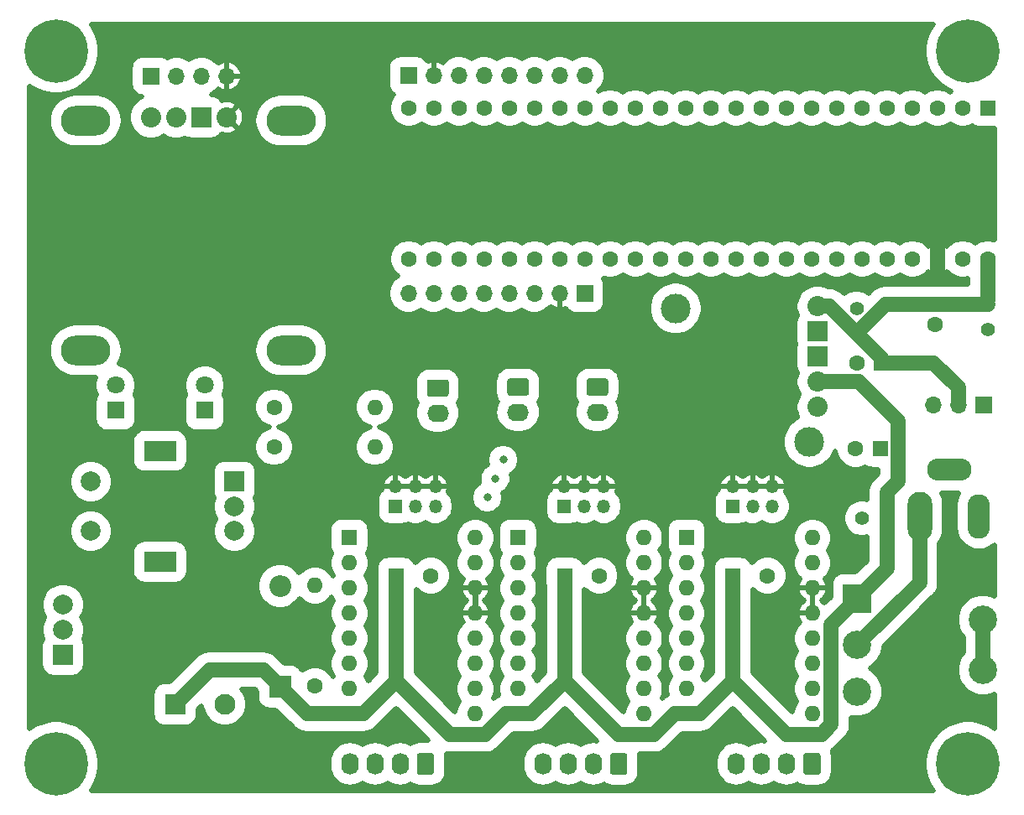
<source format=gbr>
%TF.GenerationSoftware,KiCad,Pcbnew,(5.1.6)-1*%
%TF.CreationDate,2020-11-25T15:39:46-05:00*%
%TF.ProjectId,CNC_Board,434e435f-426f-4617-9264-2e6b69636164,rev?*%
%TF.SameCoordinates,Original*%
%TF.FileFunction,Copper,L3,Inr*%
%TF.FilePolarity,Positive*%
%FSLAX46Y46*%
G04 Gerber Fmt 4.6, Leading zero omitted, Abs format (unit mm)*
G04 Created by KiCad (PCBNEW (5.1.6)-1) date 2020-11-25 15:39:46*
%MOMM*%
%LPD*%
G01*
G04 APERTURE LIST*
%TA.AperFunction,ViaPad*%
%ADD10O,5.000000X3.000000*%
%TD*%
%TA.AperFunction,ViaPad*%
%ADD11C,2.040000*%
%TD*%
%TA.AperFunction,ViaPad*%
%ADD12R,2.040000X2.040000*%
%TD*%
%TA.AperFunction,ViaPad*%
%ADD13C,1.600000*%
%TD*%
%TA.AperFunction,ViaPad*%
%ADD14R,1.600000X1.600000*%
%TD*%
%TA.AperFunction,ViaPad*%
%ADD15C,3.000000*%
%TD*%
%TA.AperFunction,ViaPad*%
%ADD16C,6.400000*%
%TD*%
%TA.AperFunction,ViaPad*%
%ADD17R,2.000000X2.000000*%
%TD*%
%TA.AperFunction,ViaPad*%
%ADD18C,2.000000*%
%TD*%
%TA.AperFunction,ViaPad*%
%ADD19R,3.200000X2.000000*%
%TD*%
%TA.AperFunction,ViaPad*%
%ADD20C,2.850000*%
%TD*%
%TA.AperFunction,ViaPad*%
%ADD21R,2.850000X2.850000*%
%TD*%
%TA.AperFunction,ViaPad*%
%ADD22O,1.600000X1.600000*%
%TD*%
%TA.AperFunction,ViaPad*%
%ADD23O,1.700000X1.700000*%
%TD*%
%TA.AperFunction,ViaPad*%
%ADD24R,1.700000X1.700000*%
%TD*%
%TA.AperFunction,ViaPad*%
%ADD25O,1.740000X2.190000*%
%TD*%
%TA.AperFunction,ViaPad*%
%ADD26C,2.100000*%
%TD*%
%TA.AperFunction,ViaPad*%
%ADD27R,2.100000X2.100000*%
%TD*%
%TA.AperFunction,ViaPad*%
%ADD28O,1.350000X1.350000*%
%TD*%
%TA.AperFunction,ViaPad*%
%ADD29R,1.350000X1.350000*%
%TD*%
%TA.AperFunction,ViaPad*%
%ADD30O,4.500000X2.250000*%
%TD*%
%TA.AperFunction,ViaPad*%
%ADD31O,2.250000X4.500000*%
%TD*%
%TA.AperFunction,ViaPad*%
%ADD32O,2.500000X5.000000*%
%TD*%
%TA.AperFunction,ViaPad*%
%ADD33O,2.190000X1.740000*%
%TD*%
%TA.AperFunction,ViaPad*%
%ADD34O,2.200000X2.200000*%
%TD*%
%TA.AperFunction,ViaPad*%
%ADD35R,2.200000X2.200000*%
%TD*%
%TA.AperFunction,ViaPad*%
%ADD36C,1.800000*%
%TD*%
%TA.AperFunction,ViaPad*%
%ADD37R,1.800000X1.800000*%
%TD*%
%TA.AperFunction,ViaPad*%
%ADD38C,1.400000*%
%TD*%
%TA.AperFunction,ViaPad*%
%ADD39C,0.800000*%
%TD*%
%TA.AperFunction,Conductor*%
%ADD40C,1.500000*%
%TD*%
%TA.AperFunction,Conductor*%
%ADD41C,0.500000*%
%TD*%
G04 APERTURE END LIST*
D10*
%TO.N,N/C*%
%TO.C,U3*%
X98000000Y-108250000D03*
X118700000Y-108250000D03*
X98000000Y-85050000D03*
X118700000Y-85050000D03*
D11*
%TO.N,I2C_SDA*%
X104580000Y-84700000D03*
%TO.N,I2C_SCL*%
X107120000Y-84700000D03*
D12*
%TO.N,GND*%
X109660000Y-84700000D03*
D11*
%TO.N,3.3_V*%
X112200000Y-84700000D03*
%TD*%
D13*
%TO.N,D25*%
%TO.C,U1*%
X148360000Y-83780000D03*
%TO.N,D26_TX1*%
X145820000Y-83780000D03*
%TO.N,D27_RX1*%
X143280000Y-83780000D03*
%TO.N,D28*%
X140740000Y-83780000D03*
%TO.N,Net-(U1-Pad16)*%
X150900000Y-83780000D03*
%TO.N,Net-(U1-Pad15)*%
X153440000Y-83780000D03*
%TO.N,Rot_B*%
X155980000Y-83780000D03*
%TO.N,D29_PWM*%
X138200000Y-83780000D03*
%TO.N,D30_PWM*%
X135660000Y-83780000D03*
%TO.N,Net-(U1-Pad23)*%
X133120000Y-83780000D03*
%TO.N,Net-(U1-Pad24)*%
X130580000Y-83780000D03*
%TO.N,A14_TX5*%
X130580000Y-99020000D03*
%TO.N,A15_RX5*%
X133120000Y-99020000D03*
%TO.N,A16_PWM*%
X135660000Y-99020000D03*
%TO.N,A17_PWM*%
X138200000Y-99020000D03*
%TO.N,A18_PWM_SDL1*%
X140740000Y-99020000D03*
%TO.N,A19_PWM_SDA1*%
X143280000Y-99020000D03*
%TO.N,Limit_1*%
X145820000Y-99020000D03*
%TO.N,Limit_2*%
X148360000Y-99020000D03*
%TO.N,Rot_A*%
X158520000Y-83780000D03*
%TO.N,Button*%
X161060000Y-83780000D03*
%TO.N,Solenoid*%
X163600000Y-83780000D03*
%TO.N,Servo_PWM*%
X166140000Y-83780000D03*
%TO.N,DIRECTION_2*%
X168680000Y-83780000D03*
%TO.N,STEP_2*%
X171220000Y-83780000D03*
%TO.N,ENABLE_2*%
X173760000Y-83780000D03*
%TO.N,DIRECTION_1*%
X176300000Y-83780000D03*
%TO.N,STEP_1*%
X178840000Y-83780000D03*
%TO.N,ENABLE_1*%
X181380000Y-83780000D03*
%TO.N,Net-(U1-Pad3)*%
X183920000Y-83780000D03*
%TO.N,Net-(U1-Pad2)*%
X186460000Y-83780000D03*
D14*
%TO.N,GND*%
X189000000Y-83780000D03*
D13*
%TO.N,Limit_3*%
X150900000Y-99020000D03*
%TO.N,GND*%
X153440000Y-99020000D03*
%TO.N,Green_LED*%
X155980000Y-99020000D03*
%TO.N,Red_LED*%
X158520000Y-99020000D03*
%TO.N,Net-(U1-Pad42)*%
X161060000Y-99020000D03*
%TO.N,I2C_SCL*%
X163600000Y-99020000D03*
%TO.N,I2C_SDA*%
X166140000Y-99020000D03*
%TO.N,Net-(U1-Pad45)*%
X168680000Y-99020000D03*
%TO.N,Net-(U1-Pad46)*%
X171220000Y-99020000D03*
%TO.N,Net-(U1-Pad47)*%
X173760000Y-99020000D03*
%TO.N,ENABLE_3*%
X176300000Y-99020000D03*
%TO.N,STEP_3*%
X178840000Y-99020000D03*
%TO.N,DIRECTION_3*%
X181380000Y-99020000D03*
%TO.N,3.3_V*%
X183920000Y-99020000D03*
%TO.N,GND*%
X186460000Y-99020000D03*
%TO.N,5_V*%
X189000000Y-99020000D03*
%TD*%
D15*
%TO.N,N/C*%
%TO.C,5V Reg*%
X171000000Y-117500000D03*
X157500000Y-104000000D03*
D11*
%TO.N,5_V*%
X171830000Y-103810000D03*
D12*
%TO.N,GND*%
X171830000Y-106350000D03*
X171830000Y-108890000D03*
D11*
%TO.N,12_V*%
X171830000Y-111430000D03*
%TO.N,Net-(U2-Pad1)*%
X171830000Y-113970000D03*
%TD*%
D16*
%TO.N,N/C*%
%TO.C,REF\u002A\u002A*%
X95000000Y-78000000D03*
%TD*%
%TO.N,N/C*%
%TO.C,REF\u002A\u002A*%
X95000000Y-150000000D03*
%TD*%
%TO.N,N/C*%
%TO.C,REF\u002A\u002A*%
X187000000Y-78000000D03*
%TD*%
%TO.N,N/C*%
%TO.C,REF\u002A\u002A*%
X187000000Y-150000000D03*
%TD*%
D13*
%TO.N,GND*%
%TO.C,C3*%
X132800000Y-131000000D03*
D14*
%TO.N,12_V*%
X129300000Y-131000000D03*
%TD*%
D13*
%TO.N,GND*%
%TO.C,C2*%
X149800000Y-131000000D03*
D14*
%TO.N,12_V*%
X146300000Y-131000000D03*
%TD*%
D13*
%TO.N,GND*%
%TO.C,C1*%
X166750000Y-131000000D03*
D14*
%TO.N,12_V*%
X163250000Y-131000000D03*
%TD*%
D17*
%TO.N,Rot_A*%
%TO.C,SW1*%
X113000000Y-121500000D03*
D18*
%TO.N,GND*%
X113000000Y-124000000D03*
%TO.N,Rot_B*%
X113000000Y-126500000D03*
D19*
%TO.N,N/C*%
X105500000Y-118400000D03*
X105500000Y-129600000D03*
D18*
%TO.N,GND*%
X98500000Y-121500000D03*
%TO.N,Button*%
X98500000Y-126500000D03*
%TD*%
D20*
%TO.N,Net-(S1-Pad4)*%
%TO.C,S1*%
X188500000Y-140540000D03*
X188500000Y-135460000D03*
%TO.N,Net-(S1-Pad3)*%
X175800000Y-142700000D03*
%TO.N,Net-(J7-Pad1)*%
X175800000Y-138000000D03*
D21*
%TO.N,12_V*%
X175800000Y-133300000D03*
%TD*%
D22*
%TO.N,GND*%
%TO.C,R3*%
X121100000Y-131990000D03*
D13*
%TO.N,Solenoid*%
X121100000Y-142150000D03*
%TD*%
D22*
%TO.N,Green_LED*%
%TO.C,R2*%
X127160000Y-118000000D03*
D13*
%TO.N,Net-(D2-Pad2)*%
X117000000Y-118000000D03*
%TD*%
D22*
%TO.N,Red_LED*%
%TO.C,R1*%
X127160000Y-114000000D03*
D13*
%TO.N,Net-(D1-Pad2)*%
X117000000Y-114000000D03*
%TD*%
D18*
%TO.N,GND*%
%TO.C,Q1*%
X95700000Y-133920000D03*
%TO.N,Net-(D3-Pad2)*%
X95700000Y-136460000D03*
D17*
%TO.N,Solenoid*%
X95700000Y-139000000D03*
%TD*%
D23*
%TO.N,Servo_PWM*%
%TO.C,J14*%
X183500000Y-113750000D03*
%TO.N,5_V*%
X186040000Y-113750000D03*
D24*
%TO.N,GND*%
X188580000Y-113750000D03*
%TD*%
D25*
%TO.N,Net-(A3-Pad6)*%
%TO.C,J13*%
X124630000Y-150000000D03*
%TO.N,Net-(A3-Pad5)*%
X127170000Y-150000000D03*
%TO.N,Net-(A3-Pad4)*%
X129710000Y-150000000D03*
%TO.N,Net-(A3-Pad3)*%
%TA.AperFunction,ViaPad*%
G36*
G01*
X133120000Y-149154999D02*
X133120000Y-150845001D01*
G75*
G02*
X132870001Y-151095000I-249999J0D01*
G01*
X131629999Y-151095000D01*
G75*
G02*
X131380000Y-150845001I0J249999D01*
G01*
X131380000Y-149154999D01*
G75*
G02*
X131629999Y-148905000I249999J0D01*
G01*
X132870001Y-148905000D01*
G75*
G02*
X133120000Y-149154999I0J-249999D01*
G01*
G37*
%TD.AperFunction*%
%TD*%
D26*
%TO.N,Net-(D3-Pad2)*%
%TO.C,J15*%
X112000000Y-144000000D03*
D27*
%TO.N,12_V*%
X107000000Y-144000000D03*
%TD*%
D28*
%TO.N,3.3_V*%
%TO.C,J12*%
X133250000Y-122000000D03*
%TO.N,Net-(A3-Pad12)*%
X133250000Y-124000000D03*
%TO.N,3.3_V*%
X131250000Y-122000000D03*
%TO.N,Net-(A3-Pad11)*%
X131250000Y-124000000D03*
%TO.N,3.3_V*%
X129250000Y-122000000D03*
D29*
%TO.N,Net-(A3-Pad10)*%
X129250000Y-124000000D03*
%TD*%
D25*
%TO.N,Net-(A2-Pad6)*%
%TO.C,J11*%
X144130000Y-150000000D03*
%TO.N,Net-(A2-Pad5)*%
X146670000Y-150000000D03*
%TO.N,Net-(A2-Pad4)*%
X149210000Y-150000000D03*
%TO.N,Net-(A2-Pad3)*%
%TA.AperFunction,ViaPad*%
G36*
G01*
X152620000Y-149154999D02*
X152620000Y-150845001D01*
G75*
G02*
X152370001Y-151095000I-249999J0D01*
G01*
X151129999Y-151095000D01*
G75*
G02*
X150880000Y-150845001I0J249999D01*
G01*
X150880000Y-149154999D01*
G75*
G02*
X151129999Y-148905000I249999J0D01*
G01*
X152370001Y-148905000D01*
G75*
G02*
X152620000Y-149154999I0J-249999D01*
G01*
G37*
%TD.AperFunction*%
%TD*%
D28*
%TO.N,3.3_V*%
%TO.C,J10*%
X150250000Y-122000000D03*
%TO.N,Net-(A2-Pad12)*%
X150250000Y-124000000D03*
%TO.N,3.3_V*%
X148250000Y-122000000D03*
%TO.N,Net-(A2-Pad11)*%
X148250000Y-124000000D03*
%TO.N,3.3_V*%
X146250000Y-122000000D03*
D29*
%TO.N,Net-(A2-Pad10)*%
X146250000Y-124000000D03*
%TD*%
D25*
%TO.N,Net-(A1-Pad6)*%
%TO.C,J9*%
X163630000Y-150000000D03*
%TO.N,Net-(A1-Pad5)*%
X166170000Y-150000000D03*
%TO.N,Net-(A1-Pad4)*%
X168710000Y-150000000D03*
%TO.N,Net-(A1-Pad3)*%
%TA.AperFunction,ViaPad*%
G36*
G01*
X172120000Y-149154999D02*
X172120000Y-150845001D01*
G75*
G02*
X171870001Y-151095000I-249999J0D01*
G01*
X170629999Y-151095000D01*
G75*
G02*
X170380000Y-150845001I0J249999D01*
G01*
X170380000Y-149154999D01*
G75*
G02*
X170629999Y-148905000I249999J0D01*
G01*
X171870001Y-148905000D01*
G75*
G02*
X172120000Y-149154999I0J-249999D01*
G01*
G37*
%TD.AperFunction*%
%TD*%
D28*
%TO.N,3.3_V*%
%TO.C,J8*%
X167250000Y-122000000D03*
%TO.N,Net-(A1-Pad12)*%
X167250000Y-124000000D03*
%TO.N,3.3_V*%
X165250000Y-122000000D03*
%TO.N,Net-(A1-Pad11)*%
X165250000Y-124000000D03*
%TO.N,3.3_V*%
X163250000Y-122000000D03*
D29*
%TO.N,Net-(A1-Pad10)*%
X163250000Y-124000000D03*
%TD*%
D30*
%TO.N,Net-(J7-Pad3)*%
%TO.C,J7*%
X185100000Y-120300000D03*
D31*
%TO.N,GND*%
X188100000Y-125000000D03*
D32*
%TO.N,Net-(J7-Pad1)*%
X182100000Y-125000000D03*
%TD*%
D33*
%TO.N,Limit_3*%
%TO.C,J6*%
X149600000Y-114490000D03*
%TO.N,GND*%
%TA.AperFunction,ViaPad*%
G36*
G01*
X148754999Y-111080000D02*
X150445001Y-111080000D01*
G75*
G02*
X150695000Y-111329999I0J-249999D01*
G01*
X150695000Y-112570001D01*
G75*
G02*
X150445001Y-112820000I-249999J0D01*
G01*
X148754999Y-112820000D01*
G75*
G02*
X148505000Y-112570001I0J249999D01*
G01*
X148505000Y-111329999D01*
G75*
G02*
X148754999Y-111080000I249999J0D01*
G01*
G37*
%TD.AperFunction*%
%TD*%
%TO.N,Limit_2*%
%TO.C,J5*%
X141600000Y-114490000D03*
%TO.N,GND*%
%TA.AperFunction,ViaPad*%
G36*
G01*
X140754999Y-111080000D02*
X142445001Y-111080000D01*
G75*
G02*
X142695000Y-111329999I0J-249999D01*
G01*
X142695000Y-112570001D01*
G75*
G02*
X142445001Y-112820000I-249999J0D01*
G01*
X140754999Y-112820000D01*
G75*
G02*
X140505000Y-112570001I0J249999D01*
G01*
X140505000Y-111329999D01*
G75*
G02*
X140754999Y-111080000I249999J0D01*
G01*
G37*
%TD.AperFunction*%
%TD*%
%TO.N,Limit_1*%
%TO.C,J4*%
X133500000Y-114590000D03*
%TO.N,GND*%
%TA.AperFunction,ViaPad*%
G36*
G01*
X132654999Y-111180000D02*
X134345001Y-111180000D01*
G75*
G02*
X134595000Y-111429999I0J-249999D01*
G01*
X134595000Y-112670001D01*
G75*
G02*
X134345001Y-112920000I-249999J0D01*
G01*
X132654999Y-112920000D01*
G75*
G02*
X132405000Y-112670001I0J249999D01*
G01*
X132405000Y-111429999D01*
G75*
G02*
X132654999Y-111180000I249999J0D01*
G01*
G37*
%TD.AperFunction*%
%TD*%
D23*
%TO.N,3.3_V*%
%TO.C,J3*%
X112220000Y-80550000D03*
%TO.N,GND*%
X109680000Y-80550000D03*
%TO.N,I2C_SCL*%
X107140000Y-80550000D03*
D24*
%TO.N,I2C_SDA*%
X104600000Y-80550000D03*
%TD*%
D23*
%TO.N,D25*%
%TO.C,J2*%
X148340000Y-80500000D03*
%TO.N,D26_TX1*%
X145800000Y-80500000D03*
%TO.N,D27_RX1*%
X143260000Y-80500000D03*
%TO.N,D28*%
X140720000Y-80500000D03*
%TO.N,D29_PWM*%
X138180000Y-80500000D03*
%TO.N,D30_PWM*%
X135640000Y-80500000D03*
%TO.N,3.3_V*%
X133100000Y-80500000D03*
D24*
%TO.N,GND*%
X130560000Y-80500000D03*
%TD*%
D23*
%TO.N,A14_TX5*%
%TO.C,J1*%
X130540000Y-102500000D03*
%TO.N,A15_RX5*%
X133080000Y-102500000D03*
%TO.N,A16_PWM*%
X135620000Y-102500000D03*
%TO.N,A17_PWM*%
X138160000Y-102500000D03*
%TO.N,A18_PWM_SDL1*%
X140700000Y-102500000D03*
%TO.N,A19_PWM_SDA1*%
X143240000Y-102500000D03*
%TO.N,3.3_V*%
X145780000Y-102500000D03*
D24*
%TO.N,GND*%
X148320000Y-102500000D03*
%TD*%
D34*
%TO.N,Net-(D3-Pad2)*%
%TO.C,D3*%
X117600000Y-132040000D03*
D35*
%TO.N,12_V*%
X117600000Y-142200000D03*
%TD*%
D36*
%TO.N,Net-(D2-Pad2)*%
%TO.C,D2*%
X101000000Y-111760000D03*
D37*
%TO.N,GND*%
X101000000Y-114300000D03*
%TD*%
D36*
%TO.N,Net-(D1-Pad2)*%
%TO.C,D1*%
X110000000Y-111760000D03*
D37*
%TO.N,GND*%
X110000000Y-114300000D03*
%TD*%
D38*
%TO.N,GND*%
%TO.C,C9*%
X175750000Y-104000000D03*
%TO.N,5_V*%
X178250000Y-104000000D03*
%TD*%
D13*
%TO.N,GND*%
%TO.C,C8*%
X175750000Y-109500000D03*
D14*
%TO.N,5_V*%
X178250000Y-109500000D03*
%TD*%
D38*
%TO.N,GND*%
%TO.C,C7*%
X176300000Y-125200000D03*
%TO.N,12_V*%
X178800000Y-125200000D03*
%TD*%
D13*
%TO.N,GND*%
%TO.C,C6*%
X183650000Y-105600000D03*
D14*
%TO.N,5_V*%
X183650000Y-103600000D03*
%TD*%
D13*
%TO.N,GND*%
%TO.C,C5*%
X175650000Y-118200000D03*
D14*
%TO.N,12_V*%
X178150000Y-118200000D03*
%TD*%
D38*
%TO.N,GND*%
%TO.C,C4*%
X188950000Y-106100000D03*
%TO.N,5_V*%
X188950000Y-103600000D03*
%TD*%
D22*
%TO.N,DIRECTION_3*%
%TO.C,A3*%
X137300000Y-127150000D03*
%TO.N,12_V*%
X124600000Y-144930000D03*
%TO.N,STEP_3*%
X137300000Y-129690000D03*
%TO.N,GND*%
X124600000Y-142390000D03*
%TO.N,3.3_V*%
X137300000Y-132230000D03*
%TO.N,Net-(A3-Pad6)*%
X124600000Y-139850000D03*
%TO.N,3.3_V*%
X137300000Y-134770000D03*
%TO.N,Net-(A3-Pad5)*%
X124600000Y-137310000D03*
%TO.N,Net-(A3-Pad12)*%
X137300000Y-137310000D03*
%TO.N,Net-(A3-Pad4)*%
X124600000Y-134770000D03*
%TO.N,Net-(A3-Pad11)*%
X137300000Y-139850000D03*
%TO.N,Net-(A3-Pad3)*%
X124600000Y-132230000D03*
%TO.N,Net-(A3-Pad10)*%
X137300000Y-142390000D03*
%TO.N,Net-(A3-Pad2)*%
X124600000Y-129690000D03*
%TO.N,ENABLE_3*%
X137300000Y-144930000D03*
D14*
%TO.N,GND*%
X124600000Y-127150000D03*
%TD*%
D22*
%TO.N,DIRECTION_2*%
%TO.C,A2*%
X154300000Y-127150000D03*
%TO.N,12_V*%
X141600000Y-144930000D03*
%TO.N,STEP_2*%
X154300000Y-129690000D03*
%TO.N,GND*%
X141600000Y-142390000D03*
%TO.N,3.3_V*%
X154300000Y-132230000D03*
%TO.N,Net-(A2-Pad6)*%
X141600000Y-139850000D03*
%TO.N,3.3_V*%
X154300000Y-134770000D03*
%TO.N,Net-(A2-Pad5)*%
X141600000Y-137310000D03*
%TO.N,Net-(A2-Pad12)*%
X154300000Y-137310000D03*
%TO.N,Net-(A2-Pad4)*%
X141600000Y-134770000D03*
%TO.N,Net-(A2-Pad11)*%
X154300000Y-139850000D03*
%TO.N,Net-(A2-Pad3)*%
X141600000Y-132230000D03*
%TO.N,Net-(A2-Pad10)*%
X154300000Y-142390000D03*
%TO.N,Net-(A2-Pad2)*%
X141600000Y-129690000D03*
%TO.N,ENABLE_2*%
X154300000Y-144930000D03*
D14*
%TO.N,GND*%
X141600000Y-127150000D03*
%TD*%
D22*
%TO.N,DIRECTION_1*%
%TO.C,A1*%
X171300000Y-127150000D03*
%TO.N,12_V*%
X158600000Y-144930000D03*
%TO.N,STEP_1*%
X171300000Y-129690000D03*
%TO.N,GND*%
X158600000Y-142390000D03*
%TO.N,3.3_V*%
X171300000Y-132230000D03*
%TO.N,Net-(A1-Pad6)*%
X158600000Y-139850000D03*
%TO.N,3.3_V*%
X171300000Y-134770000D03*
%TO.N,Net-(A1-Pad5)*%
X158600000Y-137310000D03*
%TO.N,Net-(A1-Pad12)*%
X171300000Y-137310000D03*
%TO.N,Net-(A1-Pad4)*%
X158600000Y-134770000D03*
%TO.N,Net-(A1-Pad11)*%
X171300000Y-139850000D03*
%TO.N,Net-(A1-Pad3)*%
X158600000Y-132230000D03*
%TO.N,Net-(A1-Pad10)*%
X171300000Y-142390000D03*
%TO.N,Net-(A1-Pad2)*%
X158600000Y-129690000D03*
%TO.N,ENABLE_1*%
X171300000Y-144930000D03*
D14*
%TO.N,GND*%
X158600000Y-127150000D03*
%TD*%
D39*
%TO.N,ENABLE_3*%
X140100000Y-119300000D03*
%TO.N,STEP_3*%
X139300000Y-121200000D03*
%TO.N,DIRECTION_3*%
X138500000Y-123100000D03*
%TD*%
D40*
%TO.N,12_V*%
X124650000Y-144930000D02*
X125970000Y-144930000D01*
X125970000Y-144930000D02*
X129300000Y-141600000D01*
X129300000Y-131000000D02*
X129300000Y-141600000D01*
X129300000Y-141600000D02*
X134700000Y-147000000D01*
X138300000Y-147000000D02*
X134700000Y-147000000D01*
X141650000Y-144930000D02*
X142970000Y-144930000D01*
X142970000Y-144930000D02*
X146300000Y-141600000D01*
X146300000Y-131000000D02*
X146300000Y-141600000D01*
X146300000Y-141600000D02*
X151700000Y-147000000D01*
X155300000Y-147000000D02*
X151700000Y-147000000D01*
X176000000Y-133300000D02*
X175800000Y-133500000D01*
X172250000Y-147000000D02*
X168650000Y-147000000D01*
X173200000Y-146050000D02*
X172250000Y-147000000D01*
X173200000Y-136100000D02*
X173200000Y-146050000D01*
X163250000Y-141600000D02*
X168650000Y-147000000D01*
X163250000Y-131000000D02*
X163250000Y-141600000D01*
X159920000Y-144930000D02*
X163250000Y-141600000D01*
X158600000Y-144930000D02*
X159920000Y-144930000D01*
X140370000Y-144930000D02*
X138300000Y-147000000D01*
X141600000Y-144930000D02*
X140370000Y-144930000D01*
X157370000Y-144930000D02*
X155300000Y-147000000D01*
X158600000Y-144930000D02*
X157370000Y-144930000D01*
X173200000Y-135900000D02*
X175800000Y-133300000D01*
X173200000Y-136100000D02*
X173200000Y-135900000D01*
X178800000Y-130300000D02*
X175800000Y-133300000D01*
X178800000Y-125200000D02*
X178800000Y-130300000D01*
X179900000Y-121500000D02*
X179900000Y-117500000D01*
X178800000Y-125200000D02*
X178800000Y-122600000D01*
X178800000Y-122600000D02*
X179900000Y-121500000D01*
X179900000Y-115400000D02*
X179900000Y-117500000D01*
X171830000Y-111430000D02*
X175930000Y-111430000D01*
X175930000Y-111430000D02*
X179900000Y-115400000D01*
X124600000Y-144930000D02*
X123230000Y-144930000D01*
X120330000Y-144930000D02*
X117600000Y-142200000D01*
X123230000Y-144930000D02*
X120330000Y-144930000D01*
X110500000Y-140500000D02*
X107000000Y-144000000D01*
X117600000Y-142200000D02*
X115900000Y-140500000D01*
X115900000Y-140500000D02*
X110500000Y-140500000D01*
%TO.N,3.3_V*%
X183920000Y-99020000D02*
X183920000Y-97080000D01*
X183920000Y-99020000D02*
X183920000Y-100920000D01*
%TO.N,5_V*%
X178250000Y-109050000D02*
X178250000Y-109500000D01*
X171830000Y-103810000D02*
X173010000Y-103810000D01*
X176000000Y-106250000D02*
X176000000Y-106800000D01*
X178250000Y-104000000D02*
X176000000Y-106250000D01*
X173010000Y-103810000D02*
X176000000Y-106800000D01*
X176000000Y-106800000D02*
X178250000Y-109050000D01*
X186000000Y-113710000D02*
X186040000Y-113750000D01*
X186000000Y-112000000D02*
X186000000Y-113710000D01*
X178250000Y-109500000D02*
X183500000Y-109500000D01*
X183500000Y-109500000D02*
X186000000Y-112000000D01*
X189000000Y-103200000D02*
X189000000Y-99020000D01*
X178650000Y-103600000D02*
X183650000Y-103600000D01*
X178250000Y-104000000D02*
X178650000Y-103600000D01*
X188950000Y-103600000D02*
X183650000Y-103600000D01*
%TO.N,Net-(S1-Pad4)*%
X188500000Y-135460000D02*
X188500000Y-140540000D01*
%TO.N,Net-(J7-Pad1)*%
X182100000Y-131700000D02*
X175800000Y-138000000D01*
X182100000Y-125000000D02*
X182100000Y-131700000D01*
%TD*%
D41*
%TO.N,3.3_V*%
G36*
X183056461Y-75892134D02*
G01*
X182721011Y-76701983D01*
X182550000Y-77561713D01*
X182550000Y-78438287D01*
X182721011Y-79298017D01*
X183056461Y-80107866D01*
X183543459Y-80836710D01*
X184163290Y-81456541D01*
X184892134Y-81943539D01*
X185278835Y-82103715D01*
X185190000Y-82163073D01*
X184891039Y-81963314D01*
X184517963Y-81808780D01*
X184121907Y-81730000D01*
X183718093Y-81730000D01*
X183322037Y-81808780D01*
X182948961Y-81963314D01*
X182650000Y-82163073D01*
X182351039Y-81963314D01*
X181977963Y-81808780D01*
X181581907Y-81730000D01*
X181178093Y-81730000D01*
X180782037Y-81808780D01*
X180408961Y-81963314D01*
X180110000Y-82163073D01*
X179811039Y-81963314D01*
X179437963Y-81808780D01*
X179041907Y-81730000D01*
X178638093Y-81730000D01*
X178242037Y-81808780D01*
X177868961Y-81963314D01*
X177570000Y-82163073D01*
X177271039Y-81963314D01*
X176897963Y-81808780D01*
X176501907Y-81730000D01*
X176098093Y-81730000D01*
X175702037Y-81808780D01*
X175328961Y-81963314D01*
X175030000Y-82163073D01*
X174731039Y-81963314D01*
X174357963Y-81808780D01*
X173961907Y-81730000D01*
X173558093Y-81730000D01*
X173162037Y-81808780D01*
X172788961Y-81963314D01*
X172490000Y-82163073D01*
X172191039Y-81963314D01*
X171817963Y-81808780D01*
X171421907Y-81730000D01*
X171018093Y-81730000D01*
X170622037Y-81808780D01*
X170248961Y-81963314D01*
X169950000Y-82163073D01*
X169651039Y-81963314D01*
X169277963Y-81808780D01*
X168881907Y-81730000D01*
X168478093Y-81730000D01*
X168082037Y-81808780D01*
X167708961Y-81963314D01*
X167410000Y-82163073D01*
X167111039Y-81963314D01*
X166737963Y-81808780D01*
X166341907Y-81730000D01*
X165938093Y-81730000D01*
X165542037Y-81808780D01*
X165168961Y-81963314D01*
X164870000Y-82163073D01*
X164571039Y-81963314D01*
X164197963Y-81808780D01*
X163801907Y-81730000D01*
X163398093Y-81730000D01*
X163002037Y-81808780D01*
X162628961Y-81963314D01*
X162330000Y-82163073D01*
X162031039Y-81963314D01*
X161657963Y-81808780D01*
X161261907Y-81730000D01*
X160858093Y-81730000D01*
X160462037Y-81808780D01*
X160088961Y-81963314D01*
X159790000Y-82163073D01*
X159491039Y-81963314D01*
X159117963Y-81808780D01*
X158721907Y-81730000D01*
X158318093Y-81730000D01*
X157922037Y-81808780D01*
X157548961Y-81963314D01*
X157250000Y-82163073D01*
X156951039Y-81963314D01*
X156577963Y-81808780D01*
X156181907Y-81730000D01*
X155778093Y-81730000D01*
X155382037Y-81808780D01*
X155008961Y-81963314D01*
X154710000Y-82163073D01*
X154411039Y-81963314D01*
X154037963Y-81808780D01*
X153641907Y-81730000D01*
X153238093Y-81730000D01*
X152842037Y-81808780D01*
X152468961Y-81963314D01*
X152170000Y-82163073D01*
X151871039Y-81963314D01*
X151497963Y-81808780D01*
X151101907Y-81730000D01*
X150698093Y-81730000D01*
X150302037Y-81808780D01*
X149928961Y-81963314D01*
X149680558Y-82129291D01*
X149971177Y-81838672D01*
X150200996Y-81494723D01*
X150359298Y-81112547D01*
X150440000Y-80706832D01*
X150440000Y-80293168D01*
X150359298Y-79887453D01*
X150200996Y-79505277D01*
X149971177Y-79161328D01*
X149678672Y-78868823D01*
X149334723Y-78639004D01*
X148952547Y-78480702D01*
X148546832Y-78400000D01*
X148133168Y-78400000D01*
X147727453Y-78480702D01*
X147345277Y-78639004D01*
X147070000Y-78822938D01*
X146794723Y-78639004D01*
X146412547Y-78480702D01*
X146006832Y-78400000D01*
X145593168Y-78400000D01*
X145187453Y-78480702D01*
X144805277Y-78639004D01*
X144530000Y-78822938D01*
X144254723Y-78639004D01*
X143872547Y-78480702D01*
X143466832Y-78400000D01*
X143053168Y-78400000D01*
X142647453Y-78480702D01*
X142265277Y-78639004D01*
X141990000Y-78822938D01*
X141714723Y-78639004D01*
X141332547Y-78480702D01*
X140926832Y-78400000D01*
X140513168Y-78400000D01*
X140107453Y-78480702D01*
X139725277Y-78639004D01*
X139450000Y-78822938D01*
X139174723Y-78639004D01*
X138792547Y-78480702D01*
X138386832Y-78400000D01*
X137973168Y-78400000D01*
X137567453Y-78480702D01*
X137185277Y-78639004D01*
X136910000Y-78822938D01*
X136634723Y-78639004D01*
X136252547Y-78480702D01*
X135846832Y-78400000D01*
X135433168Y-78400000D01*
X135027453Y-78480702D01*
X134645277Y-78639004D01*
X134301328Y-78868823D01*
X134008823Y-79161328D01*
X134001062Y-79172943D01*
X133769569Y-79038035D01*
X133471488Y-78935500D01*
X133355497Y-78912428D01*
X133104000Y-79081506D01*
X133104000Y-80496000D01*
X133124000Y-80496000D01*
X133124000Y-80504000D01*
X133104000Y-80504000D01*
X133104000Y-80524000D01*
X133096000Y-80524000D01*
X133096000Y-80504000D01*
X133076000Y-80504000D01*
X133076000Y-80496000D01*
X133096000Y-80496000D01*
X133096000Y-79081506D01*
X132844503Y-78912428D01*
X132728512Y-78935500D01*
X132489413Y-79017746D01*
X132454366Y-78952177D01*
X132298160Y-78761840D01*
X132107823Y-78605634D01*
X131890669Y-78489563D01*
X131655043Y-78418087D01*
X131410000Y-78393952D01*
X129710000Y-78393952D01*
X129464957Y-78418087D01*
X129229331Y-78489563D01*
X129012177Y-78605634D01*
X128821840Y-78761840D01*
X128665634Y-78952177D01*
X128549563Y-79169331D01*
X128478087Y-79404957D01*
X128453952Y-79650000D01*
X128453952Y-81350000D01*
X128478087Y-81595043D01*
X128549563Y-81830669D01*
X128665634Y-82047823D01*
X128821840Y-82238160D01*
X129012177Y-82394366D01*
X129047575Y-82413287D01*
X128987661Y-82473201D01*
X128763314Y-82808961D01*
X128608780Y-83182037D01*
X128530000Y-83578093D01*
X128530000Y-83981907D01*
X128608780Y-84377963D01*
X128763314Y-84751039D01*
X128987661Y-85086799D01*
X129273201Y-85372339D01*
X129608961Y-85596686D01*
X129982037Y-85751220D01*
X130378093Y-85830000D01*
X130781907Y-85830000D01*
X131177963Y-85751220D01*
X131551039Y-85596686D01*
X131850000Y-85396927D01*
X132148961Y-85596686D01*
X132522037Y-85751220D01*
X132918093Y-85830000D01*
X133321907Y-85830000D01*
X133717963Y-85751220D01*
X134091039Y-85596686D01*
X134390000Y-85396927D01*
X134688961Y-85596686D01*
X135062037Y-85751220D01*
X135458093Y-85830000D01*
X135861907Y-85830000D01*
X136257963Y-85751220D01*
X136631039Y-85596686D01*
X136930000Y-85396927D01*
X137228961Y-85596686D01*
X137602037Y-85751220D01*
X137998093Y-85830000D01*
X138401907Y-85830000D01*
X138797963Y-85751220D01*
X139171039Y-85596686D01*
X139470000Y-85396927D01*
X139768961Y-85596686D01*
X140142037Y-85751220D01*
X140538093Y-85830000D01*
X140941907Y-85830000D01*
X141337963Y-85751220D01*
X141711039Y-85596686D01*
X142010000Y-85396927D01*
X142308961Y-85596686D01*
X142682037Y-85751220D01*
X143078093Y-85830000D01*
X143481907Y-85830000D01*
X143877963Y-85751220D01*
X144251039Y-85596686D01*
X144550000Y-85396927D01*
X144848961Y-85596686D01*
X145222037Y-85751220D01*
X145618093Y-85830000D01*
X146021907Y-85830000D01*
X146417963Y-85751220D01*
X146791039Y-85596686D01*
X147090000Y-85396927D01*
X147388961Y-85596686D01*
X147762037Y-85751220D01*
X148158093Y-85830000D01*
X148561907Y-85830000D01*
X148957963Y-85751220D01*
X149331039Y-85596686D01*
X149630000Y-85396927D01*
X149928961Y-85596686D01*
X150302037Y-85751220D01*
X150698093Y-85830000D01*
X151101907Y-85830000D01*
X151497963Y-85751220D01*
X151871039Y-85596686D01*
X152170000Y-85396927D01*
X152468961Y-85596686D01*
X152842037Y-85751220D01*
X153238093Y-85830000D01*
X153641907Y-85830000D01*
X154037963Y-85751220D01*
X154411039Y-85596686D01*
X154710000Y-85396927D01*
X155008961Y-85596686D01*
X155382037Y-85751220D01*
X155778093Y-85830000D01*
X156181907Y-85830000D01*
X156577963Y-85751220D01*
X156951039Y-85596686D01*
X157250000Y-85396927D01*
X157548961Y-85596686D01*
X157922037Y-85751220D01*
X158318093Y-85830000D01*
X158721907Y-85830000D01*
X159117963Y-85751220D01*
X159491039Y-85596686D01*
X159790000Y-85396927D01*
X160088961Y-85596686D01*
X160462037Y-85751220D01*
X160858093Y-85830000D01*
X161261907Y-85830000D01*
X161657963Y-85751220D01*
X162031039Y-85596686D01*
X162330000Y-85396927D01*
X162628961Y-85596686D01*
X163002037Y-85751220D01*
X163398093Y-85830000D01*
X163801907Y-85830000D01*
X164197963Y-85751220D01*
X164571039Y-85596686D01*
X164870000Y-85396927D01*
X165168961Y-85596686D01*
X165542037Y-85751220D01*
X165938093Y-85830000D01*
X166341907Y-85830000D01*
X166737963Y-85751220D01*
X167111039Y-85596686D01*
X167410000Y-85396927D01*
X167708961Y-85596686D01*
X168082037Y-85751220D01*
X168478093Y-85830000D01*
X168881907Y-85830000D01*
X169277963Y-85751220D01*
X169651039Y-85596686D01*
X169950000Y-85396927D01*
X170248961Y-85596686D01*
X170622037Y-85751220D01*
X171018093Y-85830000D01*
X171421907Y-85830000D01*
X171817963Y-85751220D01*
X172191039Y-85596686D01*
X172490000Y-85396927D01*
X172788961Y-85596686D01*
X173162037Y-85751220D01*
X173558093Y-85830000D01*
X173961907Y-85830000D01*
X174357963Y-85751220D01*
X174731039Y-85596686D01*
X175030000Y-85396927D01*
X175328961Y-85596686D01*
X175702037Y-85751220D01*
X176098093Y-85830000D01*
X176501907Y-85830000D01*
X176897963Y-85751220D01*
X177271039Y-85596686D01*
X177570000Y-85396927D01*
X177868961Y-85596686D01*
X178242037Y-85751220D01*
X178638093Y-85830000D01*
X179041907Y-85830000D01*
X179437963Y-85751220D01*
X179811039Y-85596686D01*
X180110000Y-85396927D01*
X180408961Y-85596686D01*
X180782037Y-85751220D01*
X181178093Y-85830000D01*
X181581907Y-85830000D01*
X181977963Y-85751220D01*
X182351039Y-85596686D01*
X182650000Y-85396927D01*
X182948961Y-85596686D01*
X183322037Y-85751220D01*
X183718093Y-85830000D01*
X184121907Y-85830000D01*
X184517963Y-85751220D01*
X184891039Y-85596686D01*
X185190000Y-85396927D01*
X185488961Y-85596686D01*
X185862037Y-85751220D01*
X186258093Y-85830000D01*
X186661907Y-85830000D01*
X187057963Y-85751220D01*
X187431039Y-85596686D01*
X187451660Y-85582908D01*
X187502177Y-85624366D01*
X187719331Y-85740437D01*
X187954957Y-85811913D01*
X188200000Y-85836048D01*
X189700000Y-85836048D01*
X189700000Y-97091045D01*
X189597963Y-97048780D01*
X189201907Y-96970000D01*
X188798093Y-96970000D01*
X188402037Y-97048780D01*
X188028961Y-97203314D01*
X187730000Y-97403073D01*
X187431039Y-97203314D01*
X187057963Y-97048780D01*
X186661907Y-96970000D01*
X186258093Y-96970000D01*
X185862037Y-97048780D01*
X185488961Y-97203314D01*
X185153201Y-97427661D01*
X184867661Y-97713201D01*
X184838109Y-97757429D01*
X184836961Y-97751106D01*
X184571793Y-97596598D01*
X184281577Y-97496789D01*
X183977466Y-97455517D01*
X183671146Y-97474367D01*
X183374389Y-97552615D01*
X183098601Y-97687254D01*
X183003039Y-97751106D01*
X183001891Y-97757429D01*
X182972339Y-97713201D01*
X182686799Y-97427661D01*
X182351039Y-97203314D01*
X181977963Y-97048780D01*
X181581907Y-96970000D01*
X181178093Y-96970000D01*
X180782037Y-97048780D01*
X180408961Y-97203314D01*
X180110000Y-97403073D01*
X179811039Y-97203314D01*
X179437963Y-97048780D01*
X179041907Y-96970000D01*
X178638093Y-96970000D01*
X178242037Y-97048780D01*
X177868961Y-97203314D01*
X177570000Y-97403073D01*
X177271039Y-97203314D01*
X176897963Y-97048780D01*
X176501907Y-96970000D01*
X176098093Y-96970000D01*
X175702037Y-97048780D01*
X175328961Y-97203314D01*
X175030000Y-97403073D01*
X174731039Y-97203314D01*
X174357963Y-97048780D01*
X173961907Y-96970000D01*
X173558093Y-96970000D01*
X173162037Y-97048780D01*
X172788961Y-97203314D01*
X172490000Y-97403073D01*
X172191039Y-97203314D01*
X171817963Y-97048780D01*
X171421907Y-96970000D01*
X171018093Y-96970000D01*
X170622037Y-97048780D01*
X170248961Y-97203314D01*
X169950000Y-97403073D01*
X169651039Y-97203314D01*
X169277963Y-97048780D01*
X168881907Y-96970000D01*
X168478093Y-96970000D01*
X168082037Y-97048780D01*
X167708961Y-97203314D01*
X167410000Y-97403073D01*
X167111039Y-97203314D01*
X166737963Y-97048780D01*
X166341907Y-96970000D01*
X165938093Y-96970000D01*
X165542037Y-97048780D01*
X165168961Y-97203314D01*
X164870000Y-97403073D01*
X164571039Y-97203314D01*
X164197963Y-97048780D01*
X163801907Y-96970000D01*
X163398093Y-96970000D01*
X163002037Y-97048780D01*
X162628961Y-97203314D01*
X162330000Y-97403073D01*
X162031039Y-97203314D01*
X161657963Y-97048780D01*
X161261907Y-96970000D01*
X160858093Y-96970000D01*
X160462037Y-97048780D01*
X160088961Y-97203314D01*
X159790000Y-97403073D01*
X159491039Y-97203314D01*
X159117963Y-97048780D01*
X158721907Y-96970000D01*
X158318093Y-96970000D01*
X157922037Y-97048780D01*
X157548961Y-97203314D01*
X157250000Y-97403073D01*
X156951039Y-97203314D01*
X156577963Y-97048780D01*
X156181907Y-96970000D01*
X155778093Y-96970000D01*
X155382037Y-97048780D01*
X155008961Y-97203314D01*
X154710000Y-97403073D01*
X154411039Y-97203314D01*
X154037963Y-97048780D01*
X153641907Y-96970000D01*
X153238093Y-96970000D01*
X152842037Y-97048780D01*
X152468961Y-97203314D01*
X152170000Y-97403073D01*
X151871039Y-97203314D01*
X151497963Y-97048780D01*
X151101907Y-96970000D01*
X150698093Y-96970000D01*
X150302037Y-97048780D01*
X149928961Y-97203314D01*
X149630000Y-97403073D01*
X149331039Y-97203314D01*
X148957963Y-97048780D01*
X148561907Y-96970000D01*
X148158093Y-96970000D01*
X147762037Y-97048780D01*
X147388961Y-97203314D01*
X147090000Y-97403073D01*
X146791039Y-97203314D01*
X146417963Y-97048780D01*
X146021907Y-96970000D01*
X145618093Y-96970000D01*
X145222037Y-97048780D01*
X144848961Y-97203314D01*
X144550000Y-97403073D01*
X144251039Y-97203314D01*
X143877963Y-97048780D01*
X143481907Y-96970000D01*
X143078093Y-96970000D01*
X142682037Y-97048780D01*
X142308961Y-97203314D01*
X142010000Y-97403073D01*
X141711039Y-97203314D01*
X141337963Y-97048780D01*
X140941907Y-96970000D01*
X140538093Y-96970000D01*
X140142037Y-97048780D01*
X139768961Y-97203314D01*
X139470000Y-97403073D01*
X139171039Y-97203314D01*
X138797963Y-97048780D01*
X138401907Y-96970000D01*
X137998093Y-96970000D01*
X137602037Y-97048780D01*
X137228961Y-97203314D01*
X136930000Y-97403073D01*
X136631039Y-97203314D01*
X136257963Y-97048780D01*
X135861907Y-96970000D01*
X135458093Y-96970000D01*
X135062037Y-97048780D01*
X134688961Y-97203314D01*
X134390000Y-97403073D01*
X134091039Y-97203314D01*
X133717963Y-97048780D01*
X133321907Y-96970000D01*
X132918093Y-96970000D01*
X132522037Y-97048780D01*
X132148961Y-97203314D01*
X131850000Y-97403073D01*
X131551039Y-97203314D01*
X131177963Y-97048780D01*
X130781907Y-96970000D01*
X130378093Y-96970000D01*
X129982037Y-97048780D01*
X129608961Y-97203314D01*
X129273201Y-97427661D01*
X128987661Y-97713201D01*
X128763314Y-98048961D01*
X128608780Y-98422037D01*
X128530000Y-98818093D01*
X128530000Y-99221907D01*
X128608780Y-99617963D01*
X128763314Y-99991039D01*
X128987661Y-100326799D01*
X129273201Y-100612339D01*
X129429193Y-100716569D01*
X129201328Y-100868823D01*
X128908823Y-101161328D01*
X128679004Y-101505277D01*
X128520702Y-101887453D01*
X128440000Y-102293168D01*
X128440000Y-102706832D01*
X128520702Y-103112547D01*
X128679004Y-103494723D01*
X128908823Y-103838672D01*
X129201328Y-104131177D01*
X129545277Y-104360996D01*
X129927453Y-104519298D01*
X130333168Y-104600000D01*
X130746832Y-104600000D01*
X131152547Y-104519298D01*
X131534723Y-104360996D01*
X131810000Y-104177062D01*
X132085277Y-104360996D01*
X132467453Y-104519298D01*
X132873168Y-104600000D01*
X133286832Y-104600000D01*
X133692547Y-104519298D01*
X134074723Y-104360996D01*
X134350000Y-104177062D01*
X134625277Y-104360996D01*
X135007453Y-104519298D01*
X135413168Y-104600000D01*
X135826832Y-104600000D01*
X136232547Y-104519298D01*
X136614723Y-104360996D01*
X136890000Y-104177062D01*
X137165277Y-104360996D01*
X137547453Y-104519298D01*
X137953168Y-104600000D01*
X138366832Y-104600000D01*
X138772547Y-104519298D01*
X139154723Y-104360996D01*
X139430000Y-104177062D01*
X139705277Y-104360996D01*
X140087453Y-104519298D01*
X140493168Y-104600000D01*
X140906832Y-104600000D01*
X141312547Y-104519298D01*
X141694723Y-104360996D01*
X141970000Y-104177062D01*
X142245277Y-104360996D01*
X142627453Y-104519298D01*
X143033168Y-104600000D01*
X143446832Y-104600000D01*
X143852547Y-104519298D01*
X144234723Y-104360996D01*
X144578672Y-104131177D01*
X144871177Y-103838672D01*
X144878938Y-103827057D01*
X145110431Y-103961965D01*
X145408512Y-104064500D01*
X145524503Y-104087572D01*
X145776000Y-103918494D01*
X145776000Y-102504000D01*
X145756000Y-102504000D01*
X145756000Y-102496000D01*
X145776000Y-102496000D01*
X145776000Y-102476000D01*
X145784000Y-102476000D01*
X145784000Y-102496000D01*
X145804000Y-102496000D01*
X145804000Y-102504000D01*
X145784000Y-102504000D01*
X145784000Y-103918494D01*
X146035497Y-104087572D01*
X146151488Y-104064500D01*
X146390587Y-103982254D01*
X146425634Y-104047823D01*
X146581840Y-104238160D01*
X146772177Y-104394366D01*
X146989331Y-104510437D01*
X147224957Y-104581913D01*
X147470000Y-104606048D01*
X149170000Y-104606048D01*
X149415043Y-104581913D01*
X149650669Y-104510437D01*
X149867823Y-104394366D01*
X150058160Y-104238160D01*
X150214366Y-104047823D01*
X150330437Y-103830669D01*
X150361232Y-103729149D01*
X154750000Y-103729149D01*
X154750000Y-104270851D01*
X154855681Y-104802145D01*
X155062982Y-105302613D01*
X155363936Y-105753023D01*
X155746977Y-106136064D01*
X156197387Y-106437018D01*
X156697855Y-106644319D01*
X157229149Y-106750000D01*
X157770851Y-106750000D01*
X158302145Y-106644319D01*
X158802613Y-106437018D01*
X159253023Y-106136064D01*
X159636064Y-105753023D01*
X159937018Y-105302613D01*
X160144319Y-104802145D01*
X160250000Y-104270851D01*
X160250000Y-103729149D01*
X160144319Y-103197855D01*
X159937018Y-102697387D01*
X159636064Y-102246977D01*
X159253023Y-101863936D01*
X158802613Y-101562982D01*
X158302145Y-101355681D01*
X157770851Y-101250000D01*
X157229149Y-101250000D01*
X156697855Y-101355681D01*
X156197387Y-101562982D01*
X155746977Y-101863936D01*
X155363936Y-102246977D01*
X155062982Y-102697387D01*
X154855681Y-103197855D01*
X154750000Y-103729149D01*
X150361232Y-103729149D01*
X150401913Y-103595043D01*
X150426048Y-103350000D01*
X150426048Y-101650000D01*
X150401913Y-101404957D01*
X150330437Y-101169331D01*
X150216239Y-100955681D01*
X150302037Y-100991220D01*
X150698093Y-101070000D01*
X151101907Y-101070000D01*
X151497963Y-100991220D01*
X151871039Y-100836686D01*
X152170000Y-100636927D01*
X152468961Y-100836686D01*
X152842037Y-100991220D01*
X153238093Y-101070000D01*
X153641907Y-101070000D01*
X154037963Y-100991220D01*
X154411039Y-100836686D01*
X154710000Y-100636927D01*
X155008961Y-100836686D01*
X155382037Y-100991220D01*
X155778093Y-101070000D01*
X156181907Y-101070000D01*
X156577963Y-100991220D01*
X156951039Y-100836686D01*
X157250000Y-100636927D01*
X157548961Y-100836686D01*
X157922037Y-100991220D01*
X158318093Y-101070000D01*
X158721907Y-101070000D01*
X159117963Y-100991220D01*
X159491039Y-100836686D01*
X159790000Y-100636927D01*
X160088961Y-100836686D01*
X160462037Y-100991220D01*
X160858093Y-101070000D01*
X161261907Y-101070000D01*
X161657963Y-100991220D01*
X162031039Y-100836686D01*
X162330000Y-100636927D01*
X162628961Y-100836686D01*
X163002037Y-100991220D01*
X163398093Y-101070000D01*
X163801907Y-101070000D01*
X164197963Y-100991220D01*
X164571039Y-100836686D01*
X164870000Y-100636927D01*
X165168961Y-100836686D01*
X165542037Y-100991220D01*
X165938093Y-101070000D01*
X166341907Y-101070000D01*
X166737963Y-100991220D01*
X167111039Y-100836686D01*
X167410000Y-100636927D01*
X167708961Y-100836686D01*
X168082037Y-100991220D01*
X168478093Y-101070000D01*
X168881907Y-101070000D01*
X169277963Y-100991220D01*
X169651039Y-100836686D01*
X169950000Y-100636927D01*
X170248961Y-100836686D01*
X170622037Y-100991220D01*
X171018093Y-101070000D01*
X171421907Y-101070000D01*
X171817963Y-100991220D01*
X172191039Y-100836686D01*
X172490000Y-100636927D01*
X172788961Y-100836686D01*
X173162037Y-100991220D01*
X173558093Y-101070000D01*
X173961907Y-101070000D01*
X174357963Y-100991220D01*
X174731039Y-100836686D01*
X175030000Y-100636927D01*
X175328961Y-100836686D01*
X175702037Y-100991220D01*
X176098093Y-101070000D01*
X176501907Y-101070000D01*
X176897963Y-100991220D01*
X177271039Y-100836686D01*
X177570000Y-100636927D01*
X177868961Y-100836686D01*
X178242037Y-100991220D01*
X178638093Y-101070000D01*
X179041907Y-101070000D01*
X179437963Y-100991220D01*
X179811039Y-100836686D01*
X180110000Y-100636927D01*
X180408961Y-100836686D01*
X180782037Y-100991220D01*
X181178093Y-101070000D01*
X181581907Y-101070000D01*
X181977963Y-100991220D01*
X182351039Y-100836686D01*
X182686799Y-100612339D01*
X182972339Y-100326799D01*
X183001891Y-100282571D01*
X183003039Y-100288894D01*
X183268207Y-100443402D01*
X183558423Y-100543211D01*
X183862534Y-100584483D01*
X184168854Y-100565633D01*
X184465611Y-100487385D01*
X184741399Y-100352746D01*
X184836961Y-100288894D01*
X184838109Y-100282571D01*
X184867661Y-100326799D01*
X185153201Y-100612339D01*
X185488961Y-100836686D01*
X185862037Y-100991220D01*
X186258093Y-101070000D01*
X186661907Y-101070000D01*
X187000001Y-101002749D01*
X187000000Y-101600000D01*
X184800247Y-101600000D01*
X184695043Y-101568087D01*
X184450000Y-101543952D01*
X182850000Y-101543952D01*
X182604957Y-101568087D01*
X182499753Y-101600000D01*
X178748242Y-101600000D01*
X178649999Y-101590324D01*
X178551756Y-101600000D01*
X178551747Y-101600000D01*
X178257931Y-101628938D01*
X177880930Y-101743301D01*
X177533483Y-101929015D01*
X177228944Y-102178944D01*
X177166308Y-102255266D01*
X176958994Y-102462580D01*
X176673671Y-102271933D01*
X176318794Y-102124938D01*
X175942058Y-102050000D01*
X175557942Y-102050000D01*
X175181206Y-102124938D01*
X174826329Y-102271933D01*
X174511033Y-102482607D01*
X174493691Y-102465265D01*
X174431056Y-102388944D01*
X174126517Y-102139015D01*
X173779070Y-101953301D01*
X173402069Y-101838938D01*
X173108253Y-101810000D01*
X173108243Y-101810000D01*
X173010000Y-101800324D01*
X172921277Y-101809062D01*
X172905248Y-101798352D01*
X172492135Y-101627234D01*
X172053576Y-101540000D01*
X171606424Y-101540000D01*
X171167865Y-101627234D01*
X170754752Y-101798352D01*
X170382959Y-102046776D01*
X170066776Y-102362959D01*
X169818352Y-102734752D01*
X169647234Y-103147865D01*
X169560000Y-103586424D01*
X169560000Y-104033576D01*
X169647234Y-104472135D01*
X169736276Y-104687101D01*
X169649563Y-104849331D01*
X169578087Y-105084957D01*
X169553952Y-105330000D01*
X169553952Y-107370000D01*
X169578087Y-107615043D01*
X169579591Y-107620000D01*
X169578087Y-107624957D01*
X169553952Y-107870000D01*
X169553952Y-109910000D01*
X169578087Y-110155043D01*
X169649563Y-110390669D01*
X169736276Y-110552899D01*
X169647234Y-110767865D01*
X169560000Y-111206424D01*
X169560000Y-111653576D01*
X169647234Y-112092135D01*
X169818352Y-112505248D01*
X169948481Y-112700000D01*
X169818352Y-112894752D01*
X169647234Y-113307865D01*
X169560000Y-113746424D01*
X169560000Y-114193576D01*
X169647234Y-114632135D01*
X169806907Y-115017617D01*
X169697387Y-115062982D01*
X169246977Y-115363936D01*
X168863936Y-115746977D01*
X168562982Y-116197387D01*
X168355681Y-116697855D01*
X168250000Y-117229149D01*
X168250000Y-117770851D01*
X168355681Y-118302145D01*
X168562982Y-118802613D01*
X168863936Y-119253023D01*
X169246977Y-119636064D01*
X169697387Y-119937018D01*
X170197855Y-120144319D01*
X170729149Y-120250000D01*
X171270851Y-120250000D01*
X171802145Y-120144319D01*
X172302613Y-119937018D01*
X172753023Y-119636064D01*
X173136064Y-119253023D01*
X173437018Y-118802613D01*
X173600972Y-118406794D01*
X173678780Y-118797963D01*
X173833314Y-119171039D01*
X174057661Y-119506799D01*
X174343201Y-119792339D01*
X174678961Y-120016686D01*
X175052037Y-120171220D01*
X175448093Y-120250000D01*
X175851907Y-120250000D01*
X176247963Y-120171220D01*
X176619318Y-120017399D01*
X176652177Y-120044366D01*
X176869331Y-120160437D01*
X177104957Y-120231913D01*
X177350000Y-120256048D01*
X177900000Y-120256048D01*
X177900000Y-120671574D01*
X177455261Y-121116313D01*
X177378945Y-121178944D01*
X177316314Y-121255260D01*
X177316312Y-121255262D01*
X177129015Y-121483484D01*
X176943301Y-121830931D01*
X176863777Y-122093087D01*
X176828939Y-122207931D01*
X176818056Y-122318432D01*
X176790324Y-122600000D01*
X176800001Y-122698252D01*
X176800001Y-123311254D01*
X176492058Y-123250000D01*
X176107942Y-123250000D01*
X175731206Y-123324938D01*
X175376329Y-123471933D01*
X175056948Y-123685336D01*
X174785336Y-123956948D01*
X174571933Y-124276329D01*
X174424938Y-124631206D01*
X174350000Y-125007942D01*
X174350000Y-125392058D01*
X174424938Y-125768794D01*
X174571933Y-126123671D01*
X174785336Y-126443052D01*
X175056948Y-126714664D01*
X175376329Y-126928067D01*
X175731206Y-127075062D01*
X176107942Y-127150000D01*
X176492058Y-127150000D01*
X176800000Y-127088746D01*
X176800001Y-129471572D01*
X175652622Y-130618952D01*
X174375000Y-130618952D01*
X174129957Y-130643087D01*
X173894331Y-130714563D01*
X173677177Y-130830634D01*
X173486840Y-130986840D01*
X173330634Y-131177177D01*
X173214563Y-131394331D01*
X173143087Y-131629957D01*
X173118952Y-131875000D01*
X173118952Y-133152621D01*
X172493026Y-133778548D01*
X172360506Y-133628645D01*
X172191465Y-133500000D01*
X172360506Y-133371355D01*
X172562796Y-133142530D01*
X172716558Y-132878637D01*
X172815882Y-132589817D01*
X172838188Y-132477675D01*
X172668494Y-132234000D01*
X171304000Y-132234000D01*
X171304000Y-134766000D01*
X171324000Y-134766000D01*
X171324000Y-134774000D01*
X171304000Y-134774000D01*
X171304000Y-134794000D01*
X171296000Y-134794000D01*
X171296000Y-134774000D01*
X169931506Y-134774000D01*
X169761812Y-135017675D01*
X169784118Y-135129817D01*
X169883442Y-135418637D01*
X170037204Y-135682530D01*
X170040388Y-135686132D01*
X169993201Y-135717661D01*
X169707661Y-136003201D01*
X169483314Y-136338961D01*
X169328780Y-136712037D01*
X169250000Y-137108093D01*
X169250000Y-137511907D01*
X169328780Y-137907963D01*
X169483314Y-138281039D01*
X169683073Y-138580000D01*
X169483314Y-138878961D01*
X169328780Y-139252037D01*
X169250000Y-139648093D01*
X169250000Y-140051907D01*
X169328780Y-140447963D01*
X169483314Y-140821039D01*
X169683073Y-141120000D01*
X169483314Y-141418961D01*
X169328780Y-141792037D01*
X169250000Y-142188093D01*
X169250000Y-142591907D01*
X169328780Y-142987963D01*
X169483314Y-143361039D01*
X169683073Y-143660000D01*
X169483314Y-143958961D01*
X169328780Y-144332037D01*
X169250000Y-144728093D01*
X169250000Y-144771573D01*
X165250000Y-140771574D01*
X165250000Y-132399138D01*
X165443201Y-132592339D01*
X165778961Y-132816686D01*
X166152037Y-132971220D01*
X166548093Y-133050000D01*
X166951907Y-133050000D01*
X167347963Y-132971220D01*
X167721039Y-132816686D01*
X168056799Y-132592339D01*
X168171463Y-132477675D01*
X169761812Y-132477675D01*
X169784118Y-132589817D01*
X169883442Y-132878637D01*
X170037204Y-133142530D01*
X170239494Y-133371355D01*
X170408535Y-133500000D01*
X170239494Y-133628645D01*
X170037204Y-133857470D01*
X169883442Y-134121363D01*
X169784118Y-134410183D01*
X169761812Y-134522325D01*
X169931506Y-134766000D01*
X171296000Y-134766000D01*
X171296000Y-132234000D01*
X169931506Y-132234000D01*
X169761812Y-132477675D01*
X168171463Y-132477675D01*
X168342339Y-132306799D01*
X168566686Y-131971039D01*
X168721220Y-131597963D01*
X168800000Y-131201907D01*
X168800000Y-130798093D01*
X168721220Y-130402037D01*
X168566686Y-130028961D01*
X168342339Y-129693201D01*
X168056799Y-129407661D01*
X167721039Y-129183314D01*
X167347963Y-129028780D01*
X166951907Y-128950000D01*
X166548093Y-128950000D01*
X166152037Y-129028780D01*
X165778961Y-129183314D01*
X165443201Y-129407661D01*
X165182952Y-129667910D01*
X165094366Y-129502177D01*
X164938160Y-129311840D01*
X164747823Y-129155634D01*
X164530669Y-129039563D01*
X164295043Y-128968087D01*
X164050000Y-128943952D01*
X162450000Y-128943952D01*
X162204957Y-128968087D01*
X161969331Y-129039563D01*
X161752177Y-129155634D01*
X161561840Y-129311840D01*
X161405634Y-129502177D01*
X161289563Y-129719331D01*
X161218087Y-129954957D01*
X161193952Y-130200000D01*
X161193952Y-131800000D01*
X161218087Y-132045043D01*
X161250000Y-132150247D01*
X161250001Y-140771572D01*
X160471143Y-141550431D01*
X160416686Y-141418961D01*
X160216927Y-141120000D01*
X160416686Y-140821039D01*
X160571220Y-140447963D01*
X160650000Y-140051907D01*
X160650000Y-139648093D01*
X160571220Y-139252037D01*
X160416686Y-138878961D01*
X160216927Y-138580000D01*
X160416686Y-138281039D01*
X160571220Y-137907963D01*
X160650000Y-137511907D01*
X160650000Y-137108093D01*
X160571220Y-136712037D01*
X160416686Y-136338961D01*
X160216927Y-136040000D01*
X160416686Y-135741039D01*
X160571220Y-135367963D01*
X160650000Y-134971907D01*
X160650000Y-134568093D01*
X160571220Y-134172037D01*
X160416686Y-133798961D01*
X160216927Y-133500000D01*
X160416686Y-133201039D01*
X160571220Y-132827963D01*
X160650000Y-132431907D01*
X160650000Y-132028093D01*
X160571220Y-131632037D01*
X160416686Y-131258961D01*
X160216927Y-130960000D01*
X160416686Y-130661039D01*
X160571220Y-130287963D01*
X160650000Y-129891907D01*
X160650000Y-129488093D01*
X160571220Y-129092037D01*
X160416686Y-128718961D01*
X160402908Y-128698340D01*
X160444366Y-128647823D01*
X160560437Y-128430669D01*
X160631913Y-128195043D01*
X160656048Y-127950000D01*
X160656048Y-126948093D01*
X169250000Y-126948093D01*
X169250000Y-127351907D01*
X169328780Y-127747963D01*
X169483314Y-128121039D01*
X169683073Y-128420000D01*
X169483314Y-128718961D01*
X169328780Y-129092037D01*
X169250000Y-129488093D01*
X169250000Y-129891907D01*
X169328780Y-130287963D01*
X169483314Y-130661039D01*
X169707661Y-130996799D01*
X169993201Y-131282339D01*
X170040388Y-131313868D01*
X170037204Y-131317470D01*
X169883442Y-131581363D01*
X169784118Y-131870183D01*
X169761812Y-131982325D01*
X169931506Y-132226000D01*
X171296000Y-132226000D01*
X171296000Y-132206000D01*
X171304000Y-132206000D01*
X171304000Y-132226000D01*
X172668494Y-132226000D01*
X172838188Y-131982325D01*
X172815882Y-131870183D01*
X172716558Y-131581363D01*
X172562796Y-131317470D01*
X172559612Y-131313868D01*
X172606799Y-131282339D01*
X172892339Y-130996799D01*
X173116686Y-130661039D01*
X173271220Y-130287963D01*
X173350000Y-129891907D01*
X173350000Y-129488093D01*
X173271220Y-129092037D01*
X173116686Y-128718961D01*
X172916927Y-128420000D01*
X173116686Y-128121039D01*
X173271220Y-127747963D01*
X173350000Y-127351907D01*
X173350000Y-126948093D01*
X173271220Y-126552037D01*
X173116686Y-126178961D01*
X172892339Y-125843201D01*
X172606799Y-125557661D01*
X172271039Y-125333314D01*
X171897963Y-125178780D01*
X171501907Y-125100000D01*
X171098093Y-125100000D01*
X170702037Y-125178780D01*
X170328961Y-125333314D01*
X169993201Y-125557661D01*
X169707661Y-125843201D01*
X169483314Y-126178961D01*
X169328780Y-126552037D01*
X169250000Y-126948093D01*
X160656048Y-126948093D01*
X160656048Y-126350000D01*
X160631913Y-126104957D01*
X160560437Y-125869331D01*
X160444366Y-125652177D01*
X160288160Y-125461840D01*
X160097823Y-125305634D01*
X159880669Y-125189563D01*
X159645043Y-125118087D01*
X159400000Y-125093952D01*
X157800000Y-125093952D01*
X157554957Y-125118087D01*
X157319331Y-125189563D01*
X157102177Y-125305634D01*
X156911840Y-125461840D01*
X156755634Y-125652177D01*
X156639563Y-125869331D01*
X156568087Y-126104957D01*
X156543952Y-126350000D01*
X156543952Y-127950000D01*
X156568087Y-128195043D01*
X156639563Y-128430669D01*
X156755634Y-128647823D01*
X156797092Y-128698340D01*
X156783314Y-128718961D01*
X156628780Y-129092037D01*
X156550000Y-129488093D01*
X156550000Y-129891907D01*
X156628780Y-130287963D01*
X156783314Y-130661039D01*
X156983073Y-130960000D01*
X156783314Y-131258961D01*
X156628780Y-131632037D01*
X156550000Y-132028093D01*
X156550000Y-132431907D01*
X156628780Y-132827963D01*
X156783314Y-133201039D01*
X156983073Y-133500000D01*
X156783314Y-133798961D01*
X156628780Y-134172037D01*
X156550000Y-134568093D01*
X156550000Y-134971907D01*
X156628780Y-135367963D01*
X156783314Y-135741039D01*
X156983073Y-136040000D01*
X156783314Y-136338961D01*
X156628780Y-136712037D01*
X156550000Y-137108093D01*
X156550000Y-137511907D01*
X156628780Y-137907963D01*
X156783314Y-138281039D01*
X156983073Y-138580000D01*
X156783314Y-138878961D01*
X156628780Y-139252037D01*
X156550000Y-139648093D01*
X156550000Y-140051907D01*
X156628780Y-140447963D01*
X156783314Y-140821039D01*
X156983073Y-141120000D01*
X156783314Y-141418961D01*
X156628780Y-141792037D01*
X156550000Y-142188093D01*
X156550000Y-142591907D01*
X156628780Y-142987963D01*
X156657074Y-143056270D01*
X156600930Y-143073301D01*
X156253483Y-143259015D01*
X156129167Y-143361039D01*
X156101533Y-143383717D01*
X156116686Y-143361039D01*
X156271220Y-142987963D01*
X156350000Y-142591907D01*
X156350000Y-142188093D01*
X156271220Y-141792037D01*
X156116686Y-141418961D01*
X155916927Y-141120000D01*
X156116686Y-140821039D01*
X156271220Y-140447963D01*
X156350000Y-140051907D01*
X156350000Y-139648093D01*
X156271220Y-139252037D01*
X156116686Y-138878961D01*
X155916927Y-138580000D01*
X156116686Y-138281039D01*
X156271220Y-137907963D01*
X156350000Y-137511907D01*
X156350000Y-137108093D01*
X156271220Y-136712037D01*
X156116686Y-136338961D01*
X155892339Y-136003201D01*
X155606799Y-135717661D01*
X155559612Y-135686132D01*
X155562796Y-135682530D01*
X155716558Y-135418637D01*
X155815882Y-135129817D01*
X155838188Y-135017675D01*
X155668494Y-134774000D01*
X154304000Y-134774000D01*
X154304000Y-134794000D01*
X154296000Y-134794000D01*
X154296000Y-134774000D01*
X152931506Y-134774000D01*
X152761812Y-135017675D01*
X152784118Y-135129817D01*
X152883442Y-135418637D01*
X153037204Y-135682530D01*
X153040388Y-135686132D01*
X152993201Y-135717661D01*
X152707661Y-136003201D01*
X152483314Y-136338961D01*
X152328780Y-136712037D01*
X152250000Y-137108093D01*
X152250000Y-137511907D01*
X152328780Y-137907963D01*
X152483314Y-138281039D01*
X152683073Y-138580000D01*
X152483314Y-138878961D01*
X152328780Y-139252037D01*
X152250000Y-139648093D01*
X152250000Y-140051907D01*
X152328780Y-140447963D01*
X152483314Y-140821039D01*
X152683073Y-141120000D01*
X152483314Y-141418961D01*
X152328780Y-141792037D01*
X152250000Y-142188093D01*
X152250000Y-142591907D01*
X152328780Y-142987963D01*
X152483314Y-143361039D01*
X152683073Y-143660000D01*
X152483314Y-143958961D01*
X152328780Y-144332037D01*
X152251082Y-144722655D01*
X148300000Y-140771574D01*
X148300000Y-132399138D01*
X148493201Y-132592339D01*
X148828961Y-132816686D01*
X149202037Y-132971220D01*
X149598093Y-133050000D01*
X150001907Y-133050000D01*
X150397963Y-132971220D01*
X150771039Y-132816686D01*
X151106799Y-132592339D01*
X151221463Y-132477675D01*
X152761812Y-132477675D01*
X152784118Y-132589817D01*
X152883442Y-132878637D01*
X153037204Y-133142530D01*
X153239494Y-133371355D01*
X153408535Y-133500000D01*
X153239494Y-133628645D01*
X153037204Y-133857470D01*
X152883442Y-134121363D01*
X152784118Y-134410183D01*
X152761812Y-134522325D01*
X152931506Y-134766000D01*
X154296000Y-134766000D01*
X154296000Y-132234000D01*
X154304000Y-132234000D01*
X154304000Y-134766000D01*
X155668494Y-134766000D01*
X155838188Y-134522325D01*
X155815882Y-134410183D01*
X155716558Y-134121363D01*
X155562796Y-133857470D01*
X155360506Y-133628645D01*
X155191465Y-133500000D01*
X155360506Y-133371355D01*
X155562796Y-133142530D01*
X155716558Y-132878637D01*
X155815882Y-132589817D01*
X155838188Y-132477675D01*
X155668494Y-132234000D01*
X154304000Y-132234000D01*
X154296000Y-132234000D01*
X152931506Y-132234000D01*
X152761812Y-132477675D01*
X151221463Y-132477675D01*
X151392339Y-132306799D01*
X151616686Y-131971039D01*
X151771220Y-131597963D01*
X151850000Y-131201907D01*
X151850000Y-130798093D01*
X151771220Y-130402037D01*
X151616686Y-130028961D01*
X151392339Y-129693201D01*
X151106799Y-129407661D01*
X150771039Y-129183314D01*
X150397963Y-129028780D01*
X150001907Y-128950000D01*
X149598093Y-128950000D01*
X149202037Y-129028780D01*
X148828961Y-129183314D01*
X148493201Y-129407661D01*
X148232952Y-129667910D01*
X148144366Y-129502177D01*
X147988160Y-129311840D01*
X147797823Y-129155634D01*
X147580669Y-129039563D01*
X147345043Y-128968087D01*
X147100000Y-128943952D01*
X145500000Y-128943952D01*
X145254957Y-128968087D01*
X145019331Y-129039563D01*
X144802177Y-129155634D01*
X144611840Y-129311840D01*
X144455634Y-129502177D01*
X144339563Y-129719331D01*
X144268087Y-129954957D01*
X144243952Y-130200000D01*
X144243952Y-131800000D01*
X144268087Y-132045043D01*
X144300000Y-132150247D01*
X144300001Y-140771572D01*
X143485788Y-141585786D01*
X143416686Y-141418961D01*
X143216927Y-141120000D01*
X143416686Y-140821039D01*
X143571220Y-140447963D01*
X143650000Y-140051907D01*
X143650000Y-139648093D01*
X143571220Y-139252037D01*
X143416686Y-138878961D01*
X143216927Y-138580000D01*
X143416686Y-138281039D01*
X143571220Y-137907963D01*
X143650000Y-137511907D01*
X143650000Y-137108093D01*
X143571220Y-136712037D01*
X143416686Y-136338961D01*
X143216927Y-136040000D01*
X143416686Y-135741039D01*
X143571220Y-135367963D01*
X143650000Y-134971907D01*
X143650000Y-134568093D01*
X143571220Y-134172037D01*
X143416686Y-133798961D01*
X143216927Y-133500000D01*
X143416686Y-133201039D01*
X143571220Y-132827963D01*
X143650000Y-132431907D01*
X143650000Y-132028093D01*
X143571220Y-131632037D01*
X143416686Y-131258961D01*
X143216927Y-130960000D01*
X143416686Y-130661039D01*
X143571220Y-130287963D01*
X143650000Y-129891907D01*
X143650000Y-129488093D01*
X143571220Y-129092037D01*
X143416686Y-128718961D01*
X143402908Y-128698340D01*
X143444366Y-128647823D01*
X143560437Y-128430669D01*
X143631913Y-128195043D01*
X143656048Y-127950000D01*
X143656048Y-126948093D01*
X152250000Y-126948093D01*
X152250000Y-127351907D01*
X152328780Y-127747963D01*
X152483314Y-128121039D01*
X152683073Y-128420000D01*
X152483314Y-128718961D01*
X152328780Y-129092037D01*
X152250000Y-129488093D01*
X152250000Y-129891907D01*
X152328780Y-130287963D01*
X152483314Y-130661039D01*
X152707661Y-130996799D01*
X152993201Y-131282339D01*
X153040388Y-131313868D01*
X153037204Y-131317470D01*
X152883442Y-131581363D01*
X152784118Y-131870183D01*
X152761812Y-131982325D01*
X152931506Y-132226000D01*
X154296000Y-132226000D01*
X154296000Y-132206000D01*
X154304000Y-132206000D01*
X154304000Y-132226000D01*
X155668494Y-132226000D01*
X155838188Y-131982325D01*
X155815882Y-131870183D01*
X155716558Y-131581363D01*
X155562796Y-131317470D01*
X155559612Y-131313868D01*
X155606799Y-131282339D01*
X155892339Y-130996799D01*
X156116686Y-130661039D01*
X156271220Y-130287963D01*
X156350000Y-129891907D01*
X156350000Y-129488093D01*
X156271220Y-129092037D01*
X156116686Y-128718961D01*
X155916927Y-128420000D01*
X156116686Y-128121039D01*
X156271220Y-127747963D01*
X156350000Y-127351907D01*
X156350000Y-126948093D01*
X156271220Y-126552037D01*
X156116686Y-126178961D01*
X155892339Y-125843201D01*
X155606799Y-125557661D01*
X155271039Y-125333314D01*
X154897963Y-125178780D01*
X154501907Y-125100000D01*
X154098093Y-125100000D01*
X153702037Y-125178780D01*
X153328961Y-125333314D01*
X152993201Y-125557661D01*
X152707661Y-125843201D01*
X152483314Y-126178961D01*
X152328780Y-126552037D01*
X152250000Y-126948093D01*
X143656048Y-126948093D01*
X143656048Y-126350000D01*
X143631913Y-126104957D01*
X143560437Y-125869331D01*
X143444366Y-125652177D01*
X143288160Y-125461840D01*
X143097823Y-125305634D01*
X142880669Y-125189563D01*
X142645043Y-125118087D01*
X142400000Y-125093952D01*
X140800000Y-125093952D01*
X140554957Y-125118087D01*
X140319331Y-125189563D01*
X140102177Y-125305634D01*
X139911840Y-125461840D01*
X139755634Y-125652177D01*
X139639563Y-125869331D01*
X139568087Y-126104957D01*
X139543952Y-126350000D01*
X139543952Y-127950000D01*
X139568087Y-128195043D01*
X139639563Y-128430669D01*
X139755634Y-128647823D01*
X139797092Y-128698340D01*
X139783314Y-128718961D01*
X139628780Y-129092037D01*
X139550000Y-129488093D01*
X139550000Y-129891907D01*
X139628780Y-130287963D01*
X139783314Y-130661039D01*
X139983073Y-130960000D01*
X139783314Y-131258961D01*
X139628780Y-131632037D01*
X139550000Y-132028093D01*
X139550000Y-132431907D01*
X139628780Y-132827963D01*
X139783314Y-133201039D01*
X139983073Y-133500000D01*
X139783314Y-133798961D01*
X139628780Y-134172037D01*
X139550000Y-134568093D01*
X139550000Y-134971907D01*
X139628780Y-135367963D01*
X139783314Y-135741039D01*
X139983073Y-136040000D01*
X139783314Y-136338961D01*
X139628780Y-136712037D01*
X139550000Y-137108093D01*
X139550000Y-137511907D01*
X139628780Y-137907963D01*
X139783314Y-138281039D01*
X139983073Y-138580000D01*
X139783314Y-138878961D01*
X139628780Y-139252037D01*
X139550000Y-139648093D01*
X139550000Y-140051907D01*
X139628780Y-140447963D01*
X139783314Y-140821039D01*
X139983073Y-141120000D01*
X139783314Y-141418961D01*
X139628780Y-141792037D01*
X139550000Y-142188093D01*
X139550000Y-142591907D01*
X139628780Y-142987963D01*
X139657074Y-143056270D01*
X139600930Y-143073301D01*
X139253483Y-143259015D01*
X139129167Y-143361039D01*
X139101533Y-143383717D01*
X139116686Y-143361039D01*
X139271220Y-142987963D01*
X139350000Y-142591907D01*
X139350000Y-142188093D01*
X139271220Y-141792037D01*
X139116686Y-141418961D01*
X138916927Y-141120000D01*
X139116686Y-140821039D01*
X139271220Y-140447963D01*
X139350000Y-140051907D01*
X139350000Y-139648093D01*
X139271220Y-139252037D01*
X139116686Y-138878961D01*
X138916927Y-138580000D01*
X139116686Y-138281039D01*
X139271220Y-137907963D01*
X139350000Y-137511907D01*
X139350000Y-137108093D01*
X139271220Y-136712037D01*
X139116686Y-136338961D01*
X138892339Y-136003201D01*
X138606799Y-135717661D01*
X138559612Y-135686132D01*
X138562796Y-135682530D01*
X138716558Y-135418637D01*
X138815882Y-135129817D01*
X138838188Y-135017675D01*
X138668494Y-134774000D01*
X137304000Y-134774000D01*
X137304000Y-134794000D01*
X137296000Y-134794000D01*
X137296000Y-134774000D01*
X135931506Y-134774000D01*
X135761812Y-135017675D01*
X135784118Y-135129817D01*
X135883442Y-135418637D01*
X136037204Y-135682530D01*
X136040388Y-135686132D01*
X135993201Y-135717661D01*
X135707661Y-136003201D01*
X135483314Y-136338961D01*
X135328780Y-136712037D01*
X135250000Y-137108093D01*
X135250000Y-137511907D01*
X135328780Y-137907963D01*
X135483314Y-138281039D01*
X135683073Y-138580000D01*
X135483314Y-138878961D01*
X135328780Y-139252037D01*
X135250000Y-139648093D01*
X135250000Y-140051907D01*
X135328780Y-140447963D01*
X135483314Y-140821039D01*
X135683073Y-141120000D01*
X135483314Y-141418961D01*
X135328780Y-141792037D01*
X135250000Y-142188093D01*
X135250000Y-142591907D01*
X135328780Y-142987963D01*
X135483314Y-143361039D01*
X135683073Y-143660000D01*
X135483314Y-143958961D01*
X135328780Y-144332037D01*
X135251082Y-144722655D01*
X131300000Y-140771574D01*
X131300000Y-132399138D01*
X131493201Y-132592339D01*
X131828961Y-132816686D01*
X132202037Y-132971220D01*
X132598093Y-133050000D01*
X133001907Y-133050000D01*
X133397963Y-132971220D01*
X133771039Y-132816686D01*
X134106799Y-132592339D01*
X134221463Y-132477675D01*
X135761812Y-132477675D01*
X135784118Y-132589817D01*
X135883442Y-132878637D01*
X136037204Y-133142530D01*
X136239494Y-133371355D01*
X136408535Y-133500000D01*
X136239494Y-133628645D01*
X136037204Y-133857470D01*
X135883442Y-134121363D01*
X135784118Y-134410183D01*
X135761812Y-134522325D01*
X135931506Y-134766000D01*
X137296000Y-134766000D01*
X137296000Y-132234000D01*
X137304000Y-132234000D01*
X137304000Y-134766000D01*
X138668494Y-134766000D01*
X138838188Y-134522325D01*
X138815882Y-134410183D01*
X138716558Y-134121363D01*
X138562796Y-133857470D01*
X138360506Y-133628645D01*
X138191465Y-133500000D01*
X138360506Y-133371355D01*
X138562796Y-133142530D01*
X138716558Y-132878637D01*
X138815882Y-132589817D01*
X138838188Y-132477675D01*
X138668494Y-132234000D01*
X137304000Y-132234000D01*
X137296000Y-132234000D01*
X135931506Y-132234000D01*
X135761812Y-132477675D01*
X134221463Y-132477675D01*
X134392339Y-132306799D01*
X134616686Y-131971039D01*
X134771220Y-131597963D01*
X134850000Y-131201907D01*
X134850000Y-130798093D01*
X134771220Y-130402037D01*
X134616686Y-130028961D01*
X134392339Y-129693201D01*
X134106799Y-129407661D01*
X133771039Y-129183314D01*
X133397963Y-129028780D01*
X133001907Y-128950000D01*
X132598093Y-128950000D01*
X132202037Y-129028780D01*
X131828961Y-129183314D01*
X131493201Y-129407661D01*
X131232952Y-129667910D01*
X131144366Y-129502177D01*
X130988160Y-129311840D01*
X130797823Y-129155634D01*
X130580669Y-129039563D01*
X130345043Y-128968087D01*
X130100000Y-128943952D01*
X128500000Y-128943952D01*
X128254957Y-128968087D01*
X128019331Y-129039563D01*
X127802177Y-129155634D01*
X127611840Y-129311840D01*
X127455634Y-129502177D01*
X127339563Y-129719331D01*
X127268087Y-129954957D01*
X127243952Y-130200000D01*
X127243952Y-131800000D01*
X127268087Y-132045043D01*
X127300000Y-132150247D01*
X127300001Y-140771572D01*
X126485788Y-141585786D01*
X126416686Y-141418961D01*
X126216927Y-141120000D01*
X126416686Y-140821039D01*
X126571220Y-140447963D01*
X126650000Y-140051907D01*
X126650000Y-139648093D01*
X126571220Y-139252037D01*
X126416686Y-138878961D01*
X126216927Y-138580000D01*
X126416686Y-138281039D01*
X126571220Y-137907963D01*
X126650000Y-137511907D01*
X126650000Y-137108093D01*
X126571220Y-136712037D01*
X126416686Y-136338961D01*
X126216927Y-136040000D01*
X126416686Y-135741039D01*
X126571220Y-135367963D01*
X126650000Y-134971907D01*
X126650000Y-134568093D01*
X126571220Y-134172037D01*
X126416686Y-133798961D01*
X126216927Y-133500000D01*
X126416686Y-133201039D01*
X126571220Y-132827963D01*
X126650000Y-132431907D01*
X126650000Y-132028093D01*
X126571220Y-131632037D01*
X126416686Y-131258961D01*
X126216927Y-130960000D01*
X126416686Y-130661039D01*
X126571220Y-130287963D01*
X126650000Y-129891907D01*
X126650000Y-129488093D01*
X126571220Y-129092037D01*
X126416686Y-128718961D01*
X126402908Y-128698340D01*
X126444366Y-128647823D01*
X126560437Y-128430669D01*
X126631913Y-128195043D01*
X126656048Y-127950000D01*
X126656048Y-126948093D01*
X135250000Y-126948093D01*
X135250000Y-127351907D01*
X135328780Y-127747963D01*
X135483314Y-128121039D01*
X135683073Y-128420000D01*
X135483314Y-128718961D01*
X135328780Y-129092037D01*
X135250000Y-129488093D01*
X135250000Y-129891907D01*
X135328780Y-130287963D01*
X135483314Y-130661039D01*
X135707661Y-130996799D01*
X135993201Y-131282339D01*
X136040388Y-131313868D01*
X136037204Y-131317470D01*
X135883442Y-131581363D01*
X135784118Y-131870183D01*
X135761812Y-131982325D01*
X135931506Y-132226000D01*
X137296000Y-132226000D01*
X137296000Y-132206000D01*
X137304000Y-132206000D01*
X137304000Y-132226000D01*
X138668494Y-132226000D01*
X138838188Y-131982325D01*
X138815882Y-131870183D01*
X138716558Y-131581363D01*
X138562796Y-131317470D01*
X138559612Y-131313868D01*
X138606799Y-131282339D01*
X138892339Y-130996799D01*
X139116686Y-130661039D01*
X139271220Y-130287963D01*
X139350000Y-129891907D01*
X139350000Y-129488093D01*
X139271220Y-129092037D01*
X139116686Y-128718961D01*
X138916927Y-128420000D01*
X139116686Y-128121039D01*
X139271220Y-127747963D01*
X139350000Y-127351907D01*
X139350000Y-126948093D01*
X139271220Y-126552037D01*
X139116686Y-126178961D01*
X138892339Y-125843201D01*
X138606799Y-125557661D01*
X138271039Y-125333314D01*
X137897963Y-125178780D01*
X137501907Y-125100000D01*
X137098093Y-125100000D01*
X136702037Y-125178780D01*
X136328961Y-125333314D01*
X135993201Y-125557661D01*
X135707661Y-125843201D01*
X135483314Y-126178961D01*
X135328780Y-126552037D01*
X135250000Y-126948093D01*
X126656048Y-126948093D01*
X126656048Y-126350000D01*
X126631913Y-126104957D01*
X126560437Y-125869331D01*
X126444366Y-125652177D01*
X126288160Y-125461840D01*
X126097823Y-125305634D01*
X125880669Y-125189563D01*
X125645043Y-125118087D01*
X125400000Y-125093952D01*
X123800000Y-125093952D01*
X123554957Y-125118087D01*
X123319331Y-125189563D01*
X123102177Y-125305634D01*
X122911840Y-125461840D01*
X122755634Y-125652177D01*
X122639563Y-125869331D01*
X122568087Y-126104957D01*
X122543952Y-126350000D01*
X122543952Y-127950000D01*
X122568087Y-128195043D01*
X122639563Y-128430669D01*
X122755634Y-128647823D01*
X122797092Y-128698340D01*
X122783314Y-128718961D01*
X122628780Y-129092037D01*
X122550000Y-129488093D01*
X122550000Y-129891907D01*
X122628780Y-130287963D01*
X122783314Y-130661039D01*
X122983073Y-130960000D01*
X122927015Y-131043897D01*
X122916686Y-131018961D01*
X122692339Y-130683201D01*
X122406799Y-130397661D01*
X122071039Y-130173314D01*
X121697963Y-130018780D01*
X121301907Y-129940000D01*
X120898093Y-129940000D01*
X120502037Y-130018780D01*
X120128961Y-130173314D01*
X119793201Y-130397661D01*
X119514900Y-130675962D01*
X119425364Y-130541962D01*
X119098038Y-130214636D01*
X118713143Y-129957457D01*
X118285470Y-129780309D01*
X117831455Y-129690000D01*
X117368545Y-129690000D01*
X116914530Y-129780309D01*
X116486857Y-129957457D01*
X116101962Y-130214636D01*
X115774636Y-130541962D01*
X115517457Y-130926857D01*
X115340309Y-131354530D01*
X115250000Y-131808545D01*
X115250000Y-132271455D01*
X115340309Y-132725470D01*
X115517457Y-133153143D01*
X115774636Y-133538038D01*
X116101962Y-133865364D01*
X116486857Y-134122543D01*
X116914530Y-134299691D01*
X117368545Y-134390000D01*
X117831455Y-134390000D01*
X118285470Y-134299691D01*
X118713143Y-134122543D01*
X119098038Y-133865364D01*
X119425364Y-133538038D01*
X119554954Y-133344092D01*
X119793201Y-133582339D01*
X120128961Y-133806686D01*
X120502037Y-133961220D01*
X120898093Y-134040000D01*
X121301907Y-134040000D01*
X121697963Y-133961220D01*
X122071039Y-133806686D01*
X122406799Y-133582339D01*
X122692339Y-133296799D01*
X122772985Y-133176103D01*
X122783314Y-133201039D01*
X122983073Y-133500000D01*
X122783314Y-133798961D01*
X122628780Y-134172037D01*
X122550000Y-134568093D01*
X122550000Y-134971907D01*
X122628780Y-135367963D01*
X122783314Y-135741039D01*
X122983073Y-136040000D01*
X122783314Y-136338961D01*
X122628780Y-136712037D01*
X122550000Y-137108093D01*
X122550000Y-137511907D01*
X122628780Y-137907963D01*
X122783314Y-138281039D01*
X122983073Y-138580000D01*
X122783314Y-138878961D01*
X122628780Y-139252037D01*
X122550000Y-139648093D01*
X122550000Y-140051907D01*
X122628780Y-140447963D01*
X122783314Y-140821039D01*
X122983073Y-141120000D01*
X122927015Y-141203897D01*
X122916686Y-141178961D01*
X122692339Y-140843201D01*
X122406799Y-140557661D01*
X122071039Y-140333314D01*
X121697963Y-140178780D01*
X121301907Y-140100000D01*
X120898093Y-140100000D01*
X120502037Y-140178780D01*
X120128961Y-140333314D01*
X119818455Y-140540787D01*
X119744366Y-140402177D01*
X119588160Y-140211840D01*
X119397823Y-140055634D01*
X119180669Y-139939563D01*
X118945043Y-139868087D01*
X118700000Y-139843952D01*
X118072378Y-139843952D01*
X117383691Y-139155265D01*
X117321056Y-139078944D01*
X117016517Y-138829015D01*
X116669070Y-138643301D01*
X116292069Y-138528938D01*
X115998253Y-138500000D01*
X115998243Y-138500000D01*
X115900000Y-138490324D01*
X115801757Y-138500000D01*
X110598242Y-138500000D01*
X110499999Y-138490324D01*
X110401756Y-138500000D01*
X110401747Y-138500000D01*
X110107931Y-138528938D01*
X109730930Y-138643301D01*
X109383483Y-138829015D01*
X109252955Y-138936137D01*
X109078944Y-139078944D01*
X109016313Y-139155260D01*
X106477622Y-141693952D01*
X105950000Y-141693952D01*
X105704957Y-141718087D01*
X105469331Y-141789563D01*
X105252177Y-141905634D01*
X105061840Y-142061840D01*
X104905634Y-142252177D01*
X104789563Y-142469331D01*
X104718087Y-142704957D01*
X104693952Y-142950000D01*
X104693952Y-145050000D01*
X104718087Y-145295043D01*
X104789563Y-145530669D01*
X104905634Y-145747823D01*
X105061840Y-145938160D01*
X105252177Y-146094366D01*
X105469331Y-146210437D01*
X105704957Y-146281913D01*
X105950000Y-146306048D01*
X108050000Y-146306048D01*
X108295043Y-146281913D01*
X108530669Y-146210437D01*
X108747823Y-146094366D01*
X108938160Y-145938160D01*
X109094366Y-145747823D01*
X109210437Y-145530669D01*
X109281913Y-145295043D01*
X109306048Y-145050000D01*
X109306048Y-144522378D01*
X109700000Y-144128426D01*
X109700000Y-144226530D01*
X109788387Y-144670885D01*
X109961766Y-145089459D01*
X110213473Y-145466165D01*
X110533835Y-145786527D01*
X110910541Y-146038234D01*
X111329115Y-146211613D01*
X111773470Y-146300000D01*
X112226530Y-146300000D01*
X112670885Y-146211613D01*
X113089459Y-146038234D01*
X113466165Y-145786527D01*
X113786527Y-145466165D01*
X114038234Y-145089459D01*
X114211613Y-144670885D01*
X114300000Y-144226530D01*
X114300000Y-143773470D01*
X114211613Y-143329115D01*
X114038234Y-142910541D01*
X113786527Y-142533835D01*
X113752692Y-142500000D01*
X115071574Y-142500000D01*
X115243952Y-142672378D01*
X115243952Y-143300000D01*
X115268087Y-143545043D01*
X115339563Y-143780669D01*
X115455634Y-143997823D01*
X115611840Y-144188160D01*
X115802177Y-144344366D01*
X116019331Y-144460437D01*
X116254957Y-144531913D01*
X116500000Y-144556048D01*
X117127622Y-144556048D01*
X118846312Y-146274739D01*
X118908944Y-146351056D01*
X118985260Y-146413687D01*
X118985261Y-146413688D01*
X119117653Y-146522339D01*
X119213483Y-146600985D01*
X119560930Y-146786699D01*
X119937931Y-146901062D01*
X120231747Y-146930000D01*
X120231756Y-146930000D01*
X120329999Y-146939676D01*
X120428242Y-146930000D01*
X124146725Y-146930000D01*
X124398093Y-146980000D01*
X124801907Y-146980000D01*
X125053275Y-146930000D01*
X125871757Y-146930000D01*
X125970000Y-146939676D01*
X126068243Y-146930000D01*
X126068253Y-146930000D01*
X126362069Y-146901062D01*
X126739070Y-146786699D01*
X127086517Y-146600985D01*
X127391056Y-146351056D01*
X127453691Y-146274735D01*
X129300000Y-144428426D01*
X132520525Y-147648952D01*
X131629999Y-147648952D01*
X131336184Y-147677890D01*
X131053660Y-147763593D01*
X130793284Y-147902767D01*
X130758294Y-147931483D01*
X130525214Y-147806899D01*
X130125593Y-147685675D01*
X129710000Y-147644743D01*
X129294408Y-147685675D01*
X128894787Y-147806899D01*
X128526494Y-148003756D01*
X128440001Y-148074739D01*
X128353507Y-148003756D01*
X127985214Y-147806899D01*
X127585593Y-147685675D01*
X127170000Y-147644743D01*
X126754408Y-147685675D01*
X126354787Y-147806899D01*
X125986494Y-148003756D01*
X125900001Y-148074739D01*
X125813507Y-148003756D01*
X125445214Y-147806899D01*
X125045593Y-147685675D01*
X124630000Y-147644743D01*
X124214408Y-147685675D01*
X123814787Y-147806899D01*
X123446494Y-148003756D01*
X123123682Y-148268681D01*
X122858756Y-148591493D01*
X122661899Y-148959786D01*
X122540675Y-149359407D01*
X122510000Y-149670858D01*
X122510000Y-150329141D01*
X122540675Y-150640592D01*
X122661899Y-151040213D01*
X122858756Y-151408507D01*
X123123681Y-151731319D01*
X123446493Y-151996244D01*
X123814786Y-152193101D01*
X124214407Y-152314325D01*
X124630000Y-152355257D01*
X125045592Y-152314325D01*
X125445213Y-152193101D01*
X125813507Y-151996244D01*
X125900000Y-151925261D01*
X125986493Y-151996244D01*
X126354786Y-152193101D01*
X126754407Y-152314325D01*
X127170000Y-152355257D01*
X127585592Y-152314325D01*
X127985213Y-152193101D01*
X128353507Y-151996244D01*
X128440000Y-151925261D01*
X128526493Y-151996244D01*
X128894786Y-152193101D01*
X129294407Y-152314325D01*
X129710000Y-152355257D01*
X130125592Y-152314325D01*
X130525213Y-152193101D01*
X130758293Y-152068517D01*
X130793284Y-152097233D01*
X131053660Y-152236407D01*
X131336184Y-152322110D01*
X131629999Y-152351048D01*
X132870001Y-152351048D01*
X133163816Y-152322110D01*
X133446340Y-152236407D01*
X133706716Y-152097233D01*
X133934937Y-151909937D01*
X134122233Y-151681716D01*
X134261407Y-151421340D01*
X134347110Y-151138816D01*
X134376048Y-150845001D01*
X134376048Y-149154999D01*
X134358422Y-148976035D01*
X134601747Y-149000000D01*
X134601756Y-149000000D01*
X134699999Y-149009676D01*
X134798242Y-149000000D01*
X138201757Y-149000000D01*
X138300000Y-149009676D01*
X138398243Y-149000000D01*
X138398253Y-149000000D01*
X138692069Y-148971062D01*
X139069070Y-148856699D01*
X139416517Y-148670985D01*
X139721056Y-148421056D01*
X139783691Y-148344735D01*
X141189849Y-146938578D01*
X141398093Y-146980000D01*
X141801907Y-146980000D01*
X142053275Y-146930000D01*
X142871757Y-146930000D01*
X142970000Y-146939676D01*
X143068243Y-146930000D01*
X143068253Y-146930000D01*
X143362069Y-146901062D01*
X143739070Y-146786699D01*
X144086517Y-146600985D01*
X144391056Y-146351056D01*
X144453691Y-146274735D01*
X146300000Y-144428426D01*
X149549781Y-147678208D01*
X149210000Y-147644743D01*
X148794408Y-147685675D01*
X148394787Y-147806899D01*
X148026494Y-148003756D01*
X147940001Y-148074739D01*
X147853507Y-148003756D01*
X147485214Y-147806899D01*
X147085593Y-147685675D01*
X146670000Y-147644743D01*
X146254408Y-147685675D01*
X145854787Y-147806899D01*
X145486494Y-148003756D01*
X145400001Y-148074739D01*
X145313507Y-148003756D01*
X144945214Y-147806899D01*
X144545593Y-147685675D01*
X144130000Y-147644743D01*
X143714408Y-147685675D01*
X143314787Y-147806899D01*
X142946494Y-148003756D01*
X142623682Y-148268681D01*
X142358756Y-148591493D01*
X142161899Y-148959786D01*
X142040675Y-149359407D01*
X142010000Y-149670858D01*
X142010000Y-150329141D01*
X142040675Y-150640592D01*
X142161899Y-151040213D01*
X142358756Y-151408507D01*
X142623681Y-151731319D01*
X142946493Y-151996244D01*
X143314786Y-152193101D01*
X143714407Y-152314325D01*
X144130000Y-152355257D01*
X144545592Y-152314325D01*
X144945213Y-152193101D01*
X145313507Y-151996244D01*
X145400000Y-151925261D01*
X145486493Y-151996244D01*
X145854786Y-152193101D01*
X146254407Y-152314325D01*
X146670000Y-152355257D01*
X147085592Y-152314325D01*
X147485213Y-152193101D01*
X147853507Y-151996244D01*
X147940000Y-151925261D01*
X148026493Y-151996244D01*
X148394786Y-152193101D01*
X148794407Y-152314325D01*
X149210000Y-152355257D01*
X149625592Y-152314325D01*
X150025213Y-152193101D01*
X150258293Y-152068517D01*
X150293284Y-152097233D01*
X150553660Y-152236407D01*
X150836184Y-152322110D01*
X151129999Y-152351048D01*
X152370001Y-152351048D01*
X152663816Y-152322110D01*
X152946340Y-152236407D01*
X153206716Y-152097233D01*
X153434937Y-151909937D01*
X153622233Y-151681716D01*
X153761407Y-151421340D01*
X153847110Y-151138816D01*
X153876048Y-150845001D01*
X153876048Y-149154999D01*
X153860782Y-149000000D01*
X155201757Y-149000000D01*
X155300000Y-149009676D01*
X155398243Y-149000000D01*
X155398253Y-149000000D01*
X155692069Y-148971062D01*
X156069070Y-148856699D01*
X156416517Y-148670985D01*
X156721056Y-148421056D01*
X156783691Y-148344735D01*
X158189849Y-146938578D01*
X158398093Y-146980000D01*
X158801907Y-146980000D01*
X159053275Y-146930000D01*
X159821757Y-146930000D01*
X159920000Y-146939676D01*
X160018243Y-146930000D01*
X160018253Y-146930000D01*
X160312069Y-146901062D01*
X160689070Y-146786699D01*
X161036517Y-146600985D01*
X161341056Y-146351056D01*
X161403691Y-146274735D01*
X163250000Y-144428426D01*
X166498689Y-147677116D01*
X166170000Y-147644743D01*
X165754408Y-147685675D01*
X165354787Y-147806899D01*
X164986494Y-148003756D01*
X164900001Y-148074739D01*
X164813507Y-148003756D01*
X164445214Y-147806899D01*
X164045593Y-147685675D01*
X163630000Y-147644743D01*
X163214408Y-147685675D01*
X162814787Y-147806899D01*
X162446494Y-148003756D01*
X162123682Y-148268681D01*
X161858756Y-148591493D01*
X161661899Y-148959786D01*
X161540675Y-149359407D01*
X161510000Y-149670858D01*
X161510000Y-150329141D01*
X161540675Y-150640592D01*
X161661899Y-151040213D01*
X161858756Y-151408507D01*
X162123681Y-151731319D01*
X162446493Y-151996244D01*
X162814786Y-152193101D01*
X163214407Y-152314325D01*
X163630000Y-152355257D01*
X164045592Y-152314325D01*
X164445213Y-152193101D01*
X164813507Y-151996244D01*
X164900000Y-151925261D01*
X164986493Y-151996244D01*
X165354786Y-152193101D01*
X165754407Y-152314325D01*
X166170000Y-152355257D01*
X166585592Y-152314325D01*
X166985213Y-152193101D01*
X167353507Y-151996244D01*
X167440000Y-151925261D01*
X167526493Y-151996244D01*
X167894786Y-152193101D01*
X168294407Y-152314325D01*
X168710000Y-152355257D01*
X169125592Y-152314325D01*
X169525213Y-152193101D01*
X169758293Y-152068517D01*
X169793284Y-152097233D01*
X170053660Y-152236407D01*
X170336184Y-152322110D01*
X170629999Y-152351048D01*
X171870001Y-152351048D01*
X172163816Y-152322110D01*
X172446340Y-152236407D01*
X172706716Y-152097233D01*
X172934937Y-151909937D01*
X173122233Y-151681716D01*
X173261407Y-151421340D01*
X173347110Y-151138816D01*
X173376048Y-150845001D01*
X173376048Y-149154999D01*
X173347110Y-148861184D01*
X173300171Y-148706448D01*
X173366517Y-148670985D01*
X173671056Y-148421056D01*
X173733691Y-148344735D01*
X174544739Y-147533688D01*
X174621056Y-147471056D01*
X174870985Y-147166517D01*
X175012874Y-146901062D01*
X175056699Y-146819070D01*
X175066519Y-146786699D01*
X175171062Y-146442069D01*
X175200000Y-146148253D01*
X175200000Y-146148243D01*
X175209676Y-146050000D01*
X175200000Y-145951757D01*
X175200000Y-145308059D01*
X175536536Y-145375000D01*
X176063464Y-145375000D01*
X176580269Y-145272201D01*
X177067088Y-145070554D01*
X177505213Y-144777808D01*
X177877808Y-144405213D01*
X178170554Y-143967088D01*
X178372201Y-143480269D01*
X178475000Y-142963464D01*
X178475000Y-142436536D01*
X178372201Y-141919731D01*
X178170554Y-141432912D01*
X177877808Y-140994787D01*
X177505213Y-140622192D01*
X177097849Y-140350000D01*
X177505213Y-140077808D01*
X177877808Y-139705213D01*
X178170554Y-139267088D01*
X178372201Y-138780269D01*
X178475000Y-138263464D01*
X178475000Y-138153426D01*
X183444740Y-133183687D01*
X183521056Y-133121056D01*
X183658719Y-132953314D01*
X183770985Y-132816517D01*
X183787831Y-132785000D01*
X183956699Y-132469070D01*
X184071062Y-132092069D01*
X184100000Y-131798253D01*
X184100000Y-131798244D01*
X184109676Y-131700001D01*
X184100000Y-131601758D01*
X184100000Y-127753765D01*
X184188731Y-127645646D01*
X184420874Y-127211338D01*
X184563827Y-126740086D01*
X184600000Y-126372813D01*
X184600000Y-123627187D01*
X184563827Y-123259914D01*
X184420874Y-122788662D01*
X184360120Y-122675000D01*
X186048430Y-122675000D01*
X185895170Y-122961730D01*
X185759365Y-123409420D01*
X185725000Y-123758332D01*
X185725000Y-126241669D01*
X185759365Y-126590581D01*
X185895170Y-127038271D01*
X186115706Y-127450863D01*
X186412497Y-127812504D01*
X186774138Y-128109295D01*
X187186730Y-128329830D01*
X187634420Y-128465635D01*
X188100000Y-128511491D01*
X188565581Y-128465635D01*
X189013271Y-128329830D01*
X189425863Y-128109295D01*
X189700001Y-127884316D01*
X189700001Y-133061658D01*
X189280269Y-132887799D01*
X188763464Y-132785000D01*
X188236536Y-132785000D01*
X187719731Y-132887799D01*
X187232912Y-133089446D01*
X186794787Y-133382192D01*
X186422192Y-133754787D01*
X186129446Y-134192912D01*
X185927799Y-134679731D01*
X185825000Y-135196536D01*
X185825000Y-135723464D01*
X185927799Y-136240269D01*
X186129446Y-136727088D01*
X186422192Y-137165213D01*
X186500000Y-137243021D01*
X186500001Y-138756978D01*
X186422192Y-138834787D01*
X186129446Y-139272912D01*
X185927799Y-139759731D01*
X185825000Y-140276536D01*
X185825000Y-140803464D01*
X185927799Y-141320269D01*
X186129446Y-141807088D01*
X186422192Y-142245213D01*
X186794787Y-142617808D01*
X187232912Y-142910554D01*
X187719731Y-143112201D01*
X188236536Y-143215000D01*
X188763464Y-143215000D01*
X189280269Y-143112201D01*
X189700000Y-142938343D01*
X189700001Y-146452113D01*
X189107866Y-146056461D01*
X188298017Y-145721011D01*
X187438287Y-145550000D01*
X186561713Y-145550000D01*
X185701983Y-145721011D01*
X184892134Y-146056461D01*
X184163290Y-146543459D01*
X183543459Y-147163290D01*
X183056461Y-147892134D01*
X182721011Y-148701983D01*
X182550000Y-149561713D01*
X182550000Y-150438287D01*
X182721011Y-151298017D01*
X183056461Y-152107866D01*
X183452112Y-152700000D01*
X98547888Y-152700000D01*
X98943539Y-152107866D01*
X99278989Y-151298017D01*
X99450000Y-150438287D01*
X99450000Y-149561713D01*
X99278989Y-148701983D01*
X98943539Y-147892134D01*
X98456541Y-147163290D01*
X97836710Y-146543459D01*
X97107866Y-146056461D01*
X96298017Y-145721011D01*
X95438287Y-145550000D01*
X94561713Y-145550000D01*
X93701983Y-145721011D01*
X92892134Y-146056461D01*
X92300000Y-146452112D01*
X92300000Y-138000000D01*
X93443952Y-138000000D01*
X93443952Y-140000000D01*
X93468087Y-140245043D01*
X93539563Y-140480669D01*
X93655634Y-140697823D01*
X93811840Y-140888160D01*
X94002177Y-141044366D01*
X94219331Y-141160437D01*
X94454957Y-141231913D01*
X94700000Y-141256048D01*
X96700000Y-141256048D01*
X96945043Y-141231913D01*
X97180669Y-141160437D01*
X97397823Y-141044366D01*
X97588160Y-140888160D01*
X97744366Y-140697823D01*
X97860437Y-140480669D01*
X97931913Y-140245043D01*
X97956048Y-140000000D01*
X97956048Y-138000000D01*
X97931913Y-137754957D01*
X97860437Y-137519331D01*
X97768128Y-137346632D01*
X97863534Y-137116301D01*
X97950000Y-136681606D01*
X97950000Y-136238394D01*
X97863534Y-135803699D01*
X97693924Y-135394225D01*
X97557465Y-135190000D01*
X97693924Y-134985775D01*
X97863534Y-134576301D01*
X97950000Y-134141606D01*
X97950000Y-133698394D01*
X97863534Y-133263699D01*
X97693924Y-132854225D01*
X97447689Y-132485708D01*
X97134292Y-132172311D01*
X96765775Y-131926076D01*
X96356301Y-131756466D01*
X95921606Y-131670000D01*
X95478394Y-131670000D01*
X95043699Y-131756466D01*
X94634225Y-131926076D01*
X94265708Y-132172311D01*
X93952311Y-132485708D01*
X93706076Y-132854225D01*
X93536466Y-133263699D01*
X93450000Y-133698394D01*
X93450000Y-134141606D01*
X93536466Y-134576301D01*
X93706076Y-134985775D01*
X93842535Y-135190000D01*
X93706076Y-135394225D01*
X93536466Y-135803699D01*
X93450000Y-136238394D01*
X93450000Y-136681606D01*
X93536466Y-137116301D01*
X93631872Y-137346632D01*
X93539563Y-137519331D01*
X93468087Y-137754957D01*
X93443952Y-138000000D01*
X92300000Y-138000000D01*
X92300000Y-126278394D01*
X96250000Y-126278394D01*
X96250000Y-126721606D01*
X96336466Y-127156301D01*
X96506076Y-127565775D01*
X96752311Y-127934292D01*
X97065708Y-128247689D01*
X97434225Y-128493924D01*
X97843699Y-128663534D01*
X98278394Y-128750000D01*
X98721606Y-128750000D01*
X99156301Y-128663534D01*
X99309685Y-128600000D01*
X102643952Y-128600000D01*
X102643952Y-130600000D01*
X102668087Y-130845043D01*
X102739563Y-131080669D01*
X102855634Y-131297823D01*
X103011840Y-131488160D01*
X103202177Y-131644366D01*
X103419331Y-131760437D01*
X103654957Y-131831913D01*
X103900000Y-131856048D01*
X107100000Y-131856048D01*
X107345043Y-131831913D01*
X107580669Y-131760437D01*
X107797823Y-131644366D01*
X107988160Y-131488160D01*
X108144366Y-131297823D01*
X108260437Y-131080669D01*
X108331913Y-130845043D01*
X108356048Y-130600000D01*
X108356048Y-128600000D01*
X108331913Y-128354957D01*
X108260437Y-128119331D01*
X108144366Y-127902177D01*
X107988160Y-127711840D01*
X107797823Y-127555634D01*
X107580669Y-127439563D01*
X107345043Y-127368087D01*
X107100000Y-127343952D01*
X103900000Y-127343952D01*
X103654957Y-127368087D01*
X103419331Y-127439563D01*
X103202177Y-127555634D01*
X103011840Y-127711840D01*
X102855634Y-127902177D01*
X102739563Y-128119331D01*
X102668087Y-128354957D01*
X102643952Y-128600000D01*
X99309685Y-128600000D01*
X99565775Y-128493924D01*
X99934292Y-128247689D01*
X100247689Y-127934292D01*
X100493924Y-127565775D01*
X100663534Y-127156301D01*
X100750000Y-126721606D01*
X100750000Y-126278394D01*
X100663534Y-125843699D01*
X100493924Y-125434225D01*
X100247689Y-125065708D01*
X99934292Y-124752311D01*
X99565775Y-124506076D01*
X99156301Y-124336466D01*
X98721606Y-124250000D01*
X98278394Y-124250000D01*
X97843699Y-124336466D01*
X97434225Y-124506076D01*
X97065708Y-124752311D01*
X96752311Y-125065708D01*
X96506076Y-125434225D01*
X96336466Y-125843699D01*
X96250000Y-126278394D01*
X92300000Y-126278394D01*
X92300000Y-121278394D01*
X96250000Y-121278394D01*
X96250000Y-121721606D01*
X96336466Y-122156301D01*
X96506076Y-122565775D01*
X96752311Y-122934292D01*
X97065708Y-123247689D01*
X97434225Y-123493924D01*
X97843699Y-123663534D01*
X98278394Y-123750000D01*
X98721606Y-123750000D01*
X99156301Y-123663534D01*
X99565775Y-123493924D01*
X99934292Y-123247689D01*
X100247689Y-122934292D01*
X100493924Y-122565775D01*
X100663534Y-122156301D01*
X100750000Y-121721606D01*
X100750000Y-121278394D01*
X100663534Y-120843699D01*
X100493924Y-120434225D01*
X100247689Y-120065708D01*
X99934292Y-119752311D01*
X99565775Y-119506076D01*
X99156301Y-119336466D01*
X98721606Y-119250000D01*
X98278394Y-119250000D01*
X97843699Y-119336466D01*
X97434225Y-119506076D01*
X97065708Y-119752311D01*
X96752311Y-120065708D01*
X96506076Y-120434225D01*
X96336466Y-120843699D01*
X96250000Y-121278394D01*
X92300000Y-121278394D01*
X92300000Y-117400000D01*
X102643952Y-117400000D01*
X102643952Y-119400000D01*
X102668087Y-119645043D01*
X102739563Y-119880669D01*
X102855634Y-120097823D01*
X103011840Y-120288160D01*
X103202177Y-120444366D01*
X103419331Y-120560437D01*
X103654957Y-120631913D01*
X103900000Y-120656048D01*
X107100000Y-120656048D01*
X107345043Y-120631913D01*
X107580669Y-120560437D01*
X107693738Y-120500000D01*
X110743952Y-120500000D01*
X110743952Y-122500000D01*
X110768087Y-122745043D01*
X110839563Y-122980669D01*
X110922538Y-123135904D01*
X110836466Y-123343699D01*
X110750000Y-123778394D01*
X110750000Y-124221606D01*
X110836466Y-124656301D01*
X111006076Y-125065775D01*
X111129171Y-125250000D01*
X111006076Y-125434225D01*
X110836466Y-125843699D01*
X110750000Y-126278394D01*
X110750000Y-126721606D01*
X110836466Y-127156301D01*
X111006076Y-127565775D01*
X111252311Y-127934292D01*
X111565708Y-128247689D01*
X111934225Y-128493924D01*
X112343699Y-128663534D01*
X112778394Y-128750000D01*
X113221606Y-128750000D01*
X113656301Y-128663534D01*
X114065775Y-128493924D01*
X114434292Y-128247689D01*
X114747689Y-127934292D01*
X114993924Y-127565775D01*
X115163534Y-127156301D01*
X115250000Y-126721606D01*
X115250000Y-126278394D01*
X115163534Y-125843699D01*
X114993924Y-125434225D01*
X114870829Y-125250000D01*
X114993924Y-125065775D01*
X115163534Y-124656301D01*
X115250000Y-124221606D01*
X115250000Y-123778394D01*
X115163534Y-123343699D01*
X115155789Y-123325000D01*
X127318952Y-123325000D01*
X127318952Y-124675000D01*
X127343087Y-124920043D01*
X127414563Y-125155669D01*
X127530634Y-125372823D01*
X127686840Y-125563160D01*
X127877177Y-125719366D01*
X128094331Y-125835437D01*
X128329957Y-125906913D01*
X128575000Y-125931048D01*
X129925000Y-125931048D01*
X130170043Y-125906913D01*
X130405669Y-125835437D01*
X130512724Y-125778215D01*
X130688498Y-125851023D01*
X131060404Y-125925000D01*
X131439596Y-125925000D01*
X131811502Y-125851023D01*
X132161829Y-125705913D01*
X132250000Y-125646999D01*
X132338171Y-125705913D01*
X132688498Y-125851023D01*
X133060404Y-125925000D01*
X133439596Y-125925000D01*
X133811502Y-125851023D01*
X134161829Y-125705913D01*
X134477116Y-125495245D01*
X134745245Y-125227116D01*
X134955913Y-124911829D01*
X135101023Y-124561502D01*
X135175000Y-124189596D01*
X135175000Y-123810404D01*
X135101023Y-123438498D01*
X134955913Y-123088171D01*
X134855231Y-122937489D01*
X136850000Y-122937489D01*
X136850000Y-123262511D01*
X136913408Y-123581287D01*
X137037789Y-123881568D01*
X137218361Y-124151814D01*
X137448186Y-124381639D01*
X137718432Y-124562211D01*
X138018713Y-124686592D01*
X138337489Y-124750000D01*
X138662511Y-124750000D01*
X138981287Y-124686592D01*
X139281568Y-124562211D01*
X139551814Y-124381639D01*
X139781639Y-124151814D01*
X139962211Y-123881568D01*
X140086592Y-123581287D01*
X140137570Y-123325000D01*
X144318952Y-123325000D01*
X144318952Y-124675000D01*
X144343087Y-124920043D01*
X144414563Y-125155669D01*
X144530634Y-125372823D01*
X144686840Y-125563160D01*
X144877177Y-125719366D01*
X145094331Y-125835437D01*
X145329957Y-125906913D01*
X145575000Y-125931048D01*
X146925000Y-125931048D01*
X147170043Y-125906913D01*
X147405669Y-125835437D01*
X147512724Y-125778215D01*
X147688498Y-125851023D01*
X148060404Y-125925000D01*
X148439596Y-125925000D01*
X148811502Y-125851023D01*
X149161829Y-125705913D01*
X149250000Y-125646999D01*
X149338171Y-125705913D01*
X149688498Y-125851023D01*
X150060404Y-125925000D01*
X150439596Y-125925000D01*
X150811502Y-125851023D01*
X151161829Y-125705913D01*
X151477116Y-125495245D01*
X151745245Y-125227116D01*
X151955913Y-124911829D01*
X152101023Y-124561502D01*
X152175000Y-124189596D01*
X152175000Y-123810404D01*
X152101023Y-123438498D01*
X152054011Y-123325000D01*
X161318952Y-123325000D01*
X161318952Y-124675000D01*
X161343087Y-124920043D01*
X161414563Y-125155669D01*
X161530634Y-125372823D01*
X161686840Y-125563160D01*
X161877177Y-125719366D01*
X162094331Y-125835437D01*
X162329957Y-125906913D01*
X162575000Y-125931048D01*
X163925000Y-125931048D01*
X164170043Y-125906913D01*
X164405669Y-125835437D01*
X164512724Y-125778215D01*
X164688498Y-125851023D01*
X165060404Y-125925000D01*
X165439596Y-125925000D01*
X165811502Y-125851023D01*
X166161829Y-125705913D01*
X166250000Y-125646999D01*
X166338171Y-125705913D01*
X166688498Y-125851023D01*
X167060404Y-125925000D01*
X167439596Y-125925000D01*
X167811502Y-125851023D01*
X168161829Y-125705913D01*
X168477116Y-125495245D01*
X168745245Y-125227116D01*
X168955913Y-124911829D01*
X169101023Y-124561502D01*
X169175000Y-124189596D01*
X169175000Y-123810404D01*
X169101023Y-123438498D01*
X168955913Y-123088171D01*
X168745245Y-122772884D01*
X168553349Y-122580988D01*
X168593039Y-122499737D01*
X168664727Y-122228121D01*
X168493495Y-122004000D01*
X167254000Y-122004000D01*
X167254000Y-122024000D01*
X167246000Y-122024000D01*
X167246000Y-122004000D01*
X165254000Y-122004000D01*
X165254000Y-122024000D01*
X165246000Y-122024000D01*
X165246000Y-122004000D01*
X163254000Y-122004000D01*
X163254000Y-122024000D01*
X163246000Y-122024000D01*
X163246000Y-122004000D01*
X162006505Y-122004000D01*
X161835273Y-122228121D01*
X161854126Y-122299552D01*
X161686840Y-122436840D01*
X161530634Y-122627177D01*
X161414563Y-122844331D01*
X161343087Y-123079957D01*
X161318952Y-123325000D01*
X152054011Y-123325000D01*
X151955913Y-123088171D01*
X151745245Y-122772884D01*
X151553349Y-122580988D01*
X151593039Y-122499737D01*
X151664727Y-122228121D01*
X151493495Y-122004000D01*
X150254000Y-122004000D01*
X150254000Y-122024000D01*
X150246000Y-122024000D01*
X150246000Y-122004000D01*
X148254000Y-122004000D01*
X148254000Y-122024000D01*
X148246000Y-122024000D01*
X148246000Y-122004000D01*
X146254000Y-122004000D01*
X146254000Y-122024000D01*
X146246000Y-122024000D01*
X146246000Y-122004000D01*
X145006505Y-122004000D01*
X144835273Y-122228121D01*
X144854126Y-122299552D01*
X144686840Y-122436840D01*
X144530634Y-122627177D01*
X144414563Y-122844331D01*
X144343087Y-123079957D01*
X144318952Y-123325000D01*
X140137570Y-123325000D01*
X140150000Y-123262511D01*
X140150000Y-122937489D01*
X140093640Y-122654145D01*
X140351814Y-122481639D01*
X140581639Y-122251814D01*
X140762211Y-121981568D01*
X140849067Y-121771879D01*
X144835273Y-121771879D01*
X145006505Y-121996000D01*
X146246000Y-121996000D01*
X146246000Y-120756506D01*
X146254000Y-120756506D01*
X146254000Y-121996000D01*
X148246000Y-121996000D01*
X148246000Y-120756506D01*
X148254000Y-120756506D01*
X148254000Y-121996000D01*
X150246000Y-121996000D01*
X150246000Y-120756506D01*
X150254000Y-120756506D01*
X150254000Y-121996000D01*
X151493495Y-121996000D01*
X151664727Y-121771879D01*
X161835273Y-121771879D01*
X162006505Y-121996000D01*
X163246000Y-121996000D01*
X163246000Y-120756506D01*
X163254000Y-120756506D01*
X163254000Y-121996000D01*
X165246000Y-121996000D01*
X165246000Y-120756506D01*
X165254000Y-120756506D01*
X165254000Y-121996000D01*
X167246000Y-121996000D01*
X167246000Y-120756506D01*
X167254000Y-120756506D01*
X167254000Y-121996000D01*
X168493495Y-121996000D01*
X168664727Y-121771879D01*
X168593039Y-121500263D01*
X168469739Y-121247851D01*
X168299565Y-121024344D01*
X168089057Y-120838331D01*
X167846304Y-120696960D01*
X167580636Y-120605664D01*
X167478120Y-120585274D01*
X167254000Y-120756506D01*
X167246000Y-120756506D01*
X167021880Y-120585274D01*
X166919364Y-120605664D01*
X166653696Y-120696960D01*
X166410943Y-120838331D01*
X166250000Y-120980546D01*
X166089057Y-120838331D01*
X165846304Y-120696960D01*
X165580636Y-120605664D01*
X165478120Y-120585274D01*
X165254000Y-120756506D01*
X165246000Y-120756506D01*
X165021880Y-120585274D01*
X164919364Y-120605664D01*
X164653696Y-120696960D01*
X164410943Y-120838331D01*
X164250000Y-120980546D01*
X164089057Y-120838331D01*
X163846304Y-120696960D01*
X163580636Y-120605664D01*
X163478120Y-120585274D01*
X163254000Y-120756506D01*
X163246000Y-120756506D01*
X163021880Y-120585274D01*
X162919364Y-120605664D01*
X162653696Y-120696960D01*
X162410943Y-120838331D01*
X162200435Y-121024344D01*
X162030261Y-121247851D01*
X161906961Y-121500263D01*
X161835273Y-121771879D01*
X151664727Y-121771879D01*
X151593039Y-121500263D01*
X151469739Y-121247851D01*
X151299565Y-121024344D01*
X151089057Y-120838331D01*
X150846304Y-120696960D01*
X150580636Y-120605664D01*
X150478120Y-120585274D01*
X150254000Y-120756506D01*
X150246000Y-120756506D01*
X150021880Y-120585274D01*
X149919364Y-120605664D01*
X149653696Y-120696960D01*
X149410943Y-120838331D01*
X149250000Y-120980546D01*
X149089057Y-120838331D01*
X148846304Y-120696960D01*
X148580636Y-120605664D01*
X148478120Y-120585274D01*
X148254000Y-120756506D01*
X148246000Y-120756506D01*
X148021880Y-120585274D01*
X147919364Y-120605664D01*
X147653696Y-120696960D01*
X147410943Y-120838331D01*
X147250000Y-120980546D01*
X147089057Y-120838331D01*
X146846304Y-120696960D01*
X146580636Y-120605664D01*
X146478120Y-120585274D01*
X146254000Y-120756506D01*
X146246000Y-120756506D01*
X146021880Y-120585274D01*
X145919364Y-120605664D01*
X145653696Y-120696960D01*
X145410943Y-120838331D01*
X145200435Y-121024344D01*
X145030261Y-121247851D01*
X144906961Y-121500263D01*
X144835273Y-121771879D01*
X140849067Y-121771879D01*
X140886592Y-121681287D01*
X140950000Y-121362511D01*
X140950000Y-121037489D01*
X140893640Y-120754145D01*
X141151814Y-120581639D01*
X141381639Y-120351814D01*
X141562211Y-120081568D01*
X141686592Y-119781287D01*
X141750000Y-119462511D01*
X141750000Y-119137489D01*
X141686592Y-118818713D01*
X141562211Y-118518432D01*
X141381639Y-118248186D01*
X141151814Y-118018361D01*
X140881568Y-117837789D01*
X140581287Y-117713408D01*
X140262511Y-117650000D01*
X139937489Y-117650000D01*
X139618713Y-117713408D01*
X139318432Y-117837789D01*
X139048186Y-118018361D01*
X138818361Y-118248186D01*
X138637789Y-118518432D01*
X138513408Y-118818713D01*
X138450000Y-119137489D01*
X138450000Y-119462511D01*
X138506360Y-119745855D01*
X138248186Y-119918361D01*
X138018361Y-120148186D01*
X137837789Y-120418432D01*
X137713408Y-120718713D01*
X137650000Y-121037489D01*
X137650000Y-121362511D01*
X137706360Y-121645855D01*
X137448186Y-121818361D01*
X137218361Y-122048186D01*
X137037789Y-122318432D01*
X136913408Y-122618713D01*
X136850000Y-122937489D01*
X134855231Y-122937489D01*
X134745245Y-122772884D01*
X134553349Y-122580988D01*
X134593039Y-122499737D01*
X134664727Y-122228121D01*
X134493495Y-122004000D01*
X133254000Y-122004000D01*
X133254000Y-122024000D01*
X133246000Y-122024000D01*
X133246000Y-122004000D01*
X131254000Y-122004000D01*
X131254000Y-122024000D01*
X131246000Y-122024000D01*
X131246000Y-122004000D01*
X129254000Y-122004000D01*
X129254000Y-122024000D01*
X129246000Y-122024000D01*
X129246000Y-122004000D01*
X128006505Y-122004000D01*
X127835273Y-122228121D01*
X127854126Y-122299552D01*
X127686840Y-122436840D01*
X127530634Y-122627177D01*
X127414563Y-122844331D01*
X127343087Y-123079957D01*
X127318952Y-123325000D01*
X115155789Y-123325000D01*
X115077462Y-123135904D01*
X115160437Y-122980669D01*
X115231913Y-122745043D01*
X115256048Y-122500000D01*
X115256048Y-121771879D01*
X127835273Y-121771879D01*
X128006505Y-121996000D01*
X129246000Y-121996000D01*
X129246000Y-120756506D01*
X129254000Y-120756506D01*
X129254000Y-121996000D01*
X131246000Y-121996000D01*
X131246000Y-120756506D01*
X131254000Y-120756506D01*
X131254000Y-121996000D01*
X133246000Y-121996000D01*
X133246000Y-120756506D01*
X133254000Y-120756506D01*
X133254000Y-121996000D01*
X134493495Y-121996000D01*
X134664727Y-121771879D01*
X134593039Y-121500263D01*
X134469739Y-121247851D01*
X134299565Y-121024344D01*
X134089057Y-120838331D01*
X133846304Y-120696960D01*
X133580636Y-120605664D01*
X133478120Y-120585274D01*
X133254000Y-120756506D01*
X133246000Y-120756506D01*
X133021880Y-120585274D01*
X132919364Y-120605664D01*
X132653696Y-120696960D01*
X132410943Y-120838331D01*
X132250000Y-120980546D01*
X132089057Y-120838331D01*
X131846304Y-120696960D01*
X131580636Y-120605664D01*
X131478120Y-120585274D01*
X131254000Y-120756506D01*
X131246000Y-120756506D01*
X131021880Y-120585274D01*
X130919364Y-120605664D01*
X130653696Y-120696960D01*
X130410943Y-120838331D01*
X130250000Y-120980546D01*
X130089057Y-120838331D01*
X129846304Y-120696960D01*
X129580636Y-120605664D01*
X129478120Y-120585274D01*
X129254000Y-120756506D01*
X129246000Y-120756506D01*
X129021880Y-120585274D01*
X128919364Y-120605664D01*
X128653696Y-120696960D01*
X128410943Y-120838331D01*
X128200435Y-121024344D01*
X128030261Y-121247851D01*
X127906961Y-121500263D01*
X127835273Y-121771879D01*
X115256048Y-121771879D01*
X115256048Y-120500000D01*
X115231913Y-120254957D01*
X115160437Y-120019331D01*
X115044366Y-119802177D01*
X114888160Y-119611840D01*
X114697823Y-119455634D01*
X114480669Y-119339563D01*
X114245043Y-119268087D01*
X114000000Y-119243952D01*
X112000000Y-119243952D01*
X111754957Y-119268087D01*
X111519331Y-119339563D01*
X111302177Y-119455634D01*
X111111840Y-119611840D01*
X110955634Y-119802177D01*
X110839563Y-120019331D01*
X110768087Y-120254957D01*
X110743952Y-120500000D01*
X107693738Y-120500000D01*
X107797823Y-120444366D01*
X107988160Y-120288160D01*
X108144366Y-120097823D01*
X108260437Y-119880669D01*
X108331913Y-119645043D01*
X108356048Y-119400000D01*
X108356048Y-117400000D01*
X108331913Y-117154957D01*
X108260437Y-116919331D01*
X108144366Y-116702177D01*
X107988160Y-116511840D01*
X107797823Y-116355634D01*
X107580669Y-116239563D01*
X107345043Y-116168087D01*
X107100000Y-116143952D01*
X103900000Y-116143952D01*
X103654957Y-116168087D01*
X103419331Y-116239563D01*
X103202177Y-116355634D01*
X103011840Y-116511840D01*
X102855634Y-116702177D01*
X102739563Y-116919331D01*
X102668087Y-117154957D01*
X102643952Y-117400000D01*
X92300000Y-117400000D01*
X92300000Y-108250000D01*
X94236694Y-108250000D01*
X94289790Y-108789094D01*
X94447038Y-109307471D01*
X94702395Y-109785211D01*
X95046048Y-110203952D01*
X95464789Y-110547605D01*
X95942529Y-110802962D01*
X96460906Y-110960210D01*
X96864902Y-111000000D01*
X98987659Y-111000000D01*
X98932623Y-111132868D01*
X98850000Y-111548243D01*
X98850000Y-111971757D01*
X98932623Y-112387132D01*
X99060609Y-112696115D01*
X99055634Y-112702177D01*
X98939563Y-112919331D01*
X98868087Y-113154957D01*
X98843952Y-113400000D01*
X98843952Y-115200000D01*
X98868087Y-115445043D01*
X98939563Y-115680669D01*
X99055634Y-115897823D01*
X99211840Y-116088160D01*
X99402177Y-116244366D01*
X99619331Y-116360437D01*
X99854957Y-116431913D01*
X100100000Y-116456048D01*
X101900000Y-116456048D01*
X102145043Y-116431913D01*
X102380669Y-116360437D01*
X102597823Y-116244366D01*
X102788160Y-116088160D01*
X102944366Y-115897823D01*
X103060437Y-115680669D01*
X103131913Y-115445043D01*
X103156048Y-115200000D01*
X103156048Y-113400000D01*
X107843952Y-113400000D01*
X107843952Y-115200000D01*
X107868087Y-115445043D01*
X107939563Y-115680669D01*
X108055634Y-115897823D01*
X108211840Y-116088160D01*
X108402177Y-116244366D01*
X108619331Y-116360437D01*
X108854957Y-116431913D01*
X109100000Y-116456048D01*
X110900000Y-116456048D01*
X111145043Y-116431913D01*
X111380669Y-116360437D01*
X111597823Y-116244366D01*
X111788160Y-116088160D01*
X111944366Y-115897823D01*
X112060437Y-115680669D01*
X112131913Y-115445043D01*
X112156048Y-115200000D01*
X112156048Y-113798093D01*
X114950000Y-113798093D01*
X114950000Y-114201907D01*
X115028780Y-114597963D01*
X115183314Y-114971039D01*
X115407661Y-115306799D01*
X115693201Y-115592339D01*
X116028961Y-115816686D01*
X116402037Y-115971220D01*
X116546725Y-116000000D01*
X116402037Y-116028780D01*
X116028961Y-116183314D01*
X115693201Y-116407661D01*
X115407661Y-116693201D01*
X115183314Y-117028961D01*
X115028780Y-117402037D01*
X114950000Y-117798093D01*
X114950000Y-118201907D01*
X115028780Y-118597963D01*
X115183314Y-118971039D01*
X115407661Y-119306799D01*
X115693201Y-119592339D01*
X116028961Y-119816686D01*
X116402037Y-119971220D01*
X116798093Y-120050000D01*
X117201907Y-120050000D01*
X117597963Y-119971220D01*
X117971039Y-119816686D01*
X118306799Y-119592339D01*
X118592339Y-119306799D01*
X118816686Y-118971039D01*
X118971220Y-118597963D01*
X119050000Y-118201907D01*
X119050000Y-117798093D01*
X118971220Y-117402037D01*
X118816686Y-117028961D01*
X118592339Y-116693201D01*
X118306799Y-116407661D01*
X117971039Y-116183314D01*
X117597963Y-116028780D01*
X117453275Y-116000000D01*
X117597963Y-115971220D01*
X117971039Y-115816686D01*
X118306799Y-115592339D01*
X118592339Y-115306799D01*
X118816686Y-114971039D01*
X118971220Y-114597963D01*
X119050000Y-114201907D01*
X119050000Y-113798093D01*
X125110000Y-113798093D01*
X125110000Y-114201907D01*
X125188780Y-114597963D01*
X125343314Y-114971039D01*
X125567661Y-115306799D01*
X125853201Y-115592339D01*
X126188961Y-115816686D01*
X126562037Y-115971220D01*
X126706725Y-116000000D01*
X126562037Y-116028780D01*
X126188961Y-116183314D01*
X125853201Y-116407661D01*
X125567661Y-116693201D01*
X125343314Y-117028961D01*
X125188780Y-117402037D01*
X125110000Y-117798093D01*
X125110000Y-118201907D01*
X125188780Y-118597963D01*
X125343314Y-118971039D01*
X125567661Y-119306799D01*
X125853201Y-119592339D01*
X126188961Y-119816686D01*
X126562037Y-119971220D01*
X126958093Y-120050000D01*
X127361907Y-120050000D01*
X127757963Y-119971220D01*
X128131039Y-119816686D01*
X128466799Y-119592339D01*
X128752339Y-119306799D01*
X128976686Y-118971039D01*
X129131220Y-118597963D01*
X129210000Y-118201907D01*
X129210000Y-117798093D01*
X129131220Y-117402037D01*
X128976686Y-117028961D01*
X128752339Y-116693201D01*
X128466799Y-116407661D01*
X128131039Y-116183314D01*
X127757963Y-116028780D01*
X127613275Y-116000000D01*
X127757963Y-115971220D01*
X128131039Y-115816686D01*
X128466799Y-115592339D01*
X128752339Y-115306799D01*
X128976686Y-114971039D01*
X129131220Y-114597963D01*
X129132803Y-114590000D01*
X131144743Y-114590000D01*
X131185675Y-115005593D01*
X131306899Y-115405214D01*
X131503756Y-115773507D01*
X131768681Y-116096319D01*
X132091493Y-116361244D01*
X132459786Y-116558101D01*
X132859407Y-116679325D01*
X133170858Y-116710000D01*
X133829142Y-116710000D01*
X134140593Y-116679325D01*
X134540214Y-116558101D01*
X134908507Y-116361244D01*
X135231319Y-116096319D01*
X135496244Y-115773507D01*
X135693101Y-115405214D01*
X135814325Y-115005593D01*
X135855257Y-114590000D01*
X135845408Y-114490000D01*
X139244743Y-114490000D01*
X139285675Y-114905593D01*
X139406899Y-115305214D01*
X139603756Y-115673507D01*
X139868681Y-115996319D01*
X140191493Y-116261244D01*
X140559786Y-116458101D01*
X140959407Y-116579325D01*
X141270858Y-116610000D01*
X141929142Y-116610000D01*
X142240593Y-116579325D01*
X142640214Y-116458101D01*
X143008507Y-116261244D01*
X143331319Y-115996319D01*
X143596244Y-115673507D01*
X143793101Y-115305214D01*
X143914325Y-114905593D01*
X143955257Y-114490000D01*
X147244743Y-114490000D01*
X147285675Y-114905593D01*
X147406899Y-115305214D01*
X147603756Y-115673507D01*
X147868681Y-115996319D01*
X148191493Y-116261244D01*
X148559786Y-116458101D01*
X148959407Y-116579325D01*
X149270858Y-116610000D01*
X149929142Y-116610000D01*
X150240593Y-116579325D01*
X150640214Y-116458101D01*
X151008507Y-116261244D01*
X151331319Y-115996319D01*
X151596244Y-115673507D01*
X151793101Y-115305214D01*
X151914325Y-114905593D01*
X151955257Y-114490000D01*
X151914325Y-114074407D01*
X151793101Y-113674786D01*
X151668517Y-113441706D01*
X151697233Y-113406716D01*
X151836407Y-113146340D01*
X151922110Y-112863816D01*
X151951048Y-112570001D01*
X151951048Y-111329999D01*
X151922110Y-111036184D01*
X151836407Y-110753660D01*
X151697233Y-110493284D01*
X151509937Y-110265063D01*
X151281716Y-110077767D01*
X151021340Y-109938593D01*
X150738816Y-109852890D01*
X150445001Y-109823952D01*
X148754999Y-109823952D01*
X148461184Y-109852890D01*
X148178660Y-109938593D01*
X147918284Y-110077767D01*
X147690063Y-110265063D01*
X147502767Y-110493284D01*
X147363593Y-110753660D01*
X147277890Y-111036184D01*
X147248952Y-111329999D01*
X147248952Y-112570001D01*
X147277890Y-112863816D01*
X147363593Y-113146340D01*
X147502767Y-113406716D01*
X147531483Y-113441706D01*
X147406899Y-113674786D01*
X147285675Y-114074407D01*
X147244743Y-114490000D01*
X143955257Y-114490000D01*
X143914325Y-114074407D01*
X143793101Y-113674786D01*
X143668517Y-113441706D01*
X143697233Y-113406716D01*
X143836407Y-113146340D01*
X143922110Y-112863816D01*
X143951048Y-112570001D01*
X143951048Y-111329999D01*
X143922110Y-111036184D01*
X143836407Y-110753660D01*
X143697233Y-110493284D01*
X143509937Y-110265063D01*
X143281716Y-110077767D01*
X143021340Y-109938593D01*
X142738816Y-109852890D01*
X142445001Y-109823952D01*
X140754999Y-109823952D01*
X140461184Y-109852890D01*
X140178660Y-109938593D01*
X139918284Y-110077767D01*
X139690063Y-110265063D01*
X139502767Y-110493284D01*
X139363593Y-110753660D01*
X139277890Y-111036184D01*
X139248952Y-111329999D01*
X139248952Y-112570001D01*
X139277890Y-112863816D01*
X139363593Y-113146340D01*
X139502767Y-113406716D01*
X139531483Y-113441706D01*
X139406899Y-113674786D01*
X139285675Y-114074407D01*
X139244743Y-114490000D01*
X135845408Y-114490000D01*
X135814325Y-114174407D01*
X135693101Y-113774786D01*
X135568517Y-113541706D01*
X135597233Y-113506716D01*
X135736407Y-113246340D01*
X135822110Y-112963816D01*
X135851048Y-112670001D01*
X135851048Y-111429999D01*
X135822110Y-111136184D01*
X135736407Y-110853660D01*
X135597233Y-110593284D01*
X135409937Y-110365063D01*
X135181716Y-110177767D01*
X134921340Y-110038593D01*
X134638816Y-109952890D01*
X134345001Y-109923952D01*
X132654999Y-109923952D01*
X132361184Y-109952890D01*
X132078660Y-110038593D01*
X131818284Y-110177767D01*
X131590063Y-110365063D01*
X131402767Y-110593284D01*
X131263593Y-110853660D01*
X131177890Y-111136184D01*
X131148952Y-111429999D01*
X131148952Y-112670001D01*
X131177890Y-112963816D01*
X131263593Y-113246340D01*
X131402767Y-113506716D01*
X131431483Y-113541706D01*
X131306899Y-113774786D01*
X131185675Y-114174407D01*
X131144743Y-114590000D01*
X129132803Y-114590000D01*
X129210000Y-114201907D01*
X129210000Y-113798093D01*
X129131220Y-113402037D01*
X128976686Y-113028961D01*
X128752339Y-112693201D01*
X128466799Y-112407661D01*
X128131039Y-112183314D01*
X127757963Y-112028780D01*
X127361907Y-111950000D01*
X126958093Y-111950000D01*
X126562037Y-112028780D01*
X126188961Y-112183314D01*
X125853201Y-112407661D01*
X125567661Y-112693201D01*
X125343314Y-113028961D01*
X125188780Y-113402037D01*
X125110000Y-113798093D01*
X119050000Y-113798093D01*
X118971220Y-113402037D01*
X118816686Y-113028961D01*
X118592339Y-112693201D01*
X118306799Y-112407661D01*
X117971039Y-112183314D01*
X117597963Y-112028780D01*
X117201907Y-111950000D01*
X116798093Y-111950000D01*
X116402037Y-112028780D01*
X116028961Y-112183314D01*
X115693201Y-112407661D01*
X115407661Y-112693201D01*
X115183314Y-113028961D01*
X115028780Y-113402037D01*
X114950000Y-113798093D01*
X112156048Y-113798093D01*
X112156048Y-113400000D01*
X112131913Y-113154957D01*
X112060437Y-112919331D01*
X111944366Y-112702177D01*
X111939391Y-112696115D01*
X112067377Y-112387132D01*
X112150000Y-111971757D01*
X112150000Y-111548243D01*
X112067377Y-111132868D01*
X111905305Y-110741593D01*
X111670014Y-110389455D01*
X111370545Y-110089986D01*
X111018407Y-109854695D01*
X110627132Y-109692623D01*
X110211757Y-109610000D01*
X109788243Y-109610000D01*
X109372868Y-109692623D01*
X108981593Y-109854695D01*
X108629455Y-110089986D01*
X108329986Y-110389455D01*
X108094695Y-110741593D01*
X107932623Y-111132868D01*
X107850000Y-111548243D01*
X107850000Y-111971757D01*
X107932623Y-112387132D01*
X108060609Y-112696115D01*
X108055634Y-112702177D01*
X107939563Y-112919331D01*
X107868087Y-113154957D01*
X107843952Y-113400000D01*
X103156048Y-113400000D01*
X103131913Y-113154957D01*
X103060437Y-112919331D01*
X102944366Y-112702177D01*
X102939391Y-112696115D01*
X103067377Y-112387132D01*
X103150000Y-111971757D01*
X103150000Y-111548243D01*
X103067377Y-111132868D01*
X102905305Y-110741593D01*
X102670014Y-110389455D01*
X102370545Y-110089986D01*
X102018407Y-109854695D01*
X101627132Y-109692623D01*
X101374007Y-109642273D01*
X101552962Y-109307471D01*
X101710210Y-108789094D01*
X101763306Y-108250000D01*
X114936694Y-108250000D01*
X114989790Y-108789094D01*
X115147038Y-109307471D01*
X115402395Y-109785211D01*
X115746048Y-110203952D01*
X116164789Y-110547605D01*
X116642529Y-110802962D01*
X117160906Y-110960210D01*
X117564902Y-111000000D01*
X119835098Y-111000000D01*
X120239094Y-110960210D01*
X120757471Y-110802962D01*
X121235211Y-110547605D01*
X121653952Y-110203952D01*
X121997605Y-109785211D01*
X122252962Y-109307471D01*
X122410210Y-108789094D01*
X122463306Y-108250000D01*
X122410210Y-107710906D01*
X122252962Y-107192529D01*
X121997605Y-106714789D01*
X121653952Y-106296048D01*
X121235211Y-105952395D01*
X120757471Y-105697038D01*
X120239094Y-105539790D01*
X119835098Y-105500000D01*
X117564902Y-105500000D01*
X117160906Y-105539790D01*
X116642529Y-105697038D01*
X116164789Y-105952395D01*
X115746048Y-106296048D01*
X115402395Y-106714789D01*
X115147038Y-107192529D01*
X114989790Y-107710906D01*
X114936694Y-108250000D01*
X101763306Y-108250000D01*
X101710210Y-107710906D01*
X101552962Y-107192529D01*
X101297605Y-106714789D01*
X100953952Y-106296048D01*
X100535211Y-105952395D01*
X100057471Y-105697038D01*
X99539094Y-105539790D01*
X99135098Y-105500000D01*
X96864902Y-105500000D01*
X96460906Y-105539790D01*
X95942529Y-105697038D01*
X95464789Y-105952395D01*
X95046048Y-106296048D01*
X94702395Y-106714789D01*
X94447038Y-107192529D01*
X94289790Y-107710906D01*
X94236694Y-108250000D01*
X92300000Y-108250000D01*
X92300000Y-85050000D01*
X94236694Y-85050000D01*
X94289790Y-85589094D01*
X94447038Y-86107471D01*
X94702395Y-86585211D01*
X95046048Y-87003952D01*
X95464789Y-87347605D01*
X95942529Y-87602962D01*
X96460906Y-87760210D01*
X96864902Y-87800000D01*
X99135098Y-87800000D01*
X99539094Y-87760210D01*
X100057471Y-87602962D01*
X100535211Y-87347605D01*
X100953952Y-87003952D01*
X101297605Y-86585211D01*
X101552962Y-86107471D01*
X101710210Y-85589094D01*
X101763306Y-85050000D01*
X101710210Y-84510906D01*
X101699750Y-84476424D01*
X102310000Y-84476424D01*
X102310000Y-84923576D01*
X102397234Y-85362135D01*
X102568352Y-85775248D01*
X102816776Y-86147041D01*
X103132959Y-86463224D01*
X103504752Y-86711648D01*
X103917865Y-86882766D01*
X104356424Y-86970000D01*
X104803576Y-86970000D01*
X105242135Y-86882766D01*
X105655248Y-86711648D01*
X105850000Y-86581519D01*
X106044752Y-86711648D01*
X106457865Y-86882766D01*
X106896424Y-86970000D01*
X107343576Y-86970000D01*
X107782135Y-86882766D01*
X107997101Y-86793724D01*
X108159331Y-86880437D01*
X108394957Y-86951913D01*
X108640000Y-86976048D01*
X110680000Y-86976048D01*
X110925043Y-86951913D01*
X111160669Y-86880437D01*
X111377823Y-86764366D01*
X111568160Y-86608160D01*
X111724366Y-86417823D01*
X111724887Y-86416849D01*
X111786816Y-86438169D01*
X112133855Y-86485379D01*
X112483436Y-86463978D01*
X112822125Y-86374787D01*
X113136906Y-86221236D01*
X113246901Y-86147740D01*
X113326490Y-85832147D01*
X112200000Y-84705657D01*
X112185858Y-84719799D01*
X112180201Y-84714142D01*
X112194343Y-84700000D01*
X112205657Y-84700000D01*
X113332147Y-85826490D01*
X113647740Y-85746901D01*
X113824162Y-85444344D01*
X113938169Y-85113184D01*
X113946764Y-85050000D01*
X114936694Y-85050000D01*
X114989790Y-85589094D01*
X115147038Y-86107471D01*
X115402395Y-86585211D01*
X115746048Y-87003952D01*
X116164789Y-87347605D01*
X116642529Y-87602962D01*
X117160906Y-87760210D01*
X117564902Y-87800000D01*
X119835098Y-87800000D01*
X120239094Y-87760210D01*
X120757471Y-87602962D01*
X121235211Y-87347605D01*
X121653952Y-87003952D01*
X121997605Y-86585211D01*
X122252962Y-86107471D01*
X122410210Y-85589094D01*
X122463306Y-85050000D01*
X122410210Y-84510906D01*
X122252962Y-83992529D01*
X121997605Y-83514789D01*
X121653952Y-83096048D01*
X121235211Y-82752395D01*
X120757471Y-82497038D01*
X120239094Y-82339790D01*
X119835098Y-82300000D01*
X117564902Y-82300000D01*
X117160906Y-82339790D01*
X116642529Y-82497038D01*
X116164789Y-82752395D01*
X115746048Y-83096048D01*
X115402395Y-83514789D01*
X115147038Y-83992529D01*
X114989790Y-84510906D01*
X114936694Y-85050000D01*
X113946764Y-85050000D01*
X113985379Y-84766145D01*
X113963978Y-84416564D01*
X113874787Y-84077875D01*
X113721236Y-83763094D01*
X113647740Y-83653099D01*
X113332147Y-83573510D01*
X112205657Y-84700000D01*
X112194343Y-84700000D01*
X112180201Y-84685858D01*
X112185858Y-84680201D01*
X112200000Y-84694343D01*
X113326490Y-83567853D01*
X113246901Y-83252260D01*
X112944344Y-83075838D01*
X112613184Y-82961831D01*
X112266145Y-82914621D01*
X111916564Y-82936022D01*
X111726455Y-82986086D01*
X111724366Y-82982177D01*
X111568160Y-82791840D01*
X111377823Y-82635634D01*
X111160669Y-82519563D01*
X110925043Y-82448087D01*
X110680000Y-82423952D01*
X110643444Y-82423952D01*
X110674723Y-82410996D01*
X111018672Y-82181177D01*
X111311177Y-81888672D01*
X111318938Y-81877057D01*
X111550431Y-82011965D01*
X111848512Y-82114500D01*
X111964503Y-82137572D01*
X112216000Y-81968494D01*
X112216000Y-80554000D01*
X112224000Y-80554000D01*
X112224000Y-81968494D01*
X112475497Y-82137572D01*
X112591488Y-82114500D01*
X112889569Y-82011965D01*
X113161919Y-81853247D01*
X113398071Y-81644446D01*
X113588950Y-81393586D01*
X113727222Y-81110308D01*
X113807572Y-80805497D01*
X113638495Y-80554000D01*
X112224000Y-80554000D01*
X112216000Y-80554000D01*
X112196000Y-80554000D01*
X112196000Y-80546000D01*
X112216000Y-80546000D01*
X112216000Y-79131506D01*
X112224000Y-79131506D01*
X112224000Y-80546000D01*
X113638495Y-80546000D01*
X113807572Y-80294503D01*
X113727222Y-79989692D01*
X113588950Y-79706414D01*
X113398071Y-79455554D01*
X113161919Y-79246753D01*
X112889569Y-79088035D01*
X112591488Y-78985500D01*
X112475497Y-78962428D01*
X112224000Y-79131506D01*
X112216000Y-79131506D01*
X111964503Y-78962428D01*
X111848512Y-78985500D01*
X111550431Y-79088035D01*
X111318938Y-79222943D01*
X111311177Y-79211328D01*
X111018672Y-78918823D01*
X110674723Y-78689004D01*
X110292547Y-78530702D01*
X109886832Y-78450000D01*
X109473168Y-78450000D01*
X109067453Y-78530702D01*
X108685277Y-78689004D01*
X108410000Y-78872938D01*
X108134723Y-78689004D01*
X107752547Y-78530702D01*
X107346832Y-78450000D01*
X106933168Y-78450000D01*
X106527453Y-78530702D01*
X106173992Y-78677110D01*
X106147823Y-78655634D01*
X105930669Y-78539563D01*
X105695043Y-78468087D01*
X105450000Y-78443952D01*
X103750000Y-78443952D01*
X103504957Y-78468087D01*
X103269331Y-78539563D01*
X103052177Y-78655634D01*
X102861840Y-78811840D01*
X102705634Y-79002177D01*
X102589563Y-79219331D01*
X102518087Y-79454957D01*
X102493952Y-79700000D01*
X102493952Y-81400000D01*
X102518087Y-81645043D01*
X102589563Y-81880669D01*
X102705634Y-82097823D01*
X102861840Y-82288160D01*
X103052177Y-82444366D01*
X103269331Y-82560437D01*
X103504957Y-82631913D01*
X103614871Y-82642739D01*
X103504752Y-82688352D01*
X103132959Y-82936776D01*
X102816776Y-83252959D01*
X102568352Y-83624752D01*
X102397234Y-84037865D01*
X102310000Y-84476424D01*
X101699750Y-84476424D01*
X101552962Y-83992529D01*
X101297605Y-83514789D01*
X100953952Y-83096048D01*
X100535211Y-82752395D01*
X100057471Y-82497038D01*
X99539094Y-82339790D01*
X99135098Y-82300000D01*
X96864902Y-82300000D01*
X96460906Y-82339790D01*
X95942529Y-82497038D01*
X95464789Y-82752395D01*
X95046048Y-83096048D01*
X94702395Y-83514789D01*
X94447038Y-83992529D01*
X94289790Y-84510906D01*
X94236694Y-85050000D01*
X92300000Y-85050000D01*
X92300000Y-81547888D01*
X92892134Y-81943539D01*
X93701983Y-82278989D01*
X94561713Y-82450000D01*
X95438287Y-82450000D01*
X96298017Y-82278989D01*
X97107866Y-81943539D01*
X97836710Y-81456541D01*
X98456541Y-80836710D01*
X98943539Y-80107866D01*
X99278989Y-79298017D01*
X99450000Y-78438287D01*
X99450000Y-77561713D01*
X99278989Y-76701983D01*
X98943539Y-75892134D01*
X98547888Y-75300000D01*
X183452112Y-75300000D01*
X183056461Y-75892134D01*
G37*
X183056461Y-75892134D02*
X182721011Y-76701983D01*
X182550000Y-77561713D01*
X182550000Y-78438287D01*
X182721011Y-79298017D01*
X183056461Y-80107866D01*
X183543459Y-80836710D01*
X184163290Y-81456541D01*
X184892134Y-81943539D01*
X185278835Y-82103715D01*
X185190000Y-82163073D01*
X184891039Y-81963314D01*
X184517963Y-81808780D01*
X184121907Y-81730000D01*
X183718093Y-81730000D01*
X183322037Y-81808780D01*
X182948961Y-81963314D01*
X182650000Y-82163073D01*
X182351039Y-81963314D01*
X181977963Y-81808780D01*
X181581907Y-81730000D01*
X181178093Y-81730000D01*
X180782037Y-81808780D01*
X180408961Y-81963314D01*
X180110000Y-82163073D01*
X179811039Y-81963314D01*
X179437963Y-81808780D01*
X179041907Y-81730000D01*
X178638093Y-81730000D01*
X178242037Y-81808780D01*
X177868961Y-81963314D01*
X177570000Y-82163073D01*
X177271039Y-81963314D01*
X176897963Y-81808780D01*
X176501907Y-81730000D01*
X176098093Y-81730000D01*
X175702037Y-81808780D01*
X175328961Y-81963314D01*
X175030000Y-82163073D01*
X174731039Y-81963314D01*
X174357963Y-81808780D01*
X173961907Y-81730000D01*
X173558093Y-81730000D01*
X173162037Y-81808780D01*
X172788961Y-81963314D01*
X172490000Y-82163073D01*
X172191039Y-81963314D01*
X171817963Y-81808780D01*
X171421907Y-81730000D01*
X171018093Y-81730000D01*
X170622037Y-81808780D01*
X170248961Y-81963314D01*
X169950000Y-82163073D01*
X169651039Y-81963314D01*
X169277963Y-81808780D01*
X168881907Y-81730000D01*
X168478093Y-81730000D01*
X168082037Y-81808780D01*
X167708961Y-81963314D01*
X167410000Y-82163073D01*
X167111039Y-81963314D01*
X166737963Y-81808780D01*
X166341907Y-81730000D01*
X165938093Y-81730000D01*
X165542037Y-81808780D01*
X165168961Y-81963314D01*
X164870000Y-82163073D01*
X164571039Y-81963314D01*
X164197963Y-81808780D01*
X163801907Y-81730000D01*
X163398093Y-81730000D01*
X163002037Y-81808780D01*
X162628961Y-81963314D01*
X162330000Y-82163073D01*
X162031039Y-81963314D01*
X161657963Y-81808780D01*
X161261907Y-81730000D01*
X160858093Y-81730000D01*
X160462037Y-81808780D01*
X160088961Y-81963314D01*
X159790000Y-82163073D01*
X159491039Y-81963314D01*
X159117963Y-81808780D01*
X158721907Y-81730000D01*
X158318093Y-81730000D01*
X157922037Y-81808780D01*
X157548961Y-81963314D01*
X157250000Y-82163073D01*
X156951039Y-81963314D01*
X156577963Y-81808780D01*
X156181907Y-81730000D01*
X155778093Y-81730000D01*
X155382037Y-81808780D01*
X155008961Y-81963314D01*
X154710000Y-82163073D01*
X154411039Y-81963314D01*
X154037963Y-81808780D01*
X153641907Y-81730000D01*
X153238093Y-81730000D01*
X152842037Y-81808780D01*
X152468961Y-81963314D01*
X152170000Y-82163073D01*
X151871039Y-81963314D01*
X151497963Y-81808780D01*
X151101907Y-81730000D01*
X150698093Y-81730000D01*
X150302037Y-81808780D01*
X149928961Y-81963314D01*
X149680558Y-82129291D01*
X149971177Y-81838672D01*
X150200996Y-81494723D01*
X150359298Y-81112547D01*
X150440000Y-80706832D01*
X150440000Y-80293168D01*
X150359298Y-79887453D01*
X150200996Y-79505277D01*
X149971177Y-79161328D01*
X149678672Y-78868823D01*
X149334723Y-78639004D01*
X148952547Y-78480702D01*
X148546832Y-78400000D01*
X148133168Y-78400000D01*
X147727453Y-78480702D01*
X147345277Y-78639004D01*
X147070000Y-78822938D01*
X146794723Y-78639004D01*
X146412547Y-78480702D01*
X146006832Y-78400000D01*
X145593168Y-78400000D01*
X145187453Y-78480702D01*
X144805277Y-78639004D01*
X144530000Y-78822938D01*
X144254723Y-78639004D01*
X143872547Y-78480702D01*
X143466832Y-78400000D01*
X143053168Y-78400000D01*
X142647453Y-78480702D01*
X142265277Y-78639004D01*
X141990000Y-78822938D01*
X141714723Y-78639004D01*
X141332547Y-78480702D01*
X140926832Y-78400000D01*
X140513168Y-78400000D01*
X140107453Y-78480702D01*
X139725277Y-78639004D01*
X139450000Y-78822938D01*
X139174723Y-78639004D01*
X138792547Y-78480702D01*
X138386832Y-78400000D01*
X137973168Y-78400000D01*
X137567453Y-78480702D01*
X137185277Y-78639004D01*
X136910000Y-78822938D01*
X136634723Y-78639004D01*
X136252547Y-78480702D01*
X135846832Y-78400000D01*
X135433168Y-78400000D01*
X135027453Y-78480702D01*
X134645277Y-78639004D01*
X134301328Y-78868823D01*
X134008823Y-79161328D01*
X134001062Y-79172943D01*
X133769569Y-79038035D01*
X133471488Y-78935500D01*
X133355497Y-78912428D01*
X133104000Y-79081506D01*
X133104000Y-80496000D01*
X133124000Y-80496000D01*
X133124000Y-80504000D01*
X133104000Y-80504000D01*
X133104000Y-80524000D01*
X133096000Y-80524000D01*
X133096000Y-80504000D01*
X133076000Y-80504000D01*
X133076000Y-80496000D01*
X133096000Y-80496000D01*
X133096000Y-79081506D01*
X132844503Y-78912428D01*
X132728512Y-78935500D01*
X132489413Y-79017746D01*
X132454366Y-78952177D01*
X132298160Y-78761840D01*
X132107823Y-78605634D01*
X131890669Y-78489563D01*
X131655043Y-78418087D01*
X131410000Y-78393952D01*
X129710000Y-78393952D01*
X129464957Y-78418087D01*
X129229331Y-78489563D01*
X129012177Y-78605634D01*
X128821840Y-78761840D01*
X128665634Y-78952177D01*
X128549563Y-79169331D01*
X128478087Y-79404957D01*
X128453952Y-79650000D01*
X128453952Y-81350000D01*
X128478087Y-81595043D01*
X128549563Y-81830669D01*
X128665634Y-82047823D01*
X128821840Y-82238160D01*
X129012177Y-82394366D01*
X129047575Y-82413287D01*
X128987661Y-82473201D01*
X128763314Y-82808961D01*
X128608780Y-83182037D01*
X128530000Y-83578093D01*
X128530000Y-83981907D01*
X128608780Y-84377963D01*
X128763314Y-84751039D01*
X128987661Y-85086799D01*
X129273201Y-85372339D01*
X129608961Y-85596686D01*
X129982037Y-85751220D01*
X130378093Y-85830000D01*
X130781907Y-85830000D01*
X131177963Y-85751220D01*
X131551039Y-85596686D01*
X131850000Y-85396927D01*
X132148961Y-85596686D01*
X132522037Y-85751220D01*
X132918093Y-85830000D01*
X133321907Y-85830000D01*
X133717963Y-85751220D01*
X134091039Y-85596686D01*
X134390000Y-85396927D01*
X134688961Y-85596686D01*
X135062037Y-85751220D01*
X135458093Y-85830000D01*
X135861907Y-85830000D01*
X136257963Y-85751220D01*
X136631039Y-85596686D01*
X136930000Y-85396927D01*
X137228961Y-85596686D01*
X137602037Y-85751220D01*
X137998093Y-85830000D01*
X138401907Y-85830000D01*
X138797963Y-85751220D01*
X139171039Y-85596686D01*
X139470000Y-85396927D01*
X139768961Y-85596686D01*
X140142037Y-85751220D01*
X140538093Y-85830000D01*
X140941907Y-85830000D01*
X141337963Y-85751220D01*
X141711039Y-85596686D01*
X142010000Y-85396927D01*
X142308961Y-85596686D01*
X142682037Y-85751220D01*
X143078093Y-85830000D01*
X143481907Y-85830000D01*
X143877963Y-85751220D01*
X144251039Y-85596686D01*
X144550000Y-85396927D01*
X144848961Y-85596686D01*
X145222037Y-85751220D01*
X145618093Y-85830000D01*
X146021907Y-85830000D01*
X146417963Y-85751220D01*
X146791039Y-85596686D01*
X147090000Y-85396927D01*
X147388961Y-85596686D01*
X147762037Y-85751220D01*
X148158093Y-85830000D01*
X148561907Y-85830000D01*
X148957963Y-85751220D01*
X149331039Y-85596686D01*
X149630000Y-85396927D01*
X149928961Y-85596686D01*
X150302037Y-85751220D01*
X150698093Y-85830000D01*
X151101907Y-85830000D01*
X151497963Y-85751220D01*
X151871039Y-85596686D01*
X152170000Y-85396927D01*
X152468961Y-85596686D01*
X152842037Y-85751220D01*
X153238093Y-85830000D01*
X153641907Y-85830000D01*
X154037963Y-85751220D01*
X154411039Y-85596686D01*
X154710000Y-85396927D01*
X155008961Y-85596686D01*
X155382037Y-85751220D01*
X155778093Y-85830000D01*
X156181907Y-85830000D01*
X156577963Y-85751220D01*
X156951039Y-85596686D01*
X157250000Y-85396927D01*
X157548961Y-85596686D01*
X157922037Y-85751220D01*
X158318093Y-85830000D01*
X158721907Y-85830000D01*
X159117963Y-85751220D01*
X159491039Y-85596686D01*
X159790000Y-85396927D01*
X160088961Y-85596686D01*
X160462037Y-85751220D01*
X160858093Y-85830000D01*
X161261907Y-85830000D01*
X161657963Y-85751220D01*
X162031039Y-85596686D01*
X162330000Y-85396927D01*
X162628961Y-85596686D01*
X163002037Y-85751220D01*
X163398093Y-85830000D01*
X163801907Y-85830000D01*
X164197963Y-85751220D01*
X164571039Y-85596686D01*
X164870000Y-85396927D01*
X165168961Y-85596686D01*
X165542037Y-85751220D01*
X165938093Y-85830000D01*
X166341907Y-85830000D01*
X166737963Y-85751220D01*
X167111039Y-85596686D01*
X167410000Y-85396927D01*
X167708961Y-85596686D01*
X168082037Y-85751220D01*
X168478093Y-85830000D01*
X168881907Y-85830000D01*
X169277963Y-85751220D01*
X169651039Y-85596686D01*
X169950000Y-85396927D01*
X170248961Y-85596686D01*
X170622037Y-85751220D01*
X171018093Y-85830000D01*
X171421907Y-85830000D01*
X171817963Y-85751220D01*
X172191039Y-85596686D01*
X172490000Y-85396927D01*
X172788961Y-85596686D01*
X173162037Y-85751220D01*
X173558093Y-85830000D01*
X173961907Y-85830000D01*
X174357963Y-85751220D01*
X174731039Y-85596686D01*
X175030000Y-85396927D01*
X175328961Y-85596686D01*
X175702037Y-85751220D01*
X176098093Y-85830000D01*
X176501907Y-85830000D01*
X176897963Y-85751220D01*
X177271039Y-85596686D01*
X177570000Y-85396927D01*
X177868961Y-85596686D01*
X178242037Y-85751220D01*
X178638093Y-85830000D01*
X179041907Y-85830000D01*
X179437963Y-85751220D01*
X179811039Y-85596686D01*
X180110000Y-85396927D01*
X180408961Y-85596686D01*
X180782037Y-85751220D01*
X181178093Y-85830000D01*
X181581907Y-85830000D01*
X181977963Y-85751220D01*
X182351039Y-85596686D01*
X182650000Y-85396927D01*
X182948961Y-85596686D01*
X183322037Y-85751220D01*
X183718093Y-85830000D01*
X184121907Y-85830000D01*
X184517963Y-85751220D01*
X184891039Y-85596686D01*
X185190000Y-85396927D01*
X185488961Y-85596686D01*
X185862037Y-85751220D01*
X186258093Y-85830000D01*
X186661907Y-85830000D01*
X187057963Y-85751220D01*
X187431039Y-85596686D01*
X187451660Y-85582908D01*
X187502177Y-85624366D01*
X187719331Y-85740437D01*
X187954957Y-85811913D01*
X188200000Y-85836048D01*
X189700000Y-85836048D01*
X189700000Y-97091045D01*
X189597963Y-97048780D01*
X189201907Y-96970000D01*
X188798093Y-96970000D01*
X188402037Y-97048780D01*
X188028961Y-97203314D01*
X187730000Y-97403073D01*
X187431039Y-97203314D01*
X187057963Y-97048780D01*
X186661907Y-96970000D01*
X186258093Y-96970000D01*
X185862037Y-97048780D01*
X185488961Y-97203314D01*
X185153201Y-97427661D01*
X184867661Y-97713201D01*
X184838109Y-97757429D01*
X184836961Y-97751106D01*
X184571793Y-97596598D01*
X184281577Y-97496789D01*
X183977466Y-97455517D01*
X183671146Y-97474367D01*
X183374389Y-97552615D01*
X183098601Y-97687254D01*
X183003039Y-97751106D01*
X183001891Y-97757429D01*
X182972339Y-97713201D01*
X182686799Y-97427661D01*
X182351039Y-97203314D01*
X181977963Y-97048780D01*
X181581907Y-96970000D01*
X181178093Y-96970000D01*
X180782037Y-97048780D01*
X180408961Y-97203314D01*
X180110000Y-97403073D01*
X179811039Y-97203314D01*
X179437963Y-97048780D01*
X179041907Y-96970000D01*
X178638093Y-96970000D01*
X178242037Y-97048780D01*
X177868961Y-97203314D01*
X177570000Y-97403073D01*
X177271039Y-97203314D01*
X176897963Y-97048780D01*
X176501907Y-96970000D01*
X176098093Y-96970000D01*
X175702037Y-97048780D01*
X175328961Y-97203314D01*
X175030000Y-97403073D01*
X174731039Y-97203314D01*
X174357963Y-97048780D01*
X173961907Y-96970000D01*
X173558093Y-96970000D01*
X173162037Y-97048780D01*
X172788961Y-97203314D01*
X172490000Y-97403073D01*
X172191039Y-97203314D01*
X171817963Y-97048780D01*
X171421907Y-96970000D01*
X171018093Y-96970000D01*
X170622037Y-97048780D01*
X170248961Y-97203314D01*
X169950000Y-97403073D01*
X169651039Y-97203314D01*
X169277963Y-97048780D01*
X168881907Y-96970000D01*
X168478093Y-96970000D01*
X168082037Y-97048780D01*
X167708961Y-97203314D01*
X167410000Y-97403073D01*
X167111039Y-97203314D01*
X166737963Y-97048780D01*
X166341907Y-96970000D01*
X165938093Y-96970000D01*
X165542037Y-97048780D01*
X165168961Y-97203314D01*
X164870000Y-97403073D01*
X164571039Y-97203314D01*
X164197963Y-97048780D01*
X163801907Y-96970000D01*
X163398093Y-96970000D01*
X163002037Y-97048780D01*
X162628961Y-97203314D01*
X162330000Y-97403073D01*
X162031039Y-97203314D01*
X161657963Y-97048780D01*
X161261907Y-96970000D01*
X160858093Y-96970000D01*
X160462037Y-97048780D01*
X160088961Y-97203314D01*
X159790000Y-97403073D01*
X159491039Y-97203314D01*
X159117963Y-97048780D01*
X158721907Y-96970000D01*
X158318093Y-96970000D01*
X157922037Y-97048780D01*
X157548961Y-97203314D01*
X157250000Y-97403073D01*
X156951039Y-97203314D01*
X156577963Y-97048780D01*
X156181907Y-96970000D01*
X155778093Y-96970000D01*
X155382037Y-97048780D01*
X155008961Y-97203314D01*
X154710000Y-97403073D01*
X154411039Y-97203314D01*
X154037963Y-97048780D01*
X153641907Y-96970000D01*
X153238093Y-96970000D01*
X152842037Y-97048780D01*
X152468961Y-97203314D01*
X152170000Y-97403073D01*
X151871039Y-97203314D01*
X151497963Y-97048780D01*
X151101907Y-96970000D01*
X150698093Y-96970000D01*
X150302037Y-97048780D01*
X149928961Y-97203314D01*
X149630000Y-97403073D01*
X149331039Y-97203314D01*
X148957963Y-97048780D01*
X148561907Y-96970000D01*
X148158093Y-96970000D01*
X147762037Y-97048780D01*
X147388961Y-97203314D01*
X147090000Y-97403073D01*
X146791039Y-97203314D01*
X146417963Y-97048780D01*
X146021907Y-96970000D01*
X145618093Y-96970000D01*
X145222037Y-97048780D01*
X144848961Y-97203314D01*
X144550000Y-97403073D01*
X144251039Y-97203314D01*
X143877963Y-97048780D01*
X143481907Y-96970000D01*
X143078093Y-96970000D01*
X142682037Y-97048780D01*
X142308961Y-97203314D01*
X142010000Y-97403073D01*
X141711039Y-97203314D01*
X141337963Y-97048780D01*
X140941907Y-96970000D01*
X140538093Y-96970000D01*
X140142037Y-97048780D01*
X139768961Y-97203314D01*
X139470000Y-97403073D01*
X139171039Y-97203314D01*
X138797963Y-97048780D01*
X138401907Y-96970000D01*
X137998093Y-96970000D01*
X137602037Y-97048780D01*
X137228961Y-97203314D01*
X136930000Y-97403073D01*
X136631039Y-97203314D01*
X136257963Y-97048780D01*
X135861907Y-96970000D01*
X135458093Y-96970000D01*
X135062037Y-97048780D01*
X134688961Y-97203314D01*
X134390000Y-97403073D01*
X134091039Y-97203314D01*
X133717963Y-97048780D01*
X133321907Y-96970000D01*
X132918093Y-96970000D01*
X132522037Y-97048780D01*
X132148961Y-97203314D01*
X131850000Y-97403073D01*
X131551039Y-97203314D01*
X131177963Y-97048780D01*
X130781907Y-96970000D01*
X130378093Y-96970000D01*
X129982037Y-97048780D01*
X129608961Y-97203314D01*
X129273201Y-97427661D01*
X128987661Y-97713201D01*
X128763314Y-98048961D01*
X128608780Y-98422037D01*
X128530000Y-98818093D01*
X128530000Y-99221907D01*
X128608780Y-99617963D01*
X128763314Y-99991039D01*
X128987661Y-100326799D01*
X129273201Y-100612339D01*
X129429193Y-100716569D01*
X129201328Y-100868823D01*
X128908823Y-101161328D01*
X128679004Y-101505277D01*
X128520702Y-101887453D01*
X128440000Y-102293168D01*
X128440000Y-102706832D01*
X128520702Y-103112547D01*
X128679004Y-103494723D01*
X128908823Y-103838672D01*
X129201328Y-104131177D01*
X129545277Y-104360996D01*
X129927453Y-104519298D01*
X130333168Y-104600000D01*
X130746832Y-104600000D01*
X131152547Y-104519298D01*
X131534723Y-104360996D01*
X131810000Y-104177062D01*
X132085277Y-104360996D01*
X132467453Y-104519298D01*
X132873168Y-104600000D01*
X133286832Y-104600000D01*
X133692547Y-104519298D01*
X134074723Y-104360996D01*
X134350000Y-104177062D01*
X134625277Y-104360996D01*
X135007453Y-104519298D01*
X135413168Y-104600000D01*
X135826832Y-104600000D01*
X136232547Y-104519298D01*
X136614723Y-104360996D01*
X136890000Y-104177062D01*
X137165277Y-104360996D01*
X137547453Y-104519298D01*
X137953168Y-104600000D01*
X138366832Y-104600000D01*
X138772547Y-104519298D01*
X139154723Y-104360996D01*
X139430000Y-104177062D01*
X139705277Y-104360996D01*
X140087453Y-104519298D01*
X140493168Y-104600000D01*
X140906832Y-104600000D01*
X141312547Y-104519298D01*
X141694723Y-104360996D01*
X141970000Y-104177062D01*
X142245277Y-104360996D01*
X142627453Y-104519298D01*
X143033168Y-104600000D01*
X143446832Y-104600000D01*
X143852547Y-104519298D01*
X144234723Y-104360996D01*
X144578672Y-104131177D01*
X144871177Y-103838672D01*
X144878938Y-103827057D01*
X145110431Y-103961965D01*
X145408512Y-104064500D01*
X145524503Y-104087572D01*
X145776000Y-103918494D01*
X145776000Y-102504000D01*
X145756000Y-102504000D01*
X145756000Y-102496000D01*
X145776000Y-102496000D01*
X145776000Y-102476000D01*
X145784000Y-102476000D01*
X145784000Y-102496000D01*
X145804000Y-102496000D01*
X145804000Y-102504000D01*
X145784000Y-102504000D01*
X145784000Y-103918494D01*
X146035497Y-104087572D01*
X146151488Y-104064500D01*
X146390587Y-103982254D01*
X146425634Y-104047823D01*
X146581840Y-104238160D01*
X146772177Y-104394366D01*
X146989331Y-104510437D01*
X147224957Y-104581913D01*
X147470000Y-104606048D01*
X149170000Y-104606048D01*
X149415043Y-104581913D01*
X149650669Y-104510437D01*
X149867823Y-104394366D01*
X150058160Y-104238160D01*
X150214366Y-104047823D01*
X150330437Y-103830669D01*
X150361232Y-103729149D01*
X154750000Y-103729149D01*
X154750000Y-104270851D01*
X154855681Y-104802145D01*
X155062982Y-105302613D01*
X155363936Y-105753023D01*
X155746977Y-106136064D01*
X156197387Y-106437018D01*
X156697855Y-106644319D01*
X157229149Y-106750000D01*
X157770851Y-106750000D01*
X158302145Y-106644319D01*
X158802613Y-106437018D01*
X159253023Y-106136064D01*
X159636064Y-105753023D01*
X159937018Y-105302613D01*
X160144319Y-104802145D01*
X160250000Y-104270851D01*
X160250000Y-103729149D01*
X160144319Y-103197855D01*
X159937018Y-102697387D01*
X159636064Y-102246977D01*
X159253023Y-101863936D01*
X158802613Y-101562982D01*
X158302145Y-101355681D01*
X157770851Y-101250000D01*
X157229149Y-101250000D01*
X156697855Y-101355681D01*
X156197387Y-101562982D01*
X155746977Y-101863936D01*
X155363936Y-102246977D01*
X155062982Y-102697387D01*
X154855681Y-103197855D01*
X154750000Y-103729149D01*
X150361232Y-103729149D01*
X150401913Y-103595043D01*
X150426048Y-103350000D01*
X150426048Y-101650000D01*
X150401913Y-101404957D01*
X150330437Y-101169331D01*
X150216239Y-100955681D01*
X150302037Y-100991220D01*
X150698093Y-101070000D01*
X151101907Y-101070000D01*
X151497963Y-100991220D01*
X151871039Y-100836686D01*
X152170000Y-100636927D01*
X152468961Y-100836686D01*
X152842037Y-100991220D01*
X153238093Y-101070000D01*
X153641907Y-101070000D01*
X154037963Y-100991220D01*
X154411039Y-100836686D01*
X154710000Y-100636927D01*
X155008961Y-100836686D01*
X155382037Y-100991220D01*
X155778093Y-101070000D01*
X156181907Y-101070000D01*
X156577963Y-100991220D01*
X156951039Y-100836686D01*
X157250000Y-100636927D01*
X157548961Y-100836686D01*
X157922037Y-100991220D01*
X158318093Y-101070000D01*
X158721907Y-101070000D01*
X159117963Y-100991220D01*
X159491039Y-100836686D01*
X159790000Y-100636927D01*
X160088961Y-100836686D01*
X160462037Y-100991220D01*
X160858093Y-101070000D01*
X161261907Y-101070000D01*
X161657963Y-100991220D01*
X162031039Y-100836686D01*
X162330000Y-100636927D01*
X162628961Y-100836686D01*
X163002037Y-100991220D01*
X163398093Y-101070000D01*
X163801907Y-101070000D01*
X164197963Y-100991220D01*
X164571039Y-100836686D01*
X164870000Y-100636927D01*
X165168961Y-100836686D01*
X165542037Y-100991220D01*
X165938093Y-101070000D01*
X166341907Y-101070000D01*
X166737963Y-100991220D01*
X167111039Y-100836686D01*
X167410000Y-100636927D01*
X167708961Y-100836686D01*
X168082037Y-100991220D01*
X168478093Y-101070000D01*
X168881907Y-101070000D01*
X169277963Y-100991220D01*
X169651039Y-100836686D01*
X169950000Y-100636927D01*
X170248961Y-100836686D01*
X170622037Y-100991220D01*
X171018093Y-101070000D01*
X171421907Y-101070000D01*
X171817963Y-100991220D01*
X172191039Y-100836686D01*
X172490000Y-100636927D01*
X172788961Y-100836686D01*
X173162037Y-100991220D01*
X173558093Y-101070000D01*
X173961907Y-101070000D01*
X174357963Y-100991220D01*
X174731039Y-100836686D01*
X175030000Y-100636927D01*
X175328961Y-100836686D01*
X175702037Y-100991220D01*
X176098093Y-101070000D01*
X176501907Y-101070000D01*
X176897963Y-100991220D01*
X177271039Y-100836686D01*
X177570000Y-100636927D01*
X177868961Y-100836686D01*
X178242037Y-100991220D01*
X178638093Y-101070000D01*
X179041907Y-101070000D01*
X179437963Y-100991220D01*
X179811039Y-100836686D01*
X180110000Y-100636927D01*
X180408961Y-100836686D01*
X180782037Y-100991220D01*
X181178093Y-101070000D01*
X181581907Y-101070000D01*
X181977963Y-100991220D01*
X182351039Y-100836686D01*
X182686799Y-100612339D01*
X182972339Y-100326799D01*
X183001891Y-100282571D01*
X183003039Y-100288894D01*
X183268207Y-100443402D01*
X183558423Y-100543211D01*
X183862534Y-100584483D01*
X184168854Y-100565633D01*
X184465611Y-100487385D01*
X184741399Y-100352746D01*
X184836961Y-100288894D01*
X184838109Y-100282571D01*
X184867661Y-100326799D01*
X185153201Y-100612339D01*
X185488961Y-100836686D01*
X185862037Y-100991220D01*
X186258093Y-101070000D01*
X186661907Y-101070000D01*
X187000001Y-101002749D01*
X187000000Y-101600000D01*
X184800247Y-101600000D01*
X184695043Y-101568087D01*
X184450000Y-101543952D01*
X182850000Y-101543952D01*
X182604957Y-101568087D01*
X182499753Y-101600000D01*
X178748242Y-101600000D01*
X178649999Y-101590324D01*
X178551756Y-101600000D01*
X178551747Y-101600000D01*
X178257931Y-101628938D01*
X177880930Y-101743301D01*
X177533483Y-101929015D01*
X177228944Y-102178944D01*
X177166308Y-102255266D01*
X176958994Y-102462580D01*
X176673671Y-102271933D01*
X176318794Y-102124938D01*
X175942058Y-102050000D01*
X175557942Y-102050000D01*
X175181206Y-102124938D01*
X174826329Y-102271933D01*
X174511033Y-102482607D01*
X174493691Y-102465265D01*
X174431056Y-102388944D01*
X174126517Y-102139015D01*
X173779070Y-101953301D01*
X173402069Y-101838938D01*
X173108253Y-101810000D01*
X173108243Y-101810000D01*
X173010000Y-101800324D01*
X172921277Y-101809062D01*
X172905248Y-101798352D01*
X172492135Y-101627234D01*
X172053576Y-101540000D01*
X171606424Y-101540000D01*
X171167865Y-101627234D01*
X170754752Y-101798352D01*
X170382959Y-102046776D01*
X170066776Y-102362959D01*
X169818352Y-102734752D01*
X169647234Y-103147865D01*
X169560000Y-103586424D01*
X169560000Y-104033576D01*
X169647234Y-104472135D01*
X169736276Y-104687101D01*
X169649563Y-104849331D01*
X169578087Y-105084957D01*
X169553952Y-105330000D01*
X169553952Y-107370000D01*
X169578087Y-107615043D01*
X169579591Y-107620000D01*
X169578087Y-107624957D01*
X169553952Y-107870000D01*
X169553952Y-109910000D01*
X169578087Y-110155043D01*
X169649563Y-110390669D01*
X169736276Y-110552899D01*
X169647234Y-110767865D01*
X169560000Y-111206424D01*
X169560000Y-111653576D01*
X169647234Y-112092135D01*
X169818352Y-112505248D01*
X169948481Y-112700000D01*
X169818352Y-112894752D01*
X169647234Y-113307865D01*
X169560000Y-113746424D01*
X169560000Y-114193576D01*
X169647234Y-114632135D01*
X169806907Y-115017617D01*
X169697387Y-115062982D01*
X169246977Y-115363936D01*
X168863936Y-115746977D01*
X168562982Y-116197387D01*
X168355681Y-116697855D01*
X168250000Y-117229149D01*
X168250000Y-117770851D01*
X168355681Y-118302145D01*
X168562982Y-118802613D01*
X168863936Y-119253023D01*
X169246977Y-119636064D01*
X169697387Y-119937018D01*
X170197855Y-120144319D01*
X170729149Y-120250000D01*
X171270851Y-120250000D01*
X171802145Y-120144319D01*
X172302613Y-119937018D01*
X172753023Y-119636064D01*
X173136064Y-119253023D01*
X173437018Y-118802613D01*
X173600972Y-118406794D01*
X173678780Y-118797963D01*
X173833314Y-119171039D01*
X174057661Y-119506799D01*
X174343201Y-119792339D01*
X174678961Y-120016686D01*
X175052037Y-120171220D01*
X175448093Y-120250000D01*
X175851907Y-120250000D01*
X176247963Y-120171220D01*
X176619318Y-120017399D01*
X176652177Y-120044366D01*
X176869331Y-120160437D01*
X177104957Y-120231913D01*
X177350000Y-120256048D01*
X177900000Y-120256048D01*
X177900000Y-120671574D01*
X177455261Y-121116313D01*
X177378945Y-121178944D01*
X177316314Y-121255260D01*
X177316312Y-121255262D01*
X177129015Y-121483484D01*
X176943301Y-121830931D01*
X176863777Y-122093087D01*
X176828939Y-122207931D01*
X176818056Y-122318432D01*
X176790324Y-122600000D01*
X176800001Y-122698252D01*
X176800001Y-123311254D01*
X176492058Y-123250000D01*
X176107942Y-123250000D01*
X175731206Y-123324938D01*
X175376329Y-123471933D01*
X175056948Y-123685336D01*
X174785336Y-123956948D01*
X174571933Y-124276329D01*
X174424938Y-124631206D01*
X174350000Y-125007942D01*
X174350000Y-125392058D01*
X174424938Y-125768794D01*
X174571933Y-126123671D01*
X174785336Y-126443052D01*
X175056948Y-126714664D01*
X175376329Y-126928067D01*
X175731206Y-127075062D01*
X176107942Y-127150000D01*
X176492058Y-127150000D01*
X176800000Y-127088746D01*
X176800001Y-129471572D01*
X175652622Y-130618952D01*
X174375000Y-130618952D01*
X174129957Y-130643087D01*
X173894331Y-130714563D01*
X173677177Y-130830634D01*
X173486840Y-130986840D01*
X173330634Y-131177177D01*
X173214563Y-131394331D01*
X173143087Y-131629957D01*
X173118952Y-131875000D01*
X173118952Y-133152621D01*
X172493026Y-133778548D01*
X172360506Y-133628645D01*
X172191465Y-133500000D01*
X172360506Y-133371355D01*
X172562796Y-133142530D01*
X172716558Y-132878637D01*
X172815882Y-132589817D01*
X172838188Y-132477675D01*
X172668494Y-132234000D01*
X171304000Y-132234000D01*
X171304000Y-134766000D01*
X171324000Y-134766000D01*
X171324000Y-134774000D01*
X171304000Y-134774000D01*
X171304000Y-134794000D01*
X171296000Y-134794000D01*
X171296000Y-134774000D01*
X169931506Y-134774000D01*
X169761812Y-135017675D01*
X169784118Y-135129817D01*
X169883442Y-135418637D01*
X170037204Y-135682530D01*
X170040388Y-135686132D01*
X169993201Y-135717661D01*
X169707661Y-136003201D01*
X169483314Y-136338961D01*
X169328780Y-136712037D01*
X169250000Y-137108093D01*
X169250000Y-137511907D01*
X169328780Y-137907963D01*
X169483314Y-138281039D01*
X169683073Y-138580000D01*
X169483314Y-138878961D01*
X169328780Y-139252037D01*
X169250000Y-139648093D01*
X169250000Y-140051907D01*
X169328780Y-140447963D01*
X169483314Y-140821039D01*
X169683073Y-141120000D01*
X169483314Y-141418961D01*
X169328780Y-141792037D01*
X169250000Y-142188093D01*
X169250000Y-142591907D01*
X169328780Y-142987963D01*
X169483314Y-143361039D01*
X169683073Y-143660000D01*
X169483314Y-143958961D01*
X169328780Y-144332037D01*
X169250000Y-144728093D01*
X169250000Y-144771573D01*
X165250000Y-140771574D01*
X165250000Y-132399138D01*
X165443201Y-132592339D01*
X165778961Y-132816686D01*
X166152037Y-132971220D01*
X166548093Y-133050000D01*
X166951907Y-133050000D01*
X167347963Y-132971220D01*
X167721039Y-132816686D01*
X168056799Y-132592339D01*
X168171463Y-132477675D01*
X169761812Y-132477675D01*
X169784118Y-132589817D01*
X169883442Y-132878637D01*
X170037204Y-133142530D01*
X170239494Y-133371355D01*
X170408535Y-133500000D01*
X170239494Y-133628645D01*
X170037204Y-133857470D01*
X169883442Y-134121363D01*
X169784118Y-134410183D01*
X169761812Y-134522325D01*
X169931506Y-134766000D01*
X171296000Y-134766000D01*
X171296000Y-132234000D01*
X169931506Y-132234000D01*
X169761812Y-132477675D01*
X168171463Y-132477675D01*
X168342339Y-132306799D01*
X168566686Y-131971039D01*
X168721220Y-131597963D01*
X168800000Y-131201907D01*
X168800000Y-130798093D01*
X168721220Y-130402037D01*
X168566686Y-130028961D01*
X168342339Y-129693201D01*
X168056799Y-129407661D01*
X167721039Y-129183314D01*
X167347963Y-129028780D01*
X166951907Y-128950000D01*
X166548093Y-128950000D01*
X166152037Y-129028780D01*
X165778961Y-129183314D01*
X165443201Y-129407661D01*
X165182952Y-129667910D01*
X165094366Y-129502177D01*
X164938160Y-129311840D01*
X164747823Y-129155634D01*
X164530669Y-129039563D01*
X164295043Y-128968087D01*
X164050000Y-128943952D01*
X162450000Y-128943952D01*
X162204957Y-128968087D01*
X161969331Y-129039563D01*
X161752177Y-129155634D01*
X161561840Y-129311840D01*
X161405634Y-129502177D01*
X161289563Y-129719331D01*
X161218087Y-129954957D01*
X161193952Y-130200000D01*
X161193952Y-131800000D01*
X161218087Y-132045043D01*
X161250000Y-132150247D01*
X161250001Y-140771572D01*
X160471143Y-141550431D01*
X160416686Y-141418961D01*
X160216927Y-141120000D01*
X160416686Y-140821039D01*
X160571220Y-140447963D01*
X160650000Y-140051907D01*
X160650000Y-139648093D01*
X160571220Y-139252037D01*
X160416686Y-138878961D01*
X160216927Y-138580000D01*
X160416686Y-138281039D01*
X160571220Y-137907963D01*
X160650000Y-137511907D01*
X160650000Y-137108093D01*
X160571220Y-136712037D01*
X160416686Y-136338961D01*
X160216927Y-136040000D01*
X160416686Y-135741039D01*
X160571220Y-135367963D01*
X160650000Y-134971907D01*
X160650000Y-134568093D01*
X160571220Y-134172037D01*
X160416686Y-133798961D01*
X160216927Y-133500000D01*
X160416686Y-133201039D01*
X160571220Y-132827963D01*
X160650000Y-132431907D01*
X160650000Y-132028093D01*
X160571220Y-131632037D01*
X160416686Y-131258961D01*
X160216927Y-130960000D01*
X160416686Y-130661039D01*
X160571220Y-130287963D01*
X160650000Y-129891907D01*
X160650000Y-129488093D01*
X160571220Y-129092037D01*
X160416686Y-128718961D01*
X160402908Y-128698340D01*
X160444366Y-128647823D01*
X160560437Y-128430669D01*
X160631913Y-128195043D01*
X160656048Y-127950000D01*
X160656048Y-126948093D01*
X169250000Y-126948093D01*
X169250000Y-127351907D01*
X169328780Y-127747963D01*
X169483314Y-128121039D01*
X169683073Y-128420000D01*
X169483314Y-128718961D01*
X169328780Y-129092037D01*
X169250000Y-129488093D01*
X169250000Y-129891907D01*
X169328780Y-130287963D01*
X169483314Y-130661039D01*
X169707661Y-130996799D01*
X169993201Y-131282339D01*
X170040388Y-131313868D01*
X170037204Y-131317470D01*
X169883442Y-131581363D01*
X169784118Y-131870183D01*
X169761812Y-131982325D01*
X169931506Y-132226000D01*
X171296000Y-132226000D01*
X171296000Y-132206000D01*
X171304000Y-132206000D01*
X171304000Y-132226000D01*
X172668494Y-132226000D01*
X172838188Y-131982325D01*
X172815882Y-131870183D01*
X172716558Y-131581363D01*
X172562796Y-131317470D01*
X172559612Y-131313868D01*
X172606799Y-131282339D01*
X172892339Y-130996799D01*
X173116686Y-130661039D01*
X173271220Y-130287963D01*
X173350000Y-129891907D01*
X173350000Y-129488093D01*
X173271220Y-129092037D01*
X173116686Y-128718961D01*
X172916927Y-128420000D01*
X173116686Y-128121039D01*
X173271220Y-127747963D01*
X173350000Y-127351907D01*
X173350000Y-126948093D01*
X173271220Y-126552037D01*
X173116686Y-126178961D01*
X172892339Y-125843201D01*
X172606799Y-125557661D01*
X172271039Y-125333314D01*
X171897963Y-125178780D01*
X171501907Y-125100000D01*
X171098093Y-125100000D01*
X170702037Y-125178780D01*
X170328961Y-125333314D01*
X169993201Y-125557661D01*
X169707661Y-125843201D01*
X169483314Y-126178961D01*
X169328780Y-126552037D01*
X169250000Y-126948093D01*
X160656048Y-126948093D01*
X160656048Y-126350000D01*
X160631913Y-126104957D01*
X160560437Y-125869331D01*
X160444366Y-125652177D01*
X160288160Y-125461840D01*
X160097823Y-125305634D01*
X159880669Y-125189563D01*
X159645043Y-125118087D01*
X159400000Y-125093952D01*
X157800000Y-125093952D01*
X157554957Y-125118087D01*
X157319331Y-125189563D01*
X157102177Y-125305634D01*
X156911840Y-125461840D01*
X156755634Y-125652177D01*
X156639563Y-125869331D01*
X156568087Y-126104957D01*
X156543952Y-126350000D01*
X156543952Y-127950000D01*
X156568087Y-128195043D01*
X156639563Y-128430669D01*
X156755634Y-128647823D01*
X156797092Y-128698340D01*
X156783314Y-128718961D01*
X156628780Y-129092037D01*
X156550000Y-129488093D01*
X156550000Y-129891907D01*
X156628780Y-130287963D01*
X156783314Y-130661039D01*
X156983073Y-130960000D01*
X156783314Y-131258961D01*
X156628780Y-131632037D01*
X156550000Y-132028093D01*
X156550000Y-132431907D01*
X156628780Y-132827963D01*
X156783314Y-133201039D01*
X156983073Y-133500000D01*
X156783314Y-133798961D01*
X156628780Y-134172037D01*
X156550000Y-134568093D01*
X156550000Y-134971907D01*
X156628780Y-135367963D01*
X156783314Y-135741039D01*
X156983073Y-136040000D01*
X156783314Y-136338961D01*
X156628780Y-136712037D01*
X156550000Y-137108093D01*
X156550000Y-137511907D01*
X156628780Y-137907963D01*
X156783314Y-138281039D01*
X156983073Y-138580000D01*
X156783314Y-138878961D01*
X156628780Y-139252037D01*
X156550000Y-139648093D01*
X156550000Y-140051907D01*
X156628780Y-140447963D01*
X156783314Y-140821039D01*
X156983073Y-141120000D01*
X156783314Y-141418961D01*
X156628780Y-141792037D01*
X156550000Y-142188093D01*
X156550000Y-142591907D01*
X156628780Y-142987963D01*
X156657074Y-143056270D01*
X156600930Y-143073301D01*
X156253483Y-143259015D01*
X156129167Y-143361039D01*
X156101533Y-143383717D01*
X156116686Y-143361039D01*
X156271220Y-142987963D01*
X156350000Y-142591907D01*
X156350000Y-142188093D01*
X156271220Y-141792037D01*
X156116686Y-141418961D01*
X155916927Y-141120000D01*
X156116686Y-140821039D01*
X156271220Y-140447963D01*
X156350000Y-140051907D01*
X156350000Y-139648093D01*
X156271220Y-139252037D01*
X156116686Y-138878961D01*
X155916927Y-138580000D01*
X156116686Y-138281039D01*
X156271220Y-137907963D01*
X156350000Y-137511907D01*
X156350000Y-137108093D01*
X156271220Y-136712037D01*
X156116686Y-136338961D01*
X155892339Y-136003201D01*
X155606799Y-135717661D01*
X155559612Y-135686132D01*
X155562796Y-135682530D01*
X155716558Y-135418637D01*
X155815882Y-135129817D01*
X155838188Y-135017675D01*
X155668494Y-134774000D01*
X154304000Y-134774000D01*
X154304000Y-134794000D01*
X154296000Y-134794000D01*
X154296000Y-134774000D01*
X152931506Y-134774000D01*
X152761812Y-135017675D01*
X152784118Y-135129817D01*
X152883442Y-135418637D01*
X153037204Y-135682530D01*
X153040388Y-135686132D01*
X152993201Y-135717661D01*
X152707661Y-136003201D01*
X152483314Y-136338961D01*
X152328780Y-136712037D01*
X152250000Y-137108093D01*
X152250000Y-137511907D01*
X152328780Y-137907963D01*
X152483314Y-138281039D01*
X152683073Y-138580000D01*
X152483314Y-138878961D01*
X152328780Y-139252037D01*
X152250000Y-139648093D01*
X152250000Y-140051907D01*
X152328780Y-140447963D01*
X152483314Y-140821039D01*
X152683073Y-141120000D01*
X152483314Y-141418961D01*
X152328780Y-141792037D01*
X152250000Y-142188093D01*
X152250000Y-142591907D01*
X152328780Y-142987963D01*
X152483314Y-143361039D01*
X152683073Y-143660000D01*
X152483314Y-143958961D01*
X152328780Y-144332037D01*
X152251082Y-144722655D01*
X148300000Y-140771574D01*
X148300000Y-132399138D01*
X148493201Y-132592339D01*
X148828961Y-132816686D01*
X149202037Y-132971220D01*
X149598093Y-133050000D01*
X150001907Y-133050000D01*
X150397963Y-132971220D01*
X150771039Y-132816686D01*
X151106799Y-132592339D01*
X151221463Y-132477675D01*
X152761812Y-132477675D01*
X152784118Y-132589817D01*
X152883442Y-132878637D01*
X153037204Y-133142530D01*
X153239494Y-133371355D01*
X153408535Y-133500000D01*
X153239494Y-133628645D01*
X153037204Y-133857470D01*
X152883442Y-134121363D01*
X152784118Y-134410183D01*
X152761812Y-134522325D01*
X152931506Y-134766000D01*
X154296000Y-134766000D01*
X154296000Y-132234000D01*
X154304000Y-132234000D01*
X154304000Y-134766000D01*
X155668494Y-134766000D01*
X155838188Y-134522325D01*
X155815882Y-134410183D01*
X155716558Y-134121363D01*
X155562796Y-133857470D01*
X155360506Y-133628645D01*
X155191465Y-133500000D01*
X155360506Y-133371355D01*
X155562796Y-133142530D01*
X155716558Y-132878637D01*
X155815882Y-132589817D01*
X155838188Y-132477675D01*
X155668494Y-132234000D01*
X154304000Y-132234000D01*
X154296000Y-132234000D01*
X152931506Y-132234000D01*
X152761812Y-132477675D01*
X151221463Y-132477675D01*
X151392339Y-132306799D01*
X151616686Y-131971039D01*
X151771220Y-131597963D01*
X151850000Y-131201907D01*
X151850000Y-130798093D01*
X151771220Y-130402037D01*
X151616686Y-130028961D01*
X151392339Y-129693201D01*
X151106799Y-129407661D01*
X150771039Y-129183314D01*
X150397963Y-129028780D01*
X150001907Y-128950000D01*
X149598093Y-128950000D01*
X149202037Y-129028780D01*
X148828961Y-129183314D01*
X148493201Y-129407661D01*
X148232952Y-129667910D01*
X148144366Y-129502177D01*
X147988160Y-129311840D01*
X147797823Y-129155634D01*
X147580669Y-129039563D01*
X147345043Y-128968087D01*
X147100000Y-128943952D01*
X145500000Y-128943952D01*
X145254957Y-128968087D01*
X145019331Y-129039563D01*
X144802177Y-129155634D01*
X144611840Y-129311840D01*
X144455634Y-129502177D01*
X144339563Y-129719331D01*
X144268087Y-129954957D01*
X144243952Y-130200000D01*
X144243952Y-131800000D01*
X144268087Y-132045043D01*
X144300000Y-132150247D01*
X144300001Y-140771572D01*
X143485788Y-141585786D01*
X143416686Y-141418961D01*
X143216927Y-141120000D01*
X143416686Y-140821039D01*
X143571220Y-140447963D01*
X143650000Y-140051907D01*
X143650000Y-139648093D01*
X143571220Y-139252037D01*
X143416686Y-138878961D01*
X143216927Y-138580000D01*
X143416686Y-138281039D01*
X143571220Y-137907963D01*
X143650000Y-137511907D01*
X143650000Y-137108093D01*
X143571220Y-136712037D01*
X143416686Y-136338961D01*
X143216927Y-136040000D01*
X143416686Y-135741039D01*
X143571220Y-135367963D01*
X143650000Y-134971907D01*
X143650000Y-134568093D01*
X143571220Y-134172037D01*
X143416686Y-133798961D01*
X143216927Y-133500000D01*
X143416686Y-133201039D01*
X143571220Y-132827963D01*
X143650000Y-132431907D01*
X143650000Y-132028093D01*
X143571220Y-131632037D01*
X143416686Y-131258961D01*
X143216927Y-130960000D01*
X143416686Y-130661039D01*
X143571220Y-130287963D01*
X143650000Y-129891907D01*
X143650000Y-129488093D01*
X143571220Y-129092037D01*
X143416686Y-128718961D01*
X143402908Y-128698340D01*
X143444366Y-128647823D01*
X143560437Y-128430669D01*
X143631913Y-128195043D01*
X143656048Y-127950000D01*
X143656048Y-126948093D01*
X152250000Y-126948093D01*
X152250000Y-127351907D01*
X152328780Y-127747963D01*
X152483314Y-128121039D01*
X152683073Y-128420000D01*
X152483314Y-128718961D01*
X152328780Y-129092037D01*
X152250000Y-129488093D01*
X152250000Y-129891907D01*
X152328780Y-130287963D01*
X152483314Y-130661039D01*
X152707661Y-130996799D01*
X152993201Y-131282339D01*
X153040388Y-131313868D01*
X153037204Y-131317470D01*
X152883442Y-131581363D01*
X152784118Y-131870183D01*
X152761812Y-131982325D01*
X152931506Y-132226000D01*
X154296000Y-132226000D01*
X154296000Y-132206000D01*
X154304000Y-132206000D01*
X154304000Y-132226000D01*
X155668494Y-132226000D01*
X155838188Y-131982325D01*
X155815882Y-131870183D01*
X155716558Y-131581363D01*
X155562796Y-131317470D01*
X155559612Y-131313868D01*
X155606799Y-131282339D01*
X155892339Y-130996799D01*
X156116686Y-130661039D01*
X156271220Y-130287963D01*
X156350000Y-129891907D01*
X156350000Y-129488093D01*
X156271220Y-129092037D01*
X156116686Y-128718961D01*
X155916927Y-128420000D01*
X156116686Y-128121039D01*
X156271220Y-127747963D01*
X156350000Y-127351907D01*
X156350000Y-126948093D01*
X156271220Y-126552037D01*
X156116686Y-126178961D01*
X155892339Y-125843201D01*
X155606799Y-125557661D01*
X155271039Y-125333314D01*
X154897963Y-125178780D01*
X154501907Y-125100000D01*
X154098093Y-125100000D01*
X153702037Y-125178780D01*
X153328961Y-125333314D01*
X152993201Y-125557661D01*
X152707661Y-125843201D01*
X152483314Y-126178961D01*
X152328780Y-126552037D01*
X152250000Y-126948093D01*
X143656048Y-126948093D01*
X143656048Y-126350000D01*
X143631913Y-126104957D01*
X143560437Y-125869331D01*
X143444366Y-125652177D01*
X143288160Y-125461840D01*
X143097823Y-125305634D01*
X142880669Y-125189563D01*
X142645043Y-125118087D01*
X142400000Y-125093952D01*
X140800000Y-125093952D01*
X140554957Y-125118087D01*
X140319331Y-125189563D01*
X140102177Y-125305634D01*
X139911840Y-125461840D01*
X139755634Y-125652177D01*
X139639563Y-125869331D01*
X139568087Y-126104957D01*
X139543952Y-126350000D01*
X139543952Y-127950000D01*
X139568087Y-128195043D01*
X139639563Y-128430669D01*
X139755634Y-128647823D01*
X139797092Y-128698340D01*
X139783314Y-128718961D01*
X139628780Y-129092037D01*
X139550000Y-129488093D01*
X139550000Y-129891907D01*
X139628780Y-130287963D01*
X139783314Y-130661039D01*
X139983073Y-130960000D01*
X139783314Y-131258961D01*
X139628780Y-131632037D01*
X139550000Y-132028093D01*
X139550000Y-132431907D01*
X139628780Y-132827963D01*
X139783314Y-133201039D01*
X139983073Y-133500000D01*
X139783314Y-133798961D01*
X139628780Y-134172037D01*
X139550000Y-134568093D01*
X139550000Y-134971907D01*
X139628780Y-135367963D01*
X139783314Y-135741039D01*
X139983073Y-136040000D01*
X139783314Y-136338961D01*
X139628780Y-136712037D01*
X139550000Y-137108093D01*
X139550000Y-137511907D01*
X139628780Y-137907963D01*
X139783314Y-138281039D01*
X139983073Y-138580000D01*
X139783314Y-138878961D01*
X139628780Y-139252037D01*
X139550000Y-139648093D01*
X139550000Y-140051907D01*
X139628780Y-140447963D01*
X139783314Y-140821039D01*
X139983073Y-141120000D01*
X139783314Y-141418961D01*
X139628780Y-141792037D01*
X139550000Y-142188093D01*
X139550000Y-142591907D01*
X139628780Y-142987963D01*
X139657074Y-143056270D01*
X139600930Y-143073301D01*
X139253483Y-143259015D01*
X139129167Y-143361039D01*
X139101533Y-143383717D01*
X139116686Y-143361039D01*
X139271220Y-142987963D01*
X139350000Y-142591907D01*
X139350000Y-142188093D01*
X139271220Y-141792037D01*
X139116686Y-141418961D01*
X138916927Y-141120000D01*
X139116686Y-140821039D01*
X139271220Y-140447963D01*
X139350000Y-140051907D01*
X139350000Y-139648093D01*
X139271220Y-139252037D01*
X139116686Y-138878961D01*
X138916927Y-138580000D01*
X139116686Y-138281039D01*
X139271220Y-137907963D01*
X139350000Y-137511907D01*
X139350000Y-137108093D01*
X139271220Y-136712037D01*
X139116686Y-136338961D01*
X138892339Y-136003201D01*
X138606799Y-135717661D01*
X138559612Y-135686132D01*
X138562796Y-135682530D01*
X138716558Y-135418637D01*
X138815882Y-135129817D01*
X138838188Y-135017675D01*
X138668494Y-134774000D01*
X137304000Y-134774000D01*
X137304000Y-134794000D01*
X137296000Y-134794000D01*
X137296000Y-134774000D01*
X135931506Y-134774000D01*
X135761812Y-135017675D01*
X135784118Y-135129817D01*
X135883442Y-135418637D01*
X136037204Y-135682530D01*
X136040388Y-135686132D01*
X135993201Y-135717661D01*
X135707661Y-136003201D01*
X135483314Y-136338961D01*
X135328780Y-136712037D01*
X135250000Y-137108093D01*
X135250000Y-137511907D01*
X135328780Y-137907963D01*
X135483314Y-138281039D01*
X135683073Y-138580000D01*
X135483314Y-138878961D01*
X135328780Y-139252037D01*
X135250000Y-139648093D01*
X135250000Y-140051907D01*
X135328780Y-140447963D01*
X135483314Y-140821039D01*
X135683073Y-141120000D01*
X135483314Y-141418961D01*
X135328780Y-141792037D01*
X135250000Y-142188093D01*
X135250000Y-142591907D01*
X135328780Y-142987963D01*
X135483314Y-143361039D01*
X135683073Y-143660000D01*
X135483314Y-143958961D01*
X135328780Y-144332037D01*
X135251082Y-144722655D01*
X131300000Y-140771574D01*
X131300000Y-132399138D01*
X131493201Y-132592339D01*
X131828961Y-132816686D01*
X132202037Y-132971220D01*
X132598093Y-133050000D01*
X133001907Y-133050000D01*
X133397963Y-132971220D01*
X133771039Y-132816686D01*
X134106799Y-132592339D01*
X134221463Y-132477675D01*
X135761812Y-132477675D01*
X135784118Y-132589817D01*
X135883442Y-132878637D01*
X136037204Y-133142530D01*
X136239494Y-133371355D01*
X136408535Y-133500000D01*
X136239494Y-133628645D01*
X136037204Y-133857470D01*
X135883442Y-134121363D01*
X135784118Y-134410183D01*
X135761812Y-134522325D01*
X135931506Y-134766000D01*
X137296000Y-134766000D01*
X137296000Y-132234000D01*
X137304000Y-132234000D01*
X137304000Y-134766000D01*
X138668494Y-134766000D01*
X138838188Y-134522325D01*
X138815882Y-134410183D01*
X138716558Y-134121363D01*
X138562796Y-133857470D01*
X138360506Y-133628645D01*
X138191465Y-133500000D01*
X138360506Y-133371355D01*
X138562796Y-133142530D01*
X138716558Y-132878637D01*
X138815882Y-132589817D01*
X138838188Y-132477675D01*
X138668494Y-132234000D01*
X137304000Y-132234000D01*
X137296000Y-132234000D01*
X135931506Y-132234000D01*
X135761812Y-132477675D01*
X134221463Y-132477675D01*
X134392339Y-132306799D01*
X134616686Y-131971039D01*
X134771220Y-131597963D01*
X134850000Y-131201907D01*
X134850000Y-130798093D01*
X134771220Y-130402037D01*
X134616686Y-130028961D01*
X134392339Y-129693201D01*
X134106799Y-129407661D01*
X133771039Y-129183314D01*
X133397963Y-129028780D01*
X133001907Y-128950000D01*
X132598093Y-128950000D01*
X132202037Y-129028780D01*
X131828961Y-129183314D01*
X131493201Y-129407661D01*
X131232952Y-129667910D01*
X131144366Y-129502177D01*
X130988160Y-129311840D01*
X130797823Y-129155634D01*
X130580669Y-129039563D01*
X130345043Y-128968087D01*
X130100000Y-128943952D01*
X128500000Y-128943952D01*
X128254957Y-128968087D01*
X128019331Y-129039563D01*
X127802177Y-129155634D01*
X127611840Y-129311840D01*
X127455634Y-129502177D01*
X127339563Y-129719331D01*
X127268087Y-129954957D01*
X127243952Y-130200000D01*
X127243952Y-131800000D01*
X127268087Y-132045043D01*
X127300000Y-132150247D01*
X127300001Y-140771572D01*
X126485788Y-141585786D01*
X126416686Y-141418961D01*
X126216927Y-141120000D01*
X126416686Y-140821039D01*
X126571220Y-140447963D01*
X126650000Y-140051907D01*
X126650000Y-139648093D01*
X126571220Y-139252037D01*
X126416686Y-138878961D01*
X126216927Y-138580000D01*
X126416686Y-138281039D01*
X126571220Y-137907963D01*
X126650000Y-137511907D01*
X126650000Y-137108093D01*
X126571220Y-136712037D01*
X126416686Y-136338961D01*
X126216927Y-136040000D01*
X126416686Y-135741039D01*
X126571220Y-135367963D01*
X126650000Y-134971907D01*
X126650000Y-134568093D01*
X126571220Y-134172037D01*
X126416686Y-133798961D01*
X126216927Y-133500000D01*
X126416686Y-133201039D01*
X126571220Y-132827963D01*
X126650000Y-132431907D01*
X126650000Y-132028093D01*
X126571220Y-131632037D01*
X126416686Y-131258961D01*
X126216927Y-130960000D01*
X126416686Y-130661039D01*
X126571220Y-130287963D01*
X126650000Y-129891907D01*
X126650000Y-129488093D01*
X126571220Y-129092037D01*
X126416686Y-128718961D01*
X126402908Y-128698340D01*
X126444366Y-128647823D01*
X126560437Y-128430669D01*
X126631913Y-128195043D01*
X126656048Y-127950000D01*
X126656048Y-126948093D01*
X135250000Y-126948093D01*
X135250000Y-127351907D01*
X135328780Y-127747963D01*
X135483314Y-128121039D01*
X135683073Y-128420000D01*
X135483314Y-128718961D01*
X135328780Y-129092037D01*
X135250000Y-129488093D01*
X135250000Y-129891907D01*
X135328780Y-130287963D01*
X135483314Y-130661039D01*
X135707661Y-130996799D01*
X135993201Y-131282339D01*
X136040388Y-131313868D01*
X136037204Y-131317470D01*
X135883442Y-131581363D01*
X135784118Y-131870183D01*
X135761812Y-131982325D01*
X135931506Y-132226000D01*
X137296000Y-132226000D01*
X137296000Y-132206000D01*
X137304000Y-132206000D01*
X137304000Y-132226000D01*
X138668494Y-132226000D01*
X138838188Y-131982325D01*
X138815882Y-131870183D01*
X138716558Y-131581363D01*
X138562796Y-131317470D01*
X138559612Y-131313868D01*
X138606799Y-131282339D01*
X138892339Y-130996799D01*
X139116686Y-130661039D01*
X139271220Y-130287963D01*
X139350000Y-129891907D01*
X139350000Y-129488093D01*
X139271220Y-129092037D01*
X139116686Y-128718961D01*
X138916927Y-128420000D01*
X139116686Y-128121039D01*
X139271220Y-127747963D01*
X139350000Y-127351907D01*
X139350000Y-126948093D01*
X139271220Y-126552037D01*
X139116686Y-126178961D01*
X138892339Y-125843201D01*
X138606799Y-125557661D01*
X138271039Y-125333314D01*
X137897963Y-125178780D01*
X137501907Y-125100000D01*
X137098093Y-125100000D01*
X136702037Y-125178780D01*
X136328961Y-125333314D01*
X135993201Y-125557661D01*
X135707661Y-125843201D01*
X135483314Y-126178961D01*
X135328780Y-126552037D01*
X135250000Y-126948093D01*
X126656048Y-126948093D01*
X126656048Y-126350000D01*
X126631913Y-126104957D01*
X126560437Y-125869331D01*
X126444366Y-125652177D01*
X126288160Y-125461840D01*
X126097823Y-125305634D01*
X125880669Y-125189563D01*
X125645043Y-125118087D01*
X125400000Y-125093952D01*
X123800000Y-125093952D01*
X123554957Y-125118087D01*
X123319331Y-125189563D01*
X123102177Y-125305634D01*
X122911840Y-125461840D01*
X122755634Y-125652177D01*
X122639563Y-125869331D01*
X122568087Y-126104957D01*
X122543952Y-126350000D01*
X122543952Y-127950000D01*
X122568087Y-128195043D01*
X122639563Y-128430669D01*
X122755634Y-128647823D01*
X122797092Y-128698340D01*
X122783314Y-128718961D01*
X122628780Y-129092037D01*
X122550000Y-129488093D01*
X122550000Y-129891907D01*
X122628780Y-130287963D01*
X122783314Y-130661039D01*
X122983073Y-130960000D01*
X122927015Y-131043897D01*
X122916686Y-131018961D01*
X122692339Y-130683201D01*
X122406799Y-130397661D01*
X122071039Y-130173314D01*
X121697963Y-130018780D01*
X121301907Y-129940000D01*
X120898093Y-129940000D01*
X120502037Y-130018780D01*
X120128961Y-130173314D01*
X119793201Y-130397661D01*
X119514900Y-130675962D01*
X119425364Y-130541962D01*
X119098038Y-130214636D01*
X118713143Y-129957457D01*
X118285470Y-129780309D01*
X117831455Y-129690000D01*
X117368545Y-129690000D01*
X116914530Y-129780309D01*
X116486857Y-129957457D01*
X116101962Y-130214636D01*
X115774636Y-130541962D01*
X115517457Y-130926857D01*
X115340309Y-131354530D01*
X115250000Y-131808545D01*
X115250000Y-132271455D01*
X115340309Y-132725470D01*
X115517457Y-133153143D01*
X115774636Y-133538038D01*
X116101962Y-133865364D01*
X116486857Y-134122543D01*
X116914530Y-134299691D01*
X117368545Y-134390000D01*
X117831455Y-134390000D01*
X118285470Y-134299691D01*
X118713143Y-134122543D01*
X119098038Y-133865364D01*
X119425364Y-133538038D01*
X119554954Y-133344092D01*
X119793201Y-133582339D01*
X120128961Y-133806686D01*
X120502037Y-133961220D01*
X120898093Y-134040000D01*
X121301907Y-134040000D01*
X121697963Y-133961220D01*
X122071039Y-133806686D01*
X122406799Y-133582339D01*
X122692339Y-133296799D01*
X122772985Y-133176103D01*
X122783314Y-133201039D01*
X122983073Y-133500000D01*
X122783314Y-133798961D01*
X122628780Y-134172037D01*
X122550000Y-134568093D01*
X122550000Y-134971907D01*
X122628780Y-135367963D01*
X122783314Y-135741039D01*
X122983073Y-136040000D01*
X122783314Y-136338961D01*
X122628780Y-136712037D01*
X122550000Y-137108093D01*
X122550000Y-137511907D01*
X122628780Y-137907963D01*
X122783314Y-138281039D01*
X122983073Y-138580000D01*
X122783314Y-138878961D01*
X122628780Y-139252037D01*
X122550000Y-139648093D01*
X122550000Y-140051907D01*
X122628780Y-140447963D01*
X122783314Y-140821039D01*
X122983073Y-141120000D01*
X122927015Y-141203897D01*
X122916686Y-141178961D01*
X122692339Y-140843201D01*
X122406799Y-140557661D01*
X122071039Y-140333314D01*
X121697963Y-140178780D01*
X121301907Y-140100000D01*
X120898093Y-140100000D01*
X120502037Y-140178780D01*
X120128961Y-140333314D01*
X119818455Y-140540787D01*
X119744366Y-140402177D01*
X119588160Y-140211840D01*
X119397823Y-140055634D01*
X119180669Y-139939563D01*
X118945043Y-139868087D01*
X118700000Y-139843952D01*
X118072378Y-139843952D01*
X117383691Y-139155265D01*
X117321056Y-139078944D01*
X117016517Y-138829015D01*
X116669070Y-138643301D01*
X116292069Y-138528938D01*
X115998253Y-138500000D01*
X115998243Y-138500000D01*
X115900000Y-138490324D01*
X115801757Y-138500000D01*
X110598242Y-138500000D01*
X110499999Y-138490324D01*
X110401756Y-138500000D01*
X110401747Y-138500000D01*
X110107931Y-138528938D01*
X109730930Y-138643301D01*
X109383483Y-138829015D01*
X109252955Y-138936137D01*
X109078944Y-139078944D01*
X109016313Y-139155260D01*
X106477622Y-141693952D01*
X105950000Y-141693952D01*
X105704957Y-141718087D01*
X105469331Y-141789563D01*
X105252177Y-141905634D01*
X105061840Y-142061840D01*
X104905634Y-142252177D01*
X104789563Y-142469331D01*
X104718087Y-142704957D01*
X104693952Y-142950000D01*
X104693952Y-145050000D01*
X104718087Y-145295043D01*
X104789563Y-145530669D01*
X104905634Y-145747823D01*
X105061840Y-145938160D01*
X105252177Y-146094366D01*
X105469331Y-146210437D01*
X105704957Y-146281913D01*
X105950000Y-146306048D01*
X108050000Y-146306048D01*
X108295043Y-146281913D01*
X108530669Y-146210437D01*
X108747823Y-146094366D01*
X108938160Y-145938160D01*
X109094366Y-145747823D01*
X109210437Y-145530669D01*
X109281913Y-145295043D01*
X109306048Y-145050000D01*
X109306048Y-144522378D01*
X109700000Y-144128426D01*
X109700000Y-144226530D01*
X109788387Y-144670885D01*
X109961766Y-145089459D01*
X110213473Y-145466165D01*
X110533835Y-145786527D01*
X110910541Y-146038234D01*
X111329115Y-146211613D01*
X111773470Y-146300000D01*
X112226530Y-146300000D01*
X112670885Y-146211613D01*
X113089459Y-146038234D01*
X113466165Y-145786527D01*
X113786527Y-145466165D01*
X114038234Y-145089459D01*
X114211613Y-144670885D01*
X114300000Y-144226530D01*
X114300000Y-143773470D01*
X114211613Y-143329115D01*
X114038234Y-142910541D01*
X113786527Y-142533835D01*
X113752692Y-142500000D01*
X115071574Y-142500000D01*
X115243952Y-142672378D01*
X115243952Y-143300000D01*
X115268087Y-143545043D01*
X115339563Y-143780669D01*
X115455634Y-143997823D01*
X115611840Y-144188160D01*
X115802177Y-144344366D01*
X116019331Y-144460437D01*
X116254957Y-144531913D01*
X116500000Y-144556048D01*
X117127622Y-144556048D01*
X118846312Y-146274739D01*
X118908944Y-146351056D01*
X118985260Y-146413687D01*
X118985261Y-146413688D01*
X119117653Y-146522339D01*
X119213483Y-146600985D01*
X119560930Y-146786699D01*
X119937931Y-146901062D01*
X120231747Y-146930000D01*
X120231756Y-146930000D01*
X120329999Y-146939676D01*
X120428242Y-146930000D01*
X124146725Y-146930000D01*
X124398093Y-146980000D01*
X124801907Y-146980000D01*
X125053275Y-146930000D01*
X125871757Y-146930000D01*
X125970000Y-146939676D01*
X126068243Y-146930000D01*
X126068253Y-146930000D01*
X126362069Y-146901062D01*
X126739070Y-146786699D01*
X127086517Y-146600985D01*
X127391056Y-146351056D01*
X127453691Y-146274735D01*
X129300000Y-144428426D01*
X132520525Y-147648952D01*
X131629999Y-147648952D01*
X131336184Y-147677890D01*
X131053660Y-147763593D01*
X130793284Y-147902767D01*
X130758294Y-147931483D01*
X130525214Y-147806899D01*
X130125593Y-147685675D01*
X129710000Y-147644743D01*
X129294408Y-147685675D01*
X128894787Y-147806899D01*
X128526494Y-148003756D01*
X128440001Y-148074739D01*
X128353507Y-148003756D01*
X127985214Y-147806899D01*
X127585593Y-147685675D01*
X127170000Y-147644743D01*
X126754408Y-147685675D01*
X126354787Y-147806899D01*
X125986494Y-148003756D01*
X125900001Y-148074739D01*
X125813507Y-148003756D01*
X125445214Y-147806899D01*
X125045593Y-147685675D01*
X124630000Y-147644743D01*
X124214408Y-147685675D01*
X123814787Y-147806899D01*
X123446494Y-148003756D01*
X123123682Y-148268681D01*
X122858756Y-148591493D01*
X122661899Y-148959786D01*
X122540675Y-149359407D01*
X122510000Y-149670858D01*
X122510000Y-150329141D01*
X122540675Y-150640592D01*
X122661899Y-151040213D01*
X122858756Y-151408507D01*
X123123681Y-151731319D01*
X123446493Y-151996244D01*
X123814786Y-152193101D01*
X124214407Y-152314325D01*
X124630000Y-152355257D01*
X125045592Y-152314325D01*
X125445213Y-152193101D01*
X125813507Y-151996244D01*
X125900000Y-151925261D01*
X125986493Y-151996244D01*
X126354786Y-152193101D01*
X126754407Y-152314325D01*
X127170000Y-152355257D01*
X127585592Y-152314325D01*
X127985213Y-152193101D01*
X128353507Y-151996244D01*
X128440000Y-151925261D01*
X128526493Y-151996244D01*
X128894786Y-152193101D01*
X129294407Y-152314325D01*
X129710000Y-152355257D01*
X130125592Y-152314325D01*
X130525213Y-152193101D01*
X130758293Y-152068517D01*
X130793284Y-152097233D01*
X131053660Y-152236407D01*
X131336184Y-152322110D01*
X131629999Y-152351048D01*
X132870001Y-152351048D01*
X133163816Y-152322110D01*
X133446340Y-152236407D01*
X133706716Y-152097233D01*
X133934937Y-151909937D01*
X134122233Y-151681716D01*
X134261407Y-151421340D01*
X134347110Y-151138816D01*
X134376048Y-150845001D01*
X134376048Y-149154999D01*
X134358422Y-148976035D01*
X134601747Y-149000000D01*
X134601756Y-149000000D01*
X134699999Y-149009676D01*
X134798242Y-149000000D01*
X138201757Y-149000000D01*
X138300000Y-149009676D01*
X138398243Y-149000000D01*
X138398253Y-149000000D01*
X138692069Y-148971062D01*
X139069070Y-148856699D01*
X139416517Y-148670985D01*
X139721056Y-148421056D01*
X139783691Y-148344735D01*
X141189849Y-146938578D01*
X141398093Y-146980000D01*
X141801907Y-146980000D01*
X142053275Y-146930000D01*
X142871757Y-146930000D01*
X142970000Y-146939676D01*
X143068243Y-146930000D01*
X143068253Y-146930000D01*
X143362069Y-146901062D01*
X143739070Y-146786699D01*
X144086517Y-146600985D01*
X144391056Y-146351056D01*
X144453691Y-146274735D01*
X146300000Y-144428426D01*
X149549781Y-147678208D01*
X149210000Y-147644743D01*
X148794408Y-147685675D01*
X148394787Y-147806899D01*
X148026494Y-148003756D01*
X147940001Y-148074739D01*
X147853507Y-148003756D01*
X147485214Y-147806899D01*
X147085593Y-147685675D01*
X146670000Y-147644743D01*
X146254408Y-147685675D01*
X145854787Y-147806899D01*
X145486494Y-148003756D01*
X145400001Y-148074739D01*
X145313507Y-148003756D01*
X144945214Y-147806899D01*
X144545593Y-147685675D01*
X144130000Y-147644743D01*
X143714408Y-147685675D01*
X143314787Y-147806899D01*
X142946494Y-148003756D01*
X142623682Y-148268681D01*
X142358756Y-148591493D01*
X142161899Y-148959786D01*
X142040675Y-149359407D01*
X142010000Y-149670858D01*
X142010000Y-150329141D01*
X142040675Y-150640592D01*
X142161899Y-151040213D01*
X142358756Y-151408507D01*
X142623681Y-151731319D01*
X142946493Y-151996244D01*
X143314786Y-152193101D01*
X143714407Y-152314325D01*
X144130000Y-152355257D01*
X144545592Y-152314325D01*
X144945213Y-152193101D01*
X145313507Y-151996244D01*
X145400000Y-151925261D01*
X145486493Y-151996244D01*
X145854786Y-152193101D01*
X146254407Y-152314325D01*
X146670000Y-152355257D01*
X147085592Y-152314325D01*
X147485213Y-152193101D01*
X147853507Y-151996244D01*
X147940000Y-151925261D01*
X148026493Y-151996244D01*
X148394786Y-152193101D01*
X148794407Y-152314325D01*
X149210000Y-152355257D01*
X149625592Y-152314325D01*
X150025213Y-152193101D01*
X150258293Y-152068517D01*
X150293284Y-152097233D01*
X150553660Y-152236407D01*
X150836184Y-152322110D01*
X151129999Y-152351048D01*
X152370001Y-152351048D01*
X152663816Y-152322110D01*
X152946340Y-152236407D01*
X153206716Y-152097233D01*
X153434937Y-151909937D01*
X153622233Y-151681716D01*
X153761407Y-151421340D01*
X153847110Y-151138816D01*
X153876048Y-150845001D01*
X153876048Y-149154999D01*
X153860782Y-149000000D01*
X155201757Y-149000000D01*
X155300000Y-149009676D01*
X155398243Y-149000000D01*
X155398253Y-149000000D01*
X155692069Y-148971062D01*
X156069070Y-148856699D01*
X156416517Y-148670985D01*
X156721056Y-148421056D01*
X156783691Y-148344735D01*
X158189849Y-146938578D01*
X158398093Y-146980000D01*
X158801907Y-146980000D01*
X159053275Y-146930000D01*
X159821757Y-146930000D01*
X159920000Y-146939676D01*
X160018243Y-146930000D01*
X160018253Y-146930000D01*
X160312069Y-146901062D01*
X160689070Y-146786699D01*
X161036517Y-146600985D01*
X161341056Y-146351056D01*
X161403691Y-146274735D01*
X163250000Y-144428426D01*
X166498689Y-147677116D01*
X166170000Y-147644743D01*
X165754408Y-147685675D01*
X165354787Y-147806899D01*
X164986494Y-148003756D01*
X164900001Y-148074739D01*
X164813507Y-148003756D01*
X164445214Y-147806899D01*
X164045593Y-147685675D01*
X163630000Y-147644743D01*
X163214408Y-147685675D01*
X162814787Y-147806899D01*
X162446494Y-148003756D01*
X162123682Y-148268681D01*
X161858756Y-148591493D01*
X161661899Y-148959786D01*
X161540675Y-149359407D01*
X161510000Y-149670858D01*
X161510000Y-150329141D01*
X161540675Y-150640592D01*
X161661899Y-151040213D01*
X161858756Y-151408507D01*
X162123681Y-151731319D01*
X162446493Y-151996244D01*
X162814786Y-152193101D01*
X163214407Y-152314325D01*
X163630000Y-152355257D01*
X164045592Y-152314325D01*
X164445213Y-152193101D01*
X164813507Y-151996244D01*
X164900000Y-151925261D01*
X164986493Y-151996244D01*
X165354786Y-152193101D01*
X165754407Y-152314325D01*
X166170000Y-152355257D01*
X166585592Y-152314325D01*
X166985213Y-152193101D01*
X167353507Y-151996244D01*
X167440000Y-151925261D01*
X167526493Y-151996244D01*
X167894786Y-152193101D01*
X168294407Y-152314325D01*
X168710000Y-152355257D01*
X169125592Y-152314325D01*
X169525213Y-152193101D01*
X169758293Y-152068517D01*
X169793284Y-152097233D01*
X170053660Y-152236407D01*
X170336184Y-152322110D01*
X170629999Y-152351048D01*
X171870001Y-152351048D01*
X172163816Y-152322110D01*
X172446340Y-152236407D01*
X172706716Y-152097233D01*
X172934937Y-151909937D01*
X173122233Y-151681716D01*
X173261407Y-151421340D01*
X173347110Y-151138816D01*
X173376048Y-150845001D01*
X173376048Y-149154999D01*
X173347110Y-148861184D01*
X173300171Y-148706448D01*
X173366517Y-148670985D01*
X173671056Y-148421056D01*
X173733691Y-148344735D01*
X174544739Y-147533688D01*
X174621056Y-147471056D01*
X174870985Y-147166517D01*
X175012874Y-146901062D01*
X175056699Y-146819070D01*
X175066519Y-146786699D01*
X175171062Y-146442069D01*
X175200000Y-146148253D01*
X175200000Y-146148243D01*
X175209676Y-146050000D01*
X175200000Y-145951757D01*
X175200000Y-145308059D01*
X175536536Y-145375000D01*
X176063464Y-145375000D01*
X176580269Y-145272201D01*
X177067088Y-145070554D01*
X177505213Y-144777808D01*
X177877808Y-144405213D01*
X178170554Y-143967088D01*
X178372201Y-143480269D01*
X178475000Y-142963464D01*
X178475000Y-142436536D01*
X178372201Y-141919731D01*
X178170554Y-141432912D01*
X177877808Y-140994787D01*
X177505213Y-140622192D01*
X177097849Y-140350000D01*
X177505213Y-140077808D01*
X177877808Y-139705213D01*
X178170554Y-139267088D01*
X178372201Y-138780269D01*
X178475000Y-138263464D01*
X178475000Y-138153426D01*
X183444740Y-133183687D01*
X183521056Y-133121056D01*
X183658719Y-132953314D01*
X183770985Y-132816517D01*
X183787831Y-132785000D01*
X183956699Y-132469070D01*
X184071062Y-132092069D01*
X184100000Y-131798253D01*
X184100000Y-131798244D01*
X184109676Y-131700001D01*
X184100000Y-131601758D01*
X184100000Y-127753765D01*
X184188731Y-127645646D01*
X184420874Y-127211338D01*
X184563827Y-126740086D01*
X184600000Y-126372813D01*
X184600000Y-123627187D01*
X184563827Y-123259914D01*
X184420874Y-122788662D01*
X184360120Y-122675000D01*
X186048430Y-122675000D01*
X185895170Y-122961730D01*
X185759365Y-123409420D01*
X185725000Y-123758332D01*
X185725000Y-126241669D01*
X185759365Y-126590581D01*
X185895170Y-127038271D01*
X186115706Y-127450863D01*
X186412497Y-127812504D01*
X186774138Y-128109295D01*
X187186730Y-128329830D01*
X187634420Y-128465635D01*
X188100000Y-128511491D01*
X188565581Y-128465635D01*
X189013271Y-128329830D01*
X189425863Y-128109295D01*
X189700001Y-127884316D01*
X189700001Y-133061658D01*
X189280269Y-132887799D01*
X188763464Y-132785000D01*
X188236536Y-132785000D01*
X187719731Y-132887799D01*
X187232912Y-133089446D01*
X186794787Y-133382192D01*
X186422192Y-133754787D01*
X186129446Y-134192912D01*
X185927799Y-134679731D01*
X185825000Y-135196536D01*
X185825000Y-135723464D01*
X185927799Y-136240269D01*
X186129446Y-136727088D01*
X186422192Y-137165213D01*
X186500000Y-137243021D01*
X186500001Y-138756978D01*
X186422192Y-138834787D01*
X186129446Y-139272912D01*
X185927799Y-139759731D01*
X185825000Y-140276536D01*
X185825000Y-140803464D01*
X185927799Y-141320269D01*
X186129446Y-141807088D01*
X186422192Y-142245213D01*
X186794787Y-142617808D01*
X187232912Y-142910554D01*
X187719731Y-143112201D01*
X188236536Y-143215000D01*
X188763464Y-143215000D01*
X189280269Y-143112201D01*
X189700000Y-142938343D01*
X189700001Y-146452113D01*
X189107866Y-146056461D01*
X188298017Y-145721011D01*
X187438287Y-145550000D01*
X186561713Y-145550000D01*
X185701983Y-145721011D01*
X184892134Y-146056461D01*
X184163290Y-146543459D01*
X183543459Y-147163290D01*
X183056461Y-147892134D01*
X182721011Y-148701983D01*
X182550000Y-149561713D01*
X182550000Y-150438287D01*
X182721011Y-151298017D01*
X183056461Y-152107866D01*
X183452112Y-152700000D01*
X98547888Y-152700000D01*
X98943539Y-152107866D01*
X99278989Y-151298017D01*
X99450000Y-150438287D01*
X99450000Y-149561713D01*
X99278989Y-148701983D01*
X98943539Y-147892134D01*
X98456541Y-147163290D01*
X97836710Y-146543459D01*
X97107866Y-146056461D01*
X96298017Y-145721011D01*
X95438287Y-145550000D01*
X94561713Y-145550000D01*
X93701983Y-145721011D01*
X92892134Y-146056461D01*
X92300000Y-146452112D01*
X92300000Y-138000000D01*
X93443952Y-138000000D01*
X93443952Y-140000000D01*
X93468087Y-140245043D01*
X93539563Y-140480669D01*
X93655634Y-140697823D01*
X93811840Y-140888160D01*
X94002177Y-141044366D01*
X94219331Y-141160437D01*
X94454957Y-141231913D01*
X94700000Y-141256048D01*
X96700000Y-141256048D01*
X96945043Y-141231913D01*
X97180669Y-141160437D01*
X97397823Y-141044366D01*
X97588160Y-140888160D01*
X97744366Y-140697823D01*
X97860437Y-140480669D01*
X97931913Y-140245043D01*
X97956048Y-140000000D01*
X97956048Y-138000000D01*
X97931913Y-137754957D01*
X97860437Y-137519331D01*
X97768128Y-137346632D01*
X97863534Y-137116301D01*
X97950000Y-136681606D01*
X97950000Y-136238394D01*
X97863534Y-135803699D01*
X97693924Y-135394225D01*
X97557465Y-135190000D01*
X97693924Y-134985775D01*
X97863534Y-134576301D01*
X97950000Y-134141606D01*
X97950000Y-133698394D01*
X97863534Y-133263699D01*
X97693924Y-132854225D01*
X97447689Y-132485708D01*
X97134292Y-132172311D01*
X96765775Y-131926076D01*
X96356301Y-131756466D01*
X95921606Y-131670000D01*
X95478394Y-131670000D01*
X95043699Y-131756466D01*
X94634225Y-131926076D01*
X94265708Y-132172311D01*
X93952311Y-132485708D01*
X93706076Y-132854225D01*
X93536466Y-133263699D01*
X93450000Y-133698394D01*
X93450000Y-134141606D01*
X93536466Y-134576301D01*
X93706076Y-134985775D01*
X93842535Y-135190000D01*
X93706076Y-135394225D01*
X93536466Y-135803699D01*
X93450000Y-136238394D01*
X93450000Y-136681606D01*
X93536466Y-137116301D01*
X93631872Y-137346632D01*
X93539563Y-137519331D01*
X93468087Y-137754957D01*
X93443952Y-138000000D01*
X92300000Y-138000000D01*
X92300000Y-126278394D01*
X96250000Y-126278394D01*
X96250000Y-126721606D01*
X96336466Y-127156301D01*
X96506076Y-127565775D01*
X96752311Y-127934292D01*
X97065708Y-128247689D01*
X97434225Y-128493924D01*
X97843699Y-128663534D01*
X98278394Y-128750000D01*
X98721606Y-128750000D01*
X99156301Y-128663534D01*
X99309685Y-128600000D01*
X102643952Y-128600000D01*
X102643952Y-130600000D01*
X102668087Y-130845043D01*
X102739563Y-131080669D01*
X102855634Y-131297823D01*
X103011840Y-131488160D01*
X103202177Y-131644366D01*
X103419331Y-131760437D01*
X103654957Y-131831913D01*
X103900000Y-131856048D01*
X107100000Y-131856048D01*
X107345043Y-131831913D01*
X107580669Y-131760437D01*
X107797823Y-131644366D01*
X107988160Y-131488160D01*
X108144366Y-131297823D01*
X108260437Y-131080669D01*
X108331913Y-130845043D01*
X108356048Y-130600000D01*
X108356048Y-128600000D01*
X108331913Y-128354957D01*
X108260437Y-128119331D01*
X108144366Y-127902177D01*
X107988160Y-127711840D01*
X107797823Y-127555634D01*
X107580669Y-127439563D01*
X107345043Y-127368087D01*
X107100000Y-127343952D01*
X103900000Y-127343952D01*
X103654957Y-127368087D01*
X103419331Y-127439563D01*
X103202177Y-127555634D01*
X103011840Y-127711840D01*
X102855634Y-127902177D01*
X102739563Y-128119331D01*
X102668087Y-128354957D01*
X102643952Y-128600000D01*
X99309685Y-128600000D01*
X99565775Y-128493924D01*
X99934292Y-128247689D01*
X100247689Y-127934292D01*
X100493924Y-127565775D01*
X100663534Y-127156301D01*
X100750000Y-126721606D01*
X100750000Y-126278394D01*
X100663534Y-125843699D01*
X100493924Y-125434225D01*
X100247689Y-125065708D01*
X99934292Y-124752311D01*
X99565775Y-124506076D01*
X99156301Y-124336466D01*
X98721606Y-124250000D01*
X98278394Y-124250000D01*
X97843699Y-124336466D01*
X97434225Y-124506076D01*
X97065708Y-124752311D01*
X96752311Y-125065708D01*
X96506076Y-125434225D01*
X96336466Y-125843699D01*
X96250000Y-126278394D01*
X92300000Y-126278394D01*
X92300000Y-121278394D01*
X96250000Y-121278394D01*
X96250000Y-121721606D01*
X96336466Y-122156301D01*
X96506076Y-122565775D01*
X96752311Y-122934292D01*
X97065708Y-123247689D01*
X97434225Y-123493924D01*
X97843699Y-123663534D01*
X98278394Y-123750000D01*
X98721606Y-123750000D01*
X99156301Y-123663534D01*
X99565775Y-123493924D01*
X99934292Y-123247689D01*
X100247689Y-122934292D01*
X100493924Y-122565775D01*
X100663534Y-122156301D01*
X100750000Y-121721606D01*
X100750000Y-121278394D01*
X100663534Y-120843699D01*
X100493924Y-120434225D01*
X100247689Y-120065708D01*
X99934292Y-119752311D01*
X99565775Y-119506076D01*
X99156301Y-119336466D01*
X98721606Y-119250000D01*
X98278394Y-119250000D01*
X97843699Y-119336466D01*
X97434225Y-119506076D01*
X97065708Y-119752311D01*
X96752311Y-120065708D01*
X96506076Y-120434225D01*
X96336466Y-120843699D01*
X96250000Y-121278394D01*
X92300000Y-121278394D01*
X92300000Y-117400000D01*
X102643952Y-117400000D01*
X102643952Y-119400000D01*
X102668087Y-119645043D01*
X102739563Y-119880669D01*
X102855634Y-120097823D01*
X103011840Y-120288160D01*
X103202177Y-120444366D01*
X103419331Y-120560437D01*
X103654957Y-120631913D01*
X103900000Y-120656048D01*
X107100000Y-120656048D01*
X107345043Y-120631913D01*
X107580669Y-120560437D01*
X107693738Y-120500000D01*
X110743952Y-120500000D01*
X110743952Y-122500000D01*
X110768087Y-122745043D01*
X110839563Y-122980669D01*
X110922538Y-123135904D01*
X110836466Y-123343699D01*
X110750000Y-123778394D01*
X110750000Y-124221606D01*
X110836466Y-124656301D01*
X111006076Y-125065775D01*
X111129171Y-125250000D01*
X111006076Y-125434225D01*
X110836466Y-125843699D01*
X110750000Y-126278394D01*
X110750000Y-126721606D01*
X110836466Y-127156301D01*
X111006076Y-127565775D01*
X111252311Y-127934292D01*
X111565708Y-128247689D01*
X111934225Y-128493924D01*
X112343699Y-128663534D01*
X112778394Y-128750000D01*
X113221606Y-128750000D01*
X113656301Y-128663534D01*
X114065775Y-128493924D01*
X114434292Y-128247689D01*
X114747689Y-127934292D01*
X114993924Y-127565775D01*
X115163534Y-127156301D01*
X115250000Y-126721606D01*
X115250000Y-126278394D01*
X115163534Y-125843699D01*
X114993924Y-125434225D01*
X114870829Y-125250000D01*
X114993924Y-125065775D01*
X115163534Y-124656301D01*
X115250000Y-124221606D01*
X115250000Y-123778394D01*
X115163534Y-123343699D01*
X115155789Y-123325000D01*
X127318952Y-123325000D01*
X127318952Y-124675000D01*
X127343087Y-124920043D01*
X127414563Y-125155669D01*
X127530634Y-125372823D01*
X127686840Y-125563160D01*
X127877177Y-125719366D01*
X128094331Y-125835437D01*
X128329957Y-125906913D01*
X128575000Y-125931048D01*
X129925000Y-125931048D01*
X130170043Y-125906913D01*
X130405669Y-125835437D01*
X130512724Y-125778215D01*
X130688498Y-125851023D01*
X131060404Y-125925000D01*
X131439596Y-125925000D01*
X131811502Y-125851023D01*
X132161829Y-125705913D01*
X132250000Y-125646999D01*
X132338171Y-125705913D01*
X132688498Y-125851023D01*
X133060404Y-125925000D01*
X133439596Y-125925000D01*
X133811502Y-125851023D01*
X134161829Y-125705913D01*
X134477116Y-125495245D01*
X134745245Y-125227116D01*
X134955913Y-124911829D01*
X135101023Y-124561502D01*
X135175000Y-124189596D01*
X135175000Y-123810404D01*
X135101023Y-123438498D01*
X134955913Y-123088171D01*
X134855231Y-122937489D01*
X136850000Y-122937489D01*
X136850000Y-123262511D01*
X136913408Y-123581287D01*
X137037789Y-123881568D01*
X137218361Y-124151814D01*
X137448186Y-124381639D01*
X137718432Y-124562211D01*
X138018713Y-124686592D01*
X138337489Y-124750000D01*
X138662511Y-124750000D01*
X138981287Y-124686592D01*
X139281568Y-124562211D01*
X139551814Y-124381639D01*
X139781639Y-124151814D01*
X139962211Y-123881568D01*
X140086592Y-123581287D01*
X140137570Y-123325000D01*
X144318952Y-123325000D01*
X144318952Y-124675000D01*
X144343087Y-124920043D01*
X144414563Y-125155669D01*
X144530634Y-125372823D01*
X144686840Y-125563160D01*
X144877177Y-125719366D01*
X145094331Y-125835437D01*
X145329957Y-125906913D01*
X145575000Y-125931048D01*
X146925000Y-125931048D01*
X147170043Y-125906913D01*
X147405669Y-125835437D01*
X147512724Y-125778215D01*
X147688498Y-125851023D01*
X148060404Y-125925000D01*
X148439596Y-125925000D01*
X148811502Y-125851023D01*
X149161829Y-125705913D01*
X149250000Y-125646999D01*
X149338171Y-125705913D01*
X149688498Y-125851023D01*
X150060404Y-125925000D01*
X150439596Y-125925000D01*
X150811502Y-125851023D01*
X151161829Y-125705913D01*
X151477116Y-125495245D01*
X151745245Y-125227116D01*
X151955913Y-124911829D01*
X152101023Y-124561502D01*
X152175000Y-124189596D01*
X152175000Y-123810404D01*
X152101023Y-123438498D01*
X152054011Y-123325000D01*
X161318952Y-123325000D01*
X161318952Y-124675000D01*
X161343087Y-124920043D01*
X161414563Y-125155669D01*
X161530634Y-125372823D01*
X161686840Y-125563160D01*
X161877177Y-125719366D01*
X162094331Y-125835437D01*
X162329957Y-125906913D01*
X162575000Y-125931048D01*
X163925000Y-125931048D01*
X164170043Y-125906913D01*
X164405669Y-125835437D01*
X164512724Y-125778215D01*
X164688498Y-125851023D01*
X165060404Y-125925000D01*
X165439596Y-125925000D01*
X165811502Y-125851023D01*
X166161829Y-125705913D01*
X166250000Y-125646999D01*
X166338171Y-125705913D01*
X166688498Y-125851023D01*
X167060404Y-125925000D01*
X167439596Y-125925000D01*
X167811502Y-125851023D01*
X168161829Y-125705913D01*
X168477116Y-125495245D01*
X168745245Y-125227116D01*
X168955913Y-124911829D01*
X169101023Y-124561502D01*
X169175000Y-124189596D01*
X169175000Y-123810404D01*
X169101023Y-123438498D01*
X168955913Y-123088171D01*
X168745245Y-122772884D01*
X168553349Y-122580988D01*
X168593039Y-122499737D01*
X168664727Y-122228121D01*
X168493495Y-122004000D01*
X167254000Y-122004000D01*
X167254000Y-122024000D01*
X167246000Y-122024000D01*
X167246000Y-122004000D01*
X165254000Y-122004000D01*
X165254000Y-122024000D01*
X165246000Y-122024000D01*
X165246000Y-122004000D01*
X163254000Y-122004000D01*
X163254000Y-122024000D01*
X163246000Y-122024000D01*
X163246000Y-122004000D01*
X162006505Y-122004000D01*
X161835273Y-122228121D01*
X161854126Y-122299552D01*
X161686840Y-122436840D01*
X161530634Y-122627177D01*
X161414563Y-122844331D01*
X161343087Y-123079957D01*
X161318952Y-123325000D01*
X152054011Y-123325000D01*
X151955913Y-123088171D01*
X151745245Y-122772884D01*
X151553349Y-122580988D01*
X151593039Y-122499737D01*
X151664727Y-122228121D01*
X151493495Y-122004000D01*
X150254000Y-122004000D01*
X150254000Y-122024000D01*
X150246000Y-122024000D01*
X150246000Y-122004000D01*
X148254000Y-122004000D01*
X148254000Y-122024000D01*
X148246000Y-122024000D01*
X148246000Y-122004000D01*
X146254000Y-122004000D01*
X146254000Y-122024000D01*
X146246000Y-122024000D01*
X146246000Y-122004000D01*
X145006505Y-122004000D01*
X144835273Y-122228121D01*
X144854126Y-122299552D01*
X144686840Y-122436840D01*
X144530634Y-122627177D01*
X144414563Y-122844331D01*
X144343087Y-123079957D01*
X144318952Y-123325000D01*
X140137570Y-123325000D01*
X140150000Y-123262511D01*
X140150000Y-122937489D01*
X140093640Y-122654145D01*
X140351814Y-122481639D01*
X140581639Y-122251814D01*
X140762211Y-121981568D01*
X140849067Y-121771879D01*
X144835273Y-121771879D01*
X145006505Y-121996000D01*
X146246000Y-121996000D01*
X146246000Y-120756506D01*
X146254000Y-120756506D01*
X146254000Y-121996000D01*
X148246000Y-121996000D01*
X148246000Y-120756506D01*
X148254000Y-120756506D01*
X148254000Y-121996000D01*
X150246000Y-121996000D01*
X150246000Y-120756506D01*
X150254000Y-120756506D01*
X150254000Y-121996000D01*
X151493495Y-121996000D01*
X151664727Y-121771879D01*
X161835273Y-121771879D01*
X162006505Y-121996000D01*
X163246000Y-121996000D01*
X163246000Y-120756506D01*
X163254000Y-120756506D01*
X163254000Y-121996000D01*
X165246000Y-121996000D01*
X165246000Y-120756506D01*
X165254000Y-120756506D01*
X165254000Y-121996000D01*
X167246000Y-121996000D01*
X167246000Y-120756506D01*
X167254000Y-120756506D01*
X167254000Y-121996000D01*
X168493495Y-121996000D01*
X168664727Y-121771879D01*
X168593039Y-121500263D01*
X168469739Y-121247851D01*
X168299565Y-121024344D01*
X168089057Y-120838331D01*
X167846304Y-120696960D01*
X167580636Y-120605664D01*
X167478120Y-120585274D01*
X167254000Y-120756506D01*
X167246000Y-120756506D01*
X167021880Y-120585274D01*
X166919364Y-120605664D01*
X166653696Y-120696960D01*
X166410943Y-120838331D01*
X166250000Y-120980546D01*
X166089057Y-120838331D01*
X165846304Y-120696960D01*
X165580636Y-120605664D01*
X165478120Y-120585274D01*
X165254000Y-120756506D01*
X165246000Y-120756506D01*
X165021880Y-120585274D01*
X164919364Y-120605664D01*
X164653696Y-120696960D01*
X164410943Y-120838331D01*
X164250000Y-120980546D01*
X164089057Y-120838331D01*
X163846304Y-120696960D01*
X163580636Y-120605664D01*
X163478120Y-120585274D01*
X163254000Y-120756506D01*
X163246000Y-120756506D01*
X163021880Y-120585274D01*
X162919364Y-120605664D01*
X162653696Y-120696960D01*
X162410943Y-120838331D01*
X162200435Y-121024344D01*
X162030261Y-121247851D01*
X161906961Y-121500263D01*
X161835273Y-121771879D01*
X151664727Y-121771879D01*
X151593039Y-121500263D01*
X151469739Y-121247851D01*
X151299565Y-121024344D01*
X151089057Y-120838331D01*
X150846304Y-120696960D01*
X150580636Y-120605664D01*
X150478120Y-120585274D01*
X150254000Y-120756506D01*
X150246000Y-120756506D01*
X150021880Y-120585274D01*
X149919364Y-120605664D01*
X149653696Y-120696960D01*
X149410943Y-120838331D01*
X149250000Y-120980546D01*
X149089057Y-120838331D01*
X148846304Y-120696960D01*
X148580636Y-120605664D01*
X148478120Y-120585274D01*
X148254000Y-120756506D01*
X148246000Y-120756506D01*
X148021880Y-120585274D01*
X147919364Y-120605664D01*
X147653696Y-120696960D01*
X147410943Y-120838331D01*
X147250000Y-120980546D01*
X147089057Y-120838331D01*
X146846304Y-120696960D01*
X146580636Y-120605664D01*
X146478120Y-120585274D01*
X146254000Y-120756506D01*
X146246000Y-120756506D01*
X146021880Y-120585274D01*
X145919364Y-120605664D01*
X145653696Y-120696960D01*
X145410943Y-120838331D01*
X145200435Y-121024344D01*
X145030261Y-121247851D01*
X144906961Y-121500263D01*
X144835273Y-121771879D01*
X140849067Y-121771879D01*
X140886592Y-121681287D01*
X140950000Y-121362511D01*
X140950000Y-121037489D01*
X140893640Y-120754145D01*
X141151814Y-120581639D01*
X141381639Y-120351814D01*
X141562211Y-120081568D01*
X141686592Y-119781287D01*
X141750000Y-119462511D01*
X141750000Y-119137489D01*
X141686592Y-118818713D01*
X141562211Y-118518432D01*
X141381639Y-118248186D01*
X141151814Y-118018361D01*
X140881568Y-117837789D01*
X140581287Y-117713408D01*
X140262511Y-117650000D01*
X139937489Y-117650000D01*
X139618713Y-117713408D01*
X139318432Y-117837789D01*
X139048186Y-118018361D01*
X138818361Y-118248186D01*
X138637789Y-118518432D01*
X138513408Y-118818713D01*
X138450000Y-119137489D01*
X138450000Y-119462511D01*
X138506360Y-119745855D01*
X138248186Y-119918361D01*
X138018361Y-12014818
... [23036 chars truncated]
</source>
